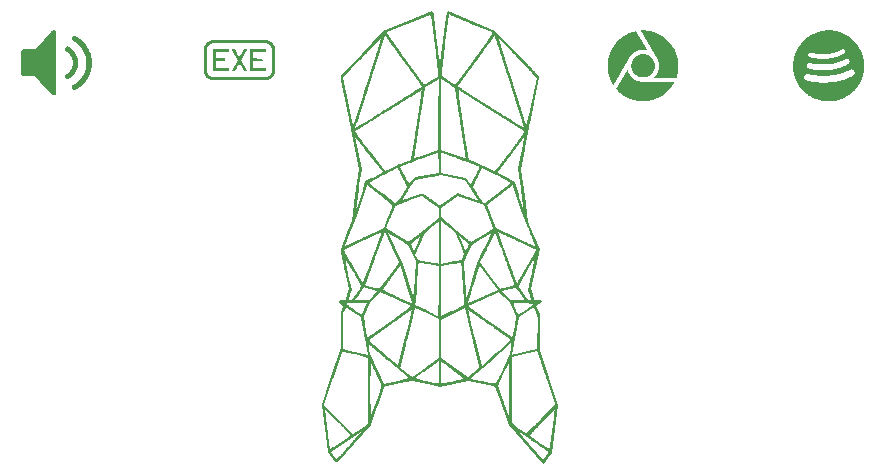
<source format=gbo>
G04 Layer: BottomSilkLayer*
G04 EasyEDA v6.3.53, 2020-06-28T18:38:07+02:00*
G04 af82a4ba73104de48942a1140a1abb13,10*
G04 Gerber Generator version 0.2*
G04 Scale: 100 percent, Rotated: No, Reflected: No *
G04 Dimensions in millimeters *
G04 leading zeros omitted , absolute positions ,3 integer and 3 decimal *
%FSLAX33Y33*%
%MOMM*%
G90*
G71D02*


%LPD*%

%LPD*%
G36*
G01X78057Y82747D02*
G01X77904Y82747D01*
G01X77833Y82745D01*
G01X77765Y82744D01*
G01X77702Y82741D01*
G01X77641Y82737D01*
G01X77584Y82732D01*
G01X77528Y82726D01*
G01X77474Y82719D01*
G01X77421Y82710D01*
G01X77368Y82700D01*
G01X77316Y82689D01*
G01X77262Y82676D01*
G01X77207Y82661D01*
G01X77151Y82645D01*
G01X77093Y82627D01*
G01X77032Y82607D01*
G01X76974Y82587D01*
G01X76917Y82566D01*
G01X76861Y82545D01*
G01X76806Y82523D01*
G01X76700Y82477D01*
G01X76598Y82427D01*
G01X76548Y82401D01*
G01X76499Y82374D01*
G01X76450Y82346D01*
G01X76403Y82317D01*
G01X76355Y82287D01*
G01X76309Y82255D01*
G01X76262Y82223D01*
G01X76217Y82189D01*
G01X76171Y82155D01*
G01X76081Y82081D01*
G01X76036Y82042D01*
G01X75991Y82002D01*
G01X75946Y81960D01*
G01X75901Y81917D01*
G01X75856Y81873D01*
G01X75809Y81825D01*
G01X75765Y81778D01*
G01X75721Y81730D01*
G01X75679Y81682D01*
G01X75638Y81634D01*
G01X75560Y81536D01*
G01X75488Y81436D01*
G01X75420Y81334D01*
G01X75388Y81282D01*
G01X75358Y81230D01*
G01X75328Y81177D01*
G01X75272Y81069D01*
G01X75246Y81014D01*
G01X75221Y80958D01*
G01X75197Y80901D01*
G01X75174Y80844D01*
G01X75153Y80786D01*
G01X75132Y80726D01*
G01X75112Y80666D01*
G01X75093Y80605D01*
G01X75075Y80543D01*
G01X75059Y80480D01*
G01X75043Y80416D01*
G01X75028Y80351D01*
G01X75018Y80300D01*
G01X75010Y80248D01*
G01X75003Y80191D01*
G01X74998Y80128D01*
G01X74995Y80055D01*
G01X74992Y79969D01*
G01X74991Y79867D01*
G01X74991Y79574D01*
G01X74992Y79505D01*
G01X74994Y79446D01*
G01X74997Y79393D01*
G01X75000Y79347D01*
G01X75004Y79304D01*
G01X75009Y79264D01*
G01X75015Y79224D01*
G01X75023Y79183D01*
G01X75033Y79139D01*
G01X75044Y79091D01*
G01X75060Y79030D01*
G01X75076Y78970D01*
G01X75093Y78910D01*
G01X75111Y78851D01*
G01X75151Y78735D01*
G01X75173Y78677D01*
G01X75219Y78565D01*
G01X75244Y78509D01*
G01X75269Y78455D01*
G01X75296Y78401D01*
G01X75324Y78347D01*
G01X75352Y78294D01*
G01X75382Y78243D01*
G01X75412Y78191D01*
G01X75444Y78140D01*
G01X75476Y78091D01*
G01X75509Y78041D01*
G01X75543Y77993D01*
G01X75578Y77945D01*
G01X75614Y77899D01*
G01X75651Y77852D01*
G01X75688Y77807D01*
G01X75727Y77762D01*
G01X75807Y77676D01*
G01X75848Y77633D01*
G01X75890Y77592D01*
G01X75932Y77552D01*
G01X75975Y77512D01*
G01X76020Y77473D01*
G01X76065Y77435D01*
G01X76111Y77399D01*
G01X76157Y77362D01*
G01X76204Y77327D01*
G01X76252Y77293D01*
G01X76350Y77227D01*
G01X76400Y77196D01*
G01X76451Y77165D01*
G01X76502Y77135D01*
G01X76554Y77107D01*
G01X76607Y77079D01*
G01X76660Y77052D01*
G01X76714Y77026D01*
G01X76824Y76978D01*
G01X76936Y76934D01*
G01X77050Y76894D01*
G01X77109Y76875D01*
G01X77167Y76858D01*
G01X77226Y76842D01*
G01X77286Y76827D01*
G01X77346Y76813D01*
G01X77407Y76800D01*
G01X77468Y76788D01*
G01X77529Y76777D01*
G01X77581Y76770D01*
G01X77638Y76764D01*
G01X77700Y76760D01*
G01X77766Y76757D01*
G01X77836Y76755D01*
G01X77908Y76754D01*
G01X77983Y76754D01*
G01X78058Y76756D01*
G01X78132Y76758D01*
G01X78207Y76762D01*
G01X78279Y76767D01*
G01X78349Y76772D01*
G01X78416Y76779D01*
G01X78479Y76787D01*
G01X78537Y76796D01*
G01X78589Y76806D01*
G01X78707Y76834D01*
G01X78823Y76866D01*
G01X78881Y76884D01*
G01X78938Y76903D01*
G01X78995Y76923D01*
G01X79051Y76945D01*
G01X79107Y76966D01*
G01X79217Y77014D01*
G01X79271Y77039D01*
G01X79324Y77065D01*
G01X79377Y77092D01*
G01X79481Y77150D01*
G01X79532Y77180D01*
G01X79583Y77211D01*
G01X79633Y77243D01*
G01X79682Y77276D01*
G01X79730Y77310D01*
G01X79778Y77345D01*
G01X79825Y77380D01*
G01X79917Y77454D01*
G01X79962Y77492D01*
G01X80006Y77531D01*
G01X80049Y77571D01*
G01X80133Y77653D01*
G01X80174Y77695D01*
G01X80214Y77739D01*
G01X80253Y77782D01*
G01X80329Y77872D01*
G01X80365Y77918D01*
G01X80401Y77965D01*
G01X80435Y78012D01*
G01X80469Y78060D01*
G01X80502Y78108D01*
G01X80534Y78158D01*
G01X80594Y78258D01*
G01X80623Y78310D01*
G01X80651Y78361D01*
G01X80678Y78414D01*
G01X80703Y78467D01*
G01X80727Y78520D01*
G01X80751Y78575D01*
G01X80774Y78630D01*
G01X80795Y78684D01*
G01X80815Y78740D01*
G01X80839Y78810D01*
G01X80860Y78874D01*
G01X80879Y78934D01*
G01X80896Y78991D01*
G01X80911Y79046D01*
G01X80923Y79099D01*
G01X80934Y79151D01*
G01X80943Y79203D01*
G01X80950Y79257D01*
G01X80956Y79313D01*
G01X80961Y79372D01*
G01X80965Y79435D01*
G01X80967Y79503D01*
G01X80969Y79578D01*
G01X80970Y79658D01*
G01X80970Y79930D01*
G01X80969Y80002D01*
G01X80967Y80064D01*
G01X80965Y80118D01*
G01X80962Y80166D01*
G01X80958Y80209D01*
G01X80952Y80250D01*
G01X80946Y80290D01*
G01X80938Y80332D01*
G01X80928Y80377D01*
G01X80916Y80426D01*
G01X80902Y80485D01*
G01X80885Y80544D01*
G01X80869Y80603D01*
G01X80851Y80661D01*
G01X80831Y80718D01*
G01X80811Y80774D01*
G01X80790Y80831D01*
G01X80768Y80886D01*
G01X80745Y80942D01*
G01X80721Y80996D01*
G01X80695Y81050D01*
G01X80669Y81103D01*
G01X80642Y81156D01*
G01X80614Y81208D01*
G01X80585Y81259D01*
G01X80555Y81310D01*
G01X80524Y81360D01*
G01X80492Y81409D01*
G01X80459Y81458D01*
G01X80391Y81554D01*
G01X80355Y81600D01*
G01X80318Y81646D01*
G01X80281Y81691D01*
G01X80243Y81736D01*
G01X80204Y81779D01*
G01X80164Y81822D01*
G01X80124Y81864D01*
G01X80083Y81905D01*
G01X79997Y81985D01*
G01X79954Y82024D01*
G01X79909Y82062D01*
G01X79864Y82099D01*
G01X79817Y82135D01*
G01X79771Y82170D01*
G01X79723Y82205D01*
G01X79675Y82238D01*
G01X79626Y82271D01*
G01X79526Y82333D01*
G01X79475Y82363D01*
G01X79423Y82392D01*
G01X79370Y82420D01*
G01X79318Y82447D01*
G01X79264Y82473D01*
G01X79210Y82498D01*
G01X79155Y82521D01*
G01X79099Y82544D01*
G01X79043Y82566D01*
G01X78986Y82587D01*
G01X78929Y82607D01*
G01X78868Y82627D01*
G01X78810Y82645D01*
G01X78754Y82661D01*
G01X78699Y82676D01*
G01X78646Y82689D01*
G01X78593Y82700D01*
G01X78540Y82710D01*
G01X78487Y82719D01*
G01X78433Y82726D01*
G01X78377Y82732D01*
G01X78320Y82737D01*
G01X78259Y82741D01*
G01X78195Y82744D01*
G01X78128Y82745D01*
G01X78057Y82747D01*
G37*

%LPC*%
G36*
G01X79970Y79439D02*
G01X79928Y79444D01*
G01X79883Y79440D01*
G01X79831Y79428D01*
G01X79770Y79407D01*
G01X79700Y79376D01*
G01X79617Y79336D01*
G01X79551Y79304D01*
G01X79486Y79274D01*
G01X79421Y79245D01*
G01X79357Y79218D01*
G01X79292Y79192D01*
G01X79226Y79168D01*
G01X79159Y79145D01*
G01X79091Y79122D01*
G01X79021Y79102D01*
G01X78948Y79081D01*
G01X78874Y79061D01*
G01X78796Y79042D01*
G01X78731Y79027D01*
G01X78669Y79013D01*
G01X78609Y79000D01*
G01X78552Y78988D01*
G01X78495Y78977D01*
G01X78440Y78967D01*
G01X78385Y78959D01*
G01X78331Y78951D01*
G01X78276Y78944D01*
G01X78221Y78938D01*
G01X78164Y78932D01*
G01X78107Y78928D01*
G01X78047Y78924D01*
G01X77985Y78921D01*
G01X77920Y78918D01*
G01X77851Y78916D01*
G01X77779Y78915D01*
G01X77703Y78914D01*
G01X77623Y78913D01*
G01X77454Y78913D01*
G01X77377Y78914D01*
G01X77304Y78915D01*
G01X77236Y78916D01*
G01X77172Y78918D01*
G01X77112Y78920D01*
G01X77055Y78923D01*
G01X77001Y78926D01*
G01X76949Y78930D01*
G01X76899Y78935D01*
G01X76849Y78941D01*
G01X76801Y78947D01*
G01X76752Y78954D01*
G01X76703Y78962D01*
G01X76654Y78972D01*
G01X76603Y78982D01*
G01X76550Y78993D01*
G01X76495Y79006D01*
G01X76437Y79020D01*
G01X76375Y79034D01*
G01X76154Y79089D01*
G01X76076Y79051D01*
G01X76024Y79018D01*
G01X75980Y78978D01*
G01X75947Y78931D01*
G01X75923Y78880D01*
G01X75910Y78824D01*
G01X75908Y78767D01*
G01X75917Y78708D01*
G01X75939Y78649D01*
G01X75956Y78617D01*
G01X75975Y78590D01*
G01X76000Y78567D01*
G01X76031Y78546D01*
G01X76070Y78527D01*
G01X76119Y78508D01*
G01X76180Y78489D01*
G01X76254Y78469D01*
G01X76307Y78455D01*
G01X76362Y78443D01*
G01X76417Y78430D01*
G01X76474Y78418D01*
G01X76532Y78408D01*
G01X76591Y78397D01*
G01X76651Y78387D01*
G01X76711Y78378D01*
G01X76773Y78370D01*
G01X76836Y78362D01*
G01X76962Y78348D01*
G01X77091Y78337D01*
G01X77222Y78329D01*
G01X77354Y78323D01*
G01X77420Y78322D01*
G01X77487Y78321D01*
G01X77553Y78320D01*
G01X77685Y78322D01*
G01X77817Y78326D01*
G01X77883Y78329D01*
G01X77948Y78333D01*
G01X78013Y78338D01*
G01X78145Y78350D01*
G01X78210Y78357D01*
G01X78274Y78364D01*
G01X78401Y78380D01*
G01X78464Y78389D01*
G01X78526Y78399D01*
G01X78587Y78409D01*
G01X78648Y78420D01*
G01X78768Y78443D01*
G01X78886Y78469D01*
G01X78944Y78483D01*
G01X79001Y78497D01*
G01X79058Y78512D01*
G01X79114Y78528D01*
G01X79170Y78543D01*
G01X79280Y78577D01*
G01X79388Y78613D01*
G01X79441Y78633D01*
G01X79493Y78652D01*
G01X79546Y78672D01*
G01X79648Y78714D01*
G01X79749Y78759D01*
G01X79798Y78783D01*
G01X79847Y78806D01*
G01X79935Y78851D01*
G01X80006Y78891D01*
G01X80061Y78927D01*
G01X80102Y78962D01*
G01X80132Y78998D01*
G01X80152Y79037D01*
G01X80164Y79080D01*
G01X80171Y79129D01*
G01X80170Y79219D01*
G01X80149Y79295D01*
G01X80109Y79357D01*
G01X80048Y79405D01*
G01X80009Y79426D01*
G01X79970Y79439D01*
G37*
G36*
G01X79575Y80369D02*
G01X79533Y80371D01*
G01X79485Y80362D01*
G01X79429Y80343D01*
G01X79362Y80313D01*
G01X79283Y80272D01*
G01X79181Y80220D01*
G01X79079Y80172D01*
G01X78977Y80128D01*
G01X78924Y80107D01*
G01X78872Y80087D01*
G01X78764Y80049D01*
G01X78709Y80031D01*
G01X78652Y80014D01*
G01X78594Y79998D01*
G01X78534Y79981D01*
G01X78473Y79966D01*
G01X78411Y79951D01*
G01X78347Y79937D01*
G01X78280Y79922D01*
G01X78212Y79908D01*
G01X78142Y79895D01*
G01X78105Y79888D01*
G01X78067Y79883D01*
G01X78027Y79878D01*
G01X77986Y79874D01*
G01X77941Y79870D01*
G01X77893Y79867D01*
G01X77840Y79864D01*
G01X77782Y79862D01*
G01X77719Y79861D01*
G01X77649Y79859D01*
G01X77572Y79859D01*
G01X77487Y79858D01*
G01X77401Y79858D01*
G01X77322Y79859D01*
G01X77250Y79860D01*
G01X77184Y79862D01*
G01X77124Y79864D01*
G01X77067Y79867D01*
G01X77013Y79870D01*
G01X76962Y79875D01*
G01X76912Y79881D01*
G01X76863Y79888D01*
G01X76813Y79897D01*
G01X76762Y79906D01*
G01X76709Y79917D01*
G01X76652Y79930D01*
G01X76592Y79944D01*
G01X76526Y79961D01*
G01X76419Y79986D01*
G01X76351Y79997D01*
G01X76304Y79995D01*
G01X76262Y79981D01*
G01X76191Y79940D01*
G01X76143Y79887D01*
G01X76117Y79820D01*
G01X76113Y79741D01*
G01X76120Y79696D01*
G01X76132Y79657D01*
G01X76150Y79623D01*
G01X76174Y79593D01*
G01X76206Y79567D01*
G01X76245Y79545D01*
G01X76294Y79524D01*
G01X76353Y79504D01*
G01X76388Y79495D01*
G01X76432Y79484D01*
G01X76482Y79472D01*
G01X76537Y79460D01*
G01X76596Y79447D01*
G01X76657Y79435D01*
G01X76719Y79423D01*
G01X76780Y79411D01*
G01X76840Y79401D01*
G01X76896Y79392D01*
G01X76948Y79383D01*
G01X76994Y79377D01*
G01X77025Y79374D01*
G01X77066Y79372D01*
G01X77114Y79371D01*
G01X77171Y79370D01*
G01X77233Y79369D01*
G01X77301Y79370D01*
G01X77373Y79370D01*
G01X77448Y79372D01*
G01X77525Y79373D01*
G01X77604Y79375D01*
G01X77760Y79381D01*
G01X77836Y79384D01*
G01X77908Y79388D01*
G01X77976Y79392D01*
G01X78040Y79396D01*
G01X78097Y79400D01*
G01X78148Y79404D01*
G01X78189Y79409D01*
G01X78222Y79414D01*
G01X78291Y79427D01*
G01X78361Y79440D01*
G01X78499Y79470D01*
G01X78568Y79487D01*
G01X78635Y79504D01*
G01X78702Y79522D01*
G01X78767Y79541D01*
G01X78830Y79560D01*
G01X78892Y79580D01*
G01X78951Y79600D01*
G01X79007Y79620D01*
G01X79075Y79647D01*
G01X79145Y79675D01*
G01X79215Y79705D01*
G01X79284Y79737D01*
G01X79352Y79768D01*
G01X79417Y79800D01*
G01X79478Y79832D01*
G01X79534Y79862D01*
G01X79583Y79890D01*
G01X79626Y79917D01*
G01X79661Y79940D01*
G01X79685Y79961D01*
G01X79721Y79998D01*
G01X79741Y80031D01*
G01X79750Y80071D01*
G01X79752Y80129D01*
G01X79750Y80187D01*
G01X79741Y80228D01*
G01X79720Y80263D01*
G01X79684Y80303D01*
G01X79648Y80335D01*
G01X79612Y80357D01*
G01X79575Y80369D01*
G37*
G36*
G01X79245Y81168D02*
G01X79202Y81177D01*
G01X79174Y81168D01*
G01X79116Y81142D01*
G01X79038Y81105D01*
G01X78946Y81060D01*
G01X78883Y81028D01*
G01X78753Y80970D01*
G01X78687Y80943D01*
G01X78551Y80893D01*
G01X78482Y80870D01*
G01X78413Y80850D01*
G01X78343Y80830D01*
G01X78273Y80811D01*
G01X78203Y80795D01*
G01X78131Y80780D01*
G01X78086Y80772D01*
G01X78034Y80765D01*
G01X77977Y80759D01*
G01X77916Y80754D01*
G01X77850Y80749D01*
G01X77780Y80745D01*
G01X77709Y80743D01*
G01X77635Y80741D01*
G01X77482Y80741D01*
G01X77404Y80742D01*
G01X77328Y80744D01*
G01X77252Y80747D01*
G01X77177Y80751D01*
G01X77104Y80756D01*
G01X77034Y80761D01*
G01X76967Y80767D01*
G01X76905Y80775D01*
G01X76846Y80783D01*
G01X76793Y80792D01*
G01X76653Y80817D01*
G01X76546Y80836D01*
G01X76467Y80847D01*
G01X76410Y80851D01*
G01X76369Y80848D01*
G01X76339Y80837D01*
G01X76313Y80820D01*
G01X76288Y80796D01*
G01X76254Y80759D01*
G01X76236Y80728D01*
G01X76231Y80694D01*
G01X76235Y80647D01*
G01X76244Y80603D01*
G01X76258Y80567D01*
G01X76279Y80536D01*
G01X76311Y80511D01*
G01X76354Y80490D01*
G01X76411Y80471D01*
G01X76483Y80453D01*
G01X76574Y80435D01*
G01X76651Y80421D01*
G01X76726Y80408D01*
G01X76798Y80396D01*
G01X76869Y80386D01*
G01X76938Y80376D01*
G01X77005Y80367D01*
G01X77071Y80360D01*
G01X77135Y80353D01*
G01X77198Y80348D01*
G01X77260Y80343D01*
G01X77321Y80340D01*
G01X77441Y80336D01*
G01X77499Y80335D01*
G01X77558Y80335D01*
G01X77616Y80337D01*
G01X77674Y80340D01*
G01X77733Y80343D01*
G01X77791Y80347D01*
G01X77849Y80352D01*
G01X77918Y80359D01*
G01X77984Y80366D01*
G01X78049Y80375D01*
G01X78112Y80384D01*
G01X78175Y80394D01*
G01X78237Y80406D01*
G01X78297Y80418D01*
G01X78357Y80431D01*
G01X78416Y80445D01*
G01X78474Y80460D01*
G01X78532Y80477D01*
G01X78589Y80494D01*
G01X78646Y80512D01*
G01X78758Y80552D01*
G01X78815Y80574D01*
G01X78871Y80597D01*
G01X78927Y80621D01*
G01X78983Y80647D01*
G01X79040Y80673D01*
G01X79116Y80712D01*
G01X79182Y80747D01*
G01X79239Y80782D01*
G01X79286Y80814D01*
G01X79324Y80845D01*
G01X79353Y80876D01*
G01X79373Y80906D01*
G01X79386Y80937D01*
G01X79390Y80969D01*
G01X79387Y81002D01*
G01X79378Y81037D01*
G01X79361Y81073D01*
G01X79332Y81112D01*
G01X79292Y81145D01*
G01X79245Y81168D01*
G37*

%LPD*%
G36*
G01X13578Y81390D02*
G01X13533Y81394D01*
G01X13467Y81387D01*
G01X13412Y81366D01*
G01X13369Y81330D01*
G01X13334Y81280D01*
G01X13318Y81238D01*
G01X13311Y81195D01*
G01X13314Y81152D01*
G01X13326Y81110D01*
G01X13348Y81067D01*
G01X13379Y81025D01*
G01X13420Y80984D01*
G01X13470Y80944D01*
G01X13511Y80912D01*
G01X13551Y80878D01*
G01X13592Y80840D01*
G01X13632Y80801D01*
G01X13671Y80761D01*
G01X13708Y80719D01*
G01X13744Y80676D01*
G01X13778Y80633D01*
G01X13809Y80589D01*
G01X13837Y80547D01*
G01X13862Y80505D01*
G01X13884Y80464D01*
G01X13908Y80412D01*
G01X13929Y80360D01*
G01X13947Y80308D01*
G01X13962Y80255D01*
G01X13974Y80202D01*
G01X13984Y80150D01*
G01X13990Y80097D01*
G01X13994Y80044D01*
G01X13994Y79992D01*
G01X13992Y79940D01*
G01X13988Y79887D01*
G01X13980Y79836D01*
G01X13970Y79784D01*
G01X13957Y79733D01*
G01X13941Y79683D01*
G01X13922Y79632D01*
G01X13901Y79583D01*
G01X13877Y79534D01*
G01X13850Y79485D01*
G01X13821Y79438D01*
G01X13789Y79391D01*
G01X13754Y79344D01*
G01X13717Y79299D01*
G01X13676Y79255D01*
G01X13634Y79211D01*
G01X13589Y79169D01*
G01X13541Y79127D01*
G01X13491Y79087D01*
G01X13442Y79047D01*
G01X13397Y79005D01*
G01X13361Y78965D01*
G01X13340Y78934D01*
G01X13319Y78868D01*
G01X13322Y78799D01*
G01X13348Y78732D01*
G01X13396Y78673D01*
G01X13438Y78641D01*
G01X13483Y78622D01*
G01X13531Y78616D01*
G01X13584Y78623D01*
G01X13642Y78643D01*
G01X13706Y78677D01*
G01X13777Y78724D01*
G01X13855Y78786D01*
G01X13902Y78827D01*
G01X13948Y78870D01*
G01X13993Y78917D01*
G01X14038Y78966D01*
G01X14081Y79017D01*
G01X14122Y79070D01*
G01X14162Y79124D01*
G01X14200Y79180D01*
G01X14235Y79237D01*
G01X14269Y79294D01*
G01X14299Y79351D01*
G01X14328Y79408D01*
G01X14353Y79465D01*
G01X14375Y79522D01*
G01X14394Y79577D01*
G01X14409Y79631D01*
G01X14422Y79687D01*
G01X14433Y79743D01*
G01X14441Y79800D01*
G01X14448Y79855D01*
G01X14452Y79911D01*
G01X14455Y79968D01*
G01X14455Y80023D01*
G01X14453Y80079D01*
G01X14449Y80134D01*
G01X14443Y80190D01*
G01X14435Y80245D01*
G01X14425Y80299D01*
G01X14413Y80353D01*
G01X14399Y80407D01*
G01X14383Y80460D01*
G01X14364Y80513D01*
G01X14344Y80566D01*
G01X14322Y80617D01*
G01X14298Y80668D01*
G01X14272Y80719D01*
G01X14244Y80768D01*
G01X14214Y80817D01*
G01X14183Y80865D01*
G01X14149Y80913D01*
G01X14114Y80959D01*
G01X14076Y81005D01*
G01X14037Y81049D01*
G01X13996Y81092D01*
G01X13922Y81167D01*
G01X13853Y81229D01*
G01X13790Y81281D01*
G01X13731Y81323D01*
G01X13677Y81355D01*
G01X13626Y81377D01*
G01X13578Y81390D01*
G37*

%LPD*%
G36*
G01X14165Y82288D02*
G01X14123Y82294D01*
G01X14087Y82293D01*
G01X14008Y82268D01*
G01X13948Y82220D01*
G01X13909Y82152D01*
G01X13895Y82067D01*
G01X13898Y82028D01*
G01X13905Y81994D01*
G01X13920Y81962D01*
G01X13943Y81931D01*
G01X13975Y81900D01*
G01X14018Y81867D01*
G01X14073Y81831D01*
G01X14141Y81789D01*
G01X14196Y81757D01*
G01X14248Y81722D01*
G01X14300Y81685D01*
G01X14351Y81647D01*
G01X14401Y81606D01*
G01X14449Y81564D01*
G01X14496Y81520D01*
G01X14542Y81475D01*
G01X14586Y81428D01*
G01X14629Y81379D01*
G01X14671Y81330D01*
G01X14711Y81278D01*
G01X14750Y81225D01*
G01X14787Y81172D01*
G01X14823Y81117D01*
G01X14857Y81061D01*
G01X14889Y81004D01*
G01X14920Y80946D01*
G01X14949Y80886D01*
G01X14976Y80826D01*
G01X15001Y80766D01*
G01X15025Y80704D01*
G01X15046Y80642D01*
G01X15066Y80579D01*
G01X15084Y80515D01*
G01X15099Y80451D01*
G01X15113Y80386D01*
G01X15124Y80322D01*
G01X15132Y80265D01*
G01X15137Y80201D01*
G01X15140Y80132D01*
G01X15141Y80059D01*
G01X15140Y79983D01*
G01X15138Y79906D01*
G01X15133Y79830D01*
G01X15127Y79754D01*
G01X15119Y79682D01*
G01X15110Y79615D01*
G01X15099Y79553D01*
G01X15086Y79498D01*
G01X15068Y79434D01*
G01X15048Y79370D01*
G01X15027Y79308D01*
G01X15003Y79246D01*
G01X14978Y79186D01*
G01X14951Y79126D01*
G01X14923Y79068D01*
G01X14892Y79011D01*
G01X14860Y78954D01*
G01X14825Y78899D01*
G01X14789Y78845D01*
G01X14751Y78792D01*
G01X14712Y78740D01*
G01X14671Y78689D01*
G01X14628Y78639D01*
G01X14583Y78591D01*
G01X14536Y78543D01*
G01X14488Y78496D01*
G01X14438Y78450D01*
G01X14387Y78406D01*
G01X14333Y78363D01*
G01X14278Y78321D01*
G01X14221Y78280D01*
G01X14163Y78240D01*
G01X14073Y78179D01*
G01X13996Y78123D01*
G01X13942Y78079D01*
G01X13916Y78053D01*
G01X13908Y78031D01*
G01X13901Y78002D01*
G01X13897Y77968D01*
G01X13895Y77934D01*
G01X13908Y77865D01*
G01X13941Y77800D01*
G01X13988Y77750D01*
G01X14042Y77724D01*
G01X14097Y77716D01*
G01X14140Y77717D01*
G01X14187Y77730D01*
G01X14251Y77759D01*
G01X14297Y77781D01*
G01X14343Y77807D01*
G01X14391Y77836D01*
G01X14441Y77867D01*
G01X14491Y77901D01*
G01X14542Y77938D01*
G01X14593Y77977D01*
G01X14645Y78017D01*
G01X14696Y78060D01*
G01X14747Y78104D01*
G01X14797Y78149D01*
G01X14846Y78195D01*
G01X14894Y78242D01*
G01X14940Y78289D01*
G01X14984Y78337D01*
G01X15027Y78384D01*
G01X15066Y78431D01*
G01X15104Y78478D01*
G01X15138Y78524D01*
G01X15169Y78570D01*
G01X15201Y78619D01*
G01X15232Y78669D01*
G01X15262Y78720D01*
G01X15291Y78771D01*
G01X15319Y78824D01*
G01X15346Y78877D01*
G01X15372Y78930D01*
G01X15396Y78984D01*
G01X15419Y79038D01*
G01X15441Y79093D01*
G01X15463Y79149D01*
G01X15482Y79204D01*
G01X15501Y79260D01*
G01X15518Y79316D01*
G01X15534Y79373D01*
G01X15549Y79430D01*
G01X15560Y79476D01*
G01X15569Y79529D01*
G01X15577Y79587D01*
G01X15584Y79648D01*
G01X15591Y79713D01*
G01X15596Y79781D01*
G01X15600Y79850D01*
G01X15602Y79920D01*
G01X15604Y79991D01*
G01X15604Y80060D01*
G01X15603Y80129D01*
G01X15601Y80195D01*
G01X15598Y80258D01*
G01X15593Y80318D01*
G01X15586Y80373D01*
G01X15579Y80422D01*
G01X15567Y80485D01*
G01X15554Y80547D01*
G01X15539Y80609D01*
G01X15523Y80670D01*
G01X15505Y80731D01*
G01X15486Y80792D01*
G01X15466Y80852D01*
G01X15444Y80911D01*
G01X15396Y81027D01*
G01X15370Y81084D01*
G01X15342Y81141D01*
G01X15314Y81197D01*
G01X15284Y81252D01*
G01X15220Y81360D01*
G01X15186Y81412D01*
G01X15151Y81464D01*
G01X15115Y81515D01*
G01X15077Y81565D01*
G01X15038Y81614D01*
G01X14998Y81662D01*
G01X14958Y81709D01*
G01X14915Y81755D01*
G01X14872Y81800D01*
G01X14828Y81843D01*
G01X14782Y81886D01*
G01X14736Y81928D01*
G01X14688Y81968D01*
G01X14640Y82007D01*
G01X14590Y82045D01*
G01X14540Y82082D01*
G01X14459Y82138D01*
G01X14386Y82185D01*
G01X14321Y82223D01*
G01X14263Y82252D01*
G01X14211Y82274D01*
G01X14165Y82288D01*
G37*

%LPD*%
G36*
G01X12388Y82763D02*
G01X12371Y82763D01*
G01X12355Y82762D01*
G01X12338Y82760D01*
G01X12322Y82756D01*
G01X12305Y82750D01*
G01X12287Y82742D01*
G01X12268Y82731D01*
G01X12246Y82716D01*
G01X12224Y82699D01*
G01X12198Y82677D01*
G01X12169Y82651D01*
G01X12137Y82621D01*
G01X12101Y82585D01*
G01X12061Y82544D01*
G01X12016Y82497D01*
G01X11966Y82444D01*
G01X11912Y82384D01*
G01X11851Y82317D01*
G01X11785Y82243D01*
G01X11711Y82161D01*
G01X11543Y81972D01*
G01X11448Y81865D01*
G01X11345Y81747D01*
G01X11279Y81674D01*
G01X11216Y81602D01*
G01X11155Y81534D01*
G01X11096Y81470D01*
G01X11041Y81410D01*
G01X10991Y81356D01*
G01X10946Y81308D01*
G01X10906Y81266D01*
G01X10845Y81205D01*
G01X10826Y81187D01*
G01X10815Y81179D01*
G01X10796Y81172D01*
G01X10764Y81167D01*
G01X10719Y81163D01*
G01X10660Y81159D01*
G01X10585Y81156D01*
G01X10493Y81154D01*
G01X10383Y81153D01*
G01X9744Y81153D01*
G01X9607Y81016D01*
G01X9607Y78994D01*
G01X9744Y78857D01*
G01X10825Y78856D01*
G01X11228Y78401D01*
G01X11315Y78302D01*
G01X11397Y78209D01*
G01X11475Y78122D01*
G01X11547Y78039D01*
G01X11616Y77962D01*
G01X11680Y77890D01*
G01X11740Y77822D01*
G01X11797Y77760D01*
G01X11849Y77702D01*
G01X11897Y77648D01*
G01X11943Y77599D01*
G01X11984Y77554D01*
G01X12022Y77513D01*
G01X12056Y77475D01*
G01X12088Y77442D01*
G01X12116Y77412D01*
G01X12142Y77386D01*
G01X12165Y77362D01*
G01X12185Y77342D01*
G01X12203Y77326D01*
G01X12218Y77311D01*
G01X12232Y77300D01*
G01X12242Y77292D01*
G01X12251Y77285D01*
G01X12294Y77265D01*
G01X12339Y77253D01*
G01X12385Y77251D01*
G01X12430Y77256D01*
G01X12473Y77269D01*
G01X12512Y77290D01*
G01X12545Y77318D01*
G01X12571Y77353D01*
G01X12573Y77357D01*
G01X12575Y77363D01*
G01X12576Y77371D01*
G01X12578Y77382D01*
G01X12579Y77396D01*
G01X12580Y77412D01*
G01X12582Y77431D01*
G01X12583Y77453D01*
G01X12584Y77478D01*
G01X12585Y77506D01*
G01X12586Y77537D01*
G01X12587Y77572D01*
G01X12588Y77610D01*
G01X12589Y77652D01*
G01X12590Y77697D01*
G01X12591Y77746D01*
G01X12592Y77799D01*
G01X12593Y77856D01*
G01X12594Y77917D01*
G01X12594Y77983D01*
G01X12595Y78053D01*
G01X12596Y78127D01*
G01X12596Y78206D01*
G01X12597Y78290D01*
G01X12598Y78378D01*
G01X12598Y78472D01*
G01X12599Y78570D01*
G01X12599Y78674D01*
G01X12600Y78783D01*
G01X12600Y78897D01*
G01X12601Y79017D01*
G01X12601Y79143D01*
G01X12602Y79274D01*
G01X12602Y79411D01*
G01X12603Y79554D01*
G01X12603Y79798D01*
G01X12604Y79893D01*
G01X12604Y80080D01*
G01X12605Y80172D01*
G01X12605Y81200D01*
G01X12604Y81276D01*
G01X12604Y81422D01*
G01X12603Y81492D01*
G01X12603Y81689D01*
G01X12602Y81750D01*
G01X12602Y81864D01*
G01X12601Y81917D01*
G01X12601Y82015D01*
G01X12600Y82060D01*
G01X12600Y82102D01*
G01X12599Y82140D01*
G01X12599Y82176D01*
G01X12598Y82208D01*
G01X12598Y82237D01*
G01X12597Y82262D01*
G01X12597Y82284D01*
G01X12596Y82302D01*
G01X12596Y82317D01*
G01X12591Y82419D01*
G01X12587Y82496D01*
G01X12582Y82553D01*
G01X12577Y82595D01*
G01X12568Y82626D01*
G01X12557Y82650D01*
G01X12542Y82672D01*
G01X12522Y82695D01*
G01X12489Y82729D01*
G01X12459Y82749D01*
G01X12427Y82760D01*
G01X12388Y82763D01*
G37*

%LPD*%
G36*
G01X62297Y80751D02*
G01X62241Y80751D01*
G01X62185Y80747D01*
G01X62130Y80741D01*
G01X62076Y80732D01*
G01X62023Y80719D01*
G01X61970Y80703D01*
G01X61918Y80684D01*
G01X61868Y80663D01*
G01X61819Y80639D01*
G01X61771Y80612D01*
G01X61725Y80583D01*
G01X61680Y80551D01*
G01X61637Y80517D01*
G01X61596Y80481D01*
G01X61556Y80442D01*
G01X61519Y80402D01*
G01X61484Y80359D01*
G01X61451Y80314D01*
G01X61420Y80267D01*
G01X61392Y80219D01*
G01X61367Y80169D01*
G01X61344Y80117D01*
G01X61324Y80064D01*
G01X61307Y80009D01*
G01X61294Y79953D01*
G01X61283Y79896D01*
G01X61276Y79834D01*
G01X61273Y79771D01*
G01X61274Y79709D01*
G01X61279Y79647D01*
G01X61288Y79585D01*
G01X61301Y79525D01*
G01X61319Y79465D01*
G01X61339Y79406D01*
G01X61363Y79348D01*
G01X61391Y79293D01*
G01X61422Y79239D01*
G01X61456Y79186D01*
G01X61493Y79137D01*
G01X61534Y79089D01*
G01X61577Y79044D01*
G01X61623Y79001D01*
G01X61672Y78962D01*
G01X61724Y78926D01*
G01X61777Y78893D01*
G01X61833Y78864D01*
G01X61898Y78836D01*
G01X61964Y78810D01*
G01X62023Y78789D01*
G01X62069Y78777D01*
G01X62129Y78767D01*
G01X62189Y78761D01*
G01X62248Y78758D01*
G01X62306Y78759D01*
G01X62364Y78763D01*
G01X62421Y78771D01*
G01X62477Y78782D01*
G01X62533Y78796D01*
G01X62587Y78813D01*
G01X62639Y78833D01*
G01X62691Y78856D01*
G01X62742Y78882D01*
G01X62790Y78911D01*
G01X62837Y78942D01*
G01X62882Y78976D01*
G01X62925Y79013D01*
G01X62966Y79051D01*
G01X63005Y79092D01*
G01X63042Y79136D01*
G01X63076Y79182D01*
G01X63108Y79230D01*
G01X63137Y79279D01*
G01X63164Y79331D01*
G01X63187Y79384D01*
G01X63208Y79439D01*
G01X63226Y79496D01*
G01X63240Y79555D01*
G01X63251Y79615D01*
G01X63258Y79672D01*
G01X63261Y79728D01*
G01X63262Y79785D01*
G01X63258Y79840D01*
G01X63252Y79895D01*
G01X63242Y79949D01*
G01X63230Y80003D01*
G01X63215Y80056D01*
G01X63196Y80107D01*
G01X63175Y80158D01*
G01X63151Y80207D01*
G01X63125Y80255D01*
G01X63096Y80301D01*
G01X63064Y80346D01*
G01X63030Y80388D01*
G01X62994Y80429D01*
G01X62955Y80469D01*
G01X62915Y80506D01*
G01X62872Y80541D01*
G01X62827Y80574D01*
G01X62781Y80604D01*
G01X62732Y80632D01*
G01X62683Y80657D01*
G01X62631Y80679D01*
G01X62578Y80699D01*
G01X62523Y80716D01*
G01X62467Y80730D01*
G01X62409Y80740D01*
G01X62353Y80747D01*
G01X62297Y80751D01*
G37*

%LPD*%
G36*
G01X62283Y82755D02*
G01X62207Y82755D01*
G01X62145Y82754D01*
G01X62104Y82751D01*
G01X62088Y82745D01*
G01X62091Y82740D01*
G01X62097Y82728D01*
G01X62109Y82708D01*
G01X62124Y82682D01*
G01X62143Y82648D01*
G01X62166Y82609D01*
G01X62193Y82564D01*
G01X62223Y82512D01*
G01X62256Y82455D01*
G01X62292Y82393D01*
G01X62331Y82327D01*
G01X62373Y82256D01*
G01X62417Y82180D01*
G01X62464Y82101D01*
G01X62512Y82018D01*
G01X62563Y81932D01*
G01X62616Y81843D01*
G01X62670Y81752D01*
G01X62725Y81658D01*
G01X62782Y81562D01*
G01X62876Y81402D01*
G01X62968Y81246D01*
G01X63012Y81170D01*
G01X63056Y81096D01*
G01X63098Y81023D01*
G01X63139Y80953D01*
G01X63178Y80885D01*
G01X63217Y80819D01*
G01X63253Y80755D01*
G01X63288Y80694D01*
G01X63321Y80637D01*
G01X63352Y80582D01*
G01X63381Y80531D01*
G01X63407Y80484D01*
G01X63432Y80440D01*
G01X63454Y80400D01*
G01X63473Y80364D01*
G01X63490Y80333D01*
G01X63505Y80307D01*
G01X63516Y80285D01*
G01X63524Y80268D01*
G01X63529Y80256D01*
G01X63551Y80198D01*
G01X63571Y80139D01*
G01X63587Y80079D01*
G01X63600Y80020D01*
G01X63611Y79960D01*
G01X63618Y79899D01*
G01X63623Y79838D01*
G01X63625Y79777D01*
G01X63624Y79716D01*
G01X63621Y79654D01*
G01X63614Y79593D01*
G01X63605Y79532D01*
G01X63593Y79472D01*
G01X63579Y79412D01*
G01X63561Y79353D01*
G01X63542Y79294D01*
G01X63519Y79235D01*
G01X63494Y79178D01*
G01X63466Y79121D01*
G01X63435Y79065D01*
G01X63402Y79010D01*
G01X63366Y78957D01*
G01X63328Y78904D01*
G01X63287Y78853D01*
G01X63205Y78755D01*
G01X65100Y78755D01*
G01X65153Y78950D01*
G01X65173Y79026D01*
G01X65191Y79095D01*
G01X65206Y79158D01*
G01X65219Y79218D01*
G01X65229Y79276D01*
G01X65237Y79333D01*
G01X65244Y79391D01*
G01X65249Y79451D01*
G01X65253Y79515D01*
G01X65255Y79584D01*
G01X65256Y79660D01*
G01X65257Y79745D01*
G01X65256Y79818D01*
G01X65255Y79886D01*
G01X65253Y79951D01*
G01X65250Y80013D01*
G01X65246Y80073D01*
G01X65241Y80130D01*
G01X65234Y80186D01*
G01X65227Y80240D01*
G01X65218Y80295D01*
G01X65207Y80349D01*
G01X65195Y80403D01*
G01X65181Y80458D01*
G01X65166Y80515D01*
G01X65149Y80573D01*
G01X65130Y80634D01*
G01X65109Y80697D01*
G01X65089Y80756D01*
G01X65069Y80813D01*
G01X65047Y80869D01*
G01X65026Y80923D01*
G01X65003Y80977D01*
G01X64979Y81029D01*
G01X64955Y81080D01*
G01X64930Y81131D01*
G01X64904Y81181D01*
G01X64877Y81230D01*
G01X64849Y81278D01*
G01X64789Y81372D01*
G01X64758Y81419D01*
G01X64725Y81465D01*
G01X64691Y81511D01*
G01X64656Y81557D01*
G01X64620Y81602D01*
G01X64582Y81647D01*
G01X64542Y81693D01*
G01X64502Y81738D01*
G01X64459Y81784D01*
G01X64415Y81830D01*
G01X64370Y81876D01*
G01X64320Y81925D01*
G01X64271Y81971D01*
G01X64224Y82015D01*
G01X64177Y82057D01*
G01X64131Y82097D01*
G01X64085Y82134D01*
G01X64040Y82170D01*
G01X63994Y82205D01*
G01X63948Y82238D01*
G01X63854Y82300D01*
G01X63805Y82330D01*
G01X63755Y82359D01*
G01X63704Y82387D01*
G01X63651Y82415D01*
G01X63597Y82443D01*
G01X63537Y82471D01*
G01X63478Y82498D01*
G01X63419Y82524D01*
G01X63359Y82548D01*
G01X63299Y82571D01*
G01X63239Y82593D01*
G01X63179Y82612D01*
G01X63118Y82631D01*
G01X63057Y82648D01*
G01X62995Y82665D01*
G01X62933Y82679D01*
G01X62870Y82693D01*
G01X62806Y82705D01*
G01X62741Y82716D01*
G01X62676Y82726D01*
G01X62609Y82735D01*
G01X62536Y82742D01*
G01X62454Y82747D01*
G01X62367Y82752D01*
G01X62283Y82755D01*
G37*

%LPD*%
G36*
G01X61691Y82681D02*
G01X61669Y82684D01*
G01X61621Y82678D01*
G01X61555Y82665D01*
G01X61476Y82646D01*
G01X61418Y82630D01*
G01X61361Y82613D01*
G01X61303Y82594D01*
G01X61247Y82575D01*
G01X61192Y82554D01*
G01X61136Y82533D01*
G01X61082Y82510D01*
G01X61028Y82486D01*
G01X60975Y82462D01*
G01X60922Y82436D01*
G01X60870Y82410D01*
G01X60819Y82382D01*
G01X60768Y82353D01*
G01X60718Y82324D01*
G01X60620Y82262D01*
G01X60572Y82229D01*
G01X60525Y82196D01*
G01X60479Y82162D01*
G01X60433Y82127D01*
G01X60388Y82092D01*
G01X60344Y82055D01*
G01X60258Y81979D01*
G01X60216Y81940D01*
G01X60175Y81901D01*
G01X60095Y81819D01*
G01X60056Y81777D01*
G01X60019Y81735D01*
G01X59945Y81647D01*
G01X59875Y81557D01*
G01X59841Y81511D01*
G01X59809Y81465D01*
G01X59777Y81418D01*
G01X59746Y81370D01*
G01X59686Y81272D01*
G01X59659Y81223D01*
G01X59631Y81173D01*
G01X59605Y81122D01*
G01X59579Y81072D01*
G01X59554Y81020D01*
G01X59508Y80916D01*
G01X59486Y80863D01*
G01X59466Y80809D01*
G01X59446Y80756D01*
G01X59427Y80702D01*
G01X59410Y80647D01*
G01X59393Y80593D01*
G01X59378Y80537D01*
G01X59363Y80482D01*
G01X59337Y80370D01*
G01X59326Y80314D01*
G01X59315Y80257D01*
G01X59306Y80200D01*
G01X59298Y80142D01*
G01X59291Y80085D01*
G01X59285Y80028D01*
G01X59280Y79970D01*
G01X59276Y79912D01*
G01X59273Y79853D01*
G01X59272Y79795D01*
G01X59272Y79678D01*
G01X59274Y79619D01*
G01X59282Y79501D01*
G01X59294Y79383D01*
G01X59302Y79324D01*
G01X59322Y79206D01*
G01X59334Y79147D01*
G01X59347Y79088D01*
G01X59361Y79028D01*
G01X59384Y78943D01*
G01X59409Y78854D01*
G01X59434Y78772D01*
G01X59456Y78708D01*
G01X59481Y78648D01*
G01X59512Y78577D01*
G01X59547Y78501D01*
G01X59584Y78424D01*
G01X59621Y78350D01*
G01X59657Y78283D01*
G01X59688Y78228D01*
G01X59713Y78189D01*
G01X59730Y78168D01*
G01X59746Y78154D01*
G01X59760Y78147D01*
G01X59770Y78149D01*
G01X59777Y78159D01*
G01X59791Y78181D01*
G01X59811Y78214D01*
G01X59836Y78257D01*
G01X59866Y78308D01*
G01X59900Y78365D01*
G01X59936Y78428D01*
G01X59974Y78495D01*
G01X60029Y78592D01*
G01X60083Y78687D01*
G01X60137Y78780D01*
G01X60189Y78871D01*
G01X60240Y78960D01*
G01X60290Y79048D01*
G01X60339Y79134D01*
G01X60387Y79217D01*
G01X60434Y79298D01*
G01X60479Y79377D01*
G01X60524Y79455D01*
G01X60567Y79529D01*
G01X60609Y79602D01*
G01X60650Y79673D01*
G01X60689Y79741D01*
G01X60727Y79806D01*
G01X60764Y79870D01*
G01X60799Y79931D01*
G01X60834Y79989D01*
G01X60866Y80045D01*
G01X60897Y80098D01*
G01X60927Y80149D01*
G01X60955Y80197D01*
G01X60982Y80243D01*
G01X61007Y80285D01*
G01X61031Y80325D01*
G01X61053Y80362D01*
G01X61074Y80397D01*
G01X61093Y80428D01*
G01X61110Y80457D01*
G01X61126Y80483D01*
G01X61140Y80505D01*
G01X61153Y80525D01*
G01X61163Y80541D01*
G01X61172Y80555D01*
G01X61179Y80565D01*
G01X61218Y80616D01*
G01X61258Y80665D01*
G01X61301Y80712D01*
G01X61346Y80757D01*
G01X61393Y80798D01*
G01X61441Y80838D01*
G01X61491Y80875D01*
G01X61544Y80910D01*
G01X61597Y80942D01*
G01X61652Y80971D01*
G01X61708Y80998D01*
G01X61766Y81022D01*
G01X61824Y81044D01*
G01X61884Y81063D01*
G01X61945Y81079D01*
G01X62006Y81092D01*
G01X62068Y81103D01*
G01X62131Y81111D01*
G01X62194Y81115D01*
G01X62258Y81117D01*
G01X62322Y81116D01*
G01X62387Y81111D01*
G01X62452Y81104D01*
G01X62517Y81093D01*
G01X62562Y81086D01*
G01X62600Y81080D01*
G01X62627Y81078D01*
G01X62638Y81079D01*
G01X62625Y81107D01*
G01X62586Y81177D01*
G01X62526Y81280D01*
G01X62453Y81405D01*
G01X62432Y81440D01*
G01X62409Y81479D01*
G01X62384Y81521D01*
G01X62357Y81566D01*
G01X62329Y81614D01*
G01X62299Y81664D01*
G01X62268Y81716D01*
G01X62237Y81769D01*
G01X62205Y81823D01*
G01X62173Y81878D01*
G01X62140Y81932D01*
G01X62108Y81987D01*
G01X62076Y82041D01*
G01X62045Y82094D01*
G01X62015Y82145D01*
G01X61985Y82194D01*
G01X61929Y82289D01*
G01X61876Y82378D01*
G01X61828Y82459D01*
G01X61784Y82531D01*
G01X61748Y82591D01*
G01X61719Y82637D01*
G01X61700Y82668D01*
G01X61691Y82681D01*
G37*

%LPD*%
G36*
G01X60945Y79420D02*
G01X60939Y79431D01*
G01X60929Y79419D01*
G01X60906Y79383D01*
G01X60873Y79329D01*
G01X60833Y79261D01*
G01X60821Y79240D01*
G01X60806Y79212D01*
G01X60787Y79180D01*
G01X60765Y79142D01*
G01X60741Y79099D01*
G01X60714Y79052D01*
G01X60685Y79002D01*
G01X60654Y78948D01*
G01X60621Y78891D01*
G01X60586Y78831D01*
G01X60551Y78769D01*
G01X60514Y78705D01*
G01X60477Y78640D01*
G01X60439Y78575D01*
G01X60363Y78442D01*
G01X59992Y77799D01*
G01X60125Y77663D01*
G01X60174Y77615D01*
G01X60222Y77568D01*
G01X60270Y77523D01*
G01X60317Y77481D01*
G01X60365Y77440D01*
G01X60412Y77401D01*
G01X60460Y77363D01*
G01X60507Y77327D01*
G01X60605Y77259D01*
G01X60655Y77227D01*
G01X60706Y77195D01*
G01X60758Y77164D01*
G01X60812Y77134D01*
G01X60924Y77076D01*
G01X60985Y77046D01*
G01X61046Y77018D01*
G01X61107Y76991D01*
G01X61168Y76966D01*
G01X61290Y76920D01*
G01X61351Y76899D01*
G01X61412Y76880D01*
G01X61473Y76862D01*
G01X61534Y76846D01*
G01X61596Y76831D01*
G01X61657Y76818D01*
G01X61720Y76805D01*
G01X61782Y76795D01*
G01X61908Y76777D01*
G01X61970Y76771D01*
G01X62031Y76766D01*
G01X62093Y76762D01*
G01X62155Y76760D01*
G01X62218Y76758D01*
G01X62280Y76758D01*
G01X62343Y76759D01*
G01X62405Y76762D01*
G01X62468Y76766D01*
G01X62530Y76770D01*
G01X62593Y76776D01*
G01X62655Y76784D01*
G01X62716Y76793D01*
G01X62778Y76803D01*
G01X62838Y76814D01*
G01X62899Y76826D01*
G01X62961Y76840D01*
G01X63024Y76856D01*
G01X63086Y76873D01*
G01X63148Y76892D01*
G01X63272Y76934D01*
G01X63333Y76957D01*
G01X63394Y76981D01*
G01X63454Y77007D01*
G01X63514Y77034D01*
G01X63574Y77062D01*
G01X63633Y77091D01*
G01X63691Y77122D01*
G01X63748Y77154D01*
G01X63805Y77187D01*
G01X63862Y77221D01*
G01X63917Y77256D01*
G01X64025Y77330D01*
G01X64078Y77368D01*
G01X64130Y77407D01*
G01X64230Y77489D01*
G01X64279Y77531D01*
G01X64326Y77574D01*
G01X64372Y77618D01*
G01X64417Y77662D01*
G01X64461Y77708D01*
G01X64503Y77754D01*
G01X64544Y77801D01*
G01X64584Y77848D01*
G01X64622Y77897D01*
G01X64662Y77951D01*
G01X64709Y78020D01*
G01X64760Y78095D01*
G01X64810Y78173D01*
G01X64856Y78246D01*
G01X64893Y78309D01*
G01X64919Y78354D01*
G01X64929Y78377D01*
G01X64925Y78378D01*
G01X64915Y78379D01*
G01X64899Y78381D01*
G01X64876Y78382D01*
G01X64847Y78383D01*
G01X64813Y78384D01*
G01X64773Y78385D01*
G01X64728Y78386D01*
G01X64678Y78387D01*
G01X64622Y78388D01*
G01X64562Y78389D01*
G01X64498Y78390D01*
G01X64430Y78391D01*
G01X64358Y78392D01*
G01X64281Y78393D01*
G01X64202Y78394D01*
G01X64118Y78395D01*
G01X64032Y78396D01*
G01X63943Y78397D01*
G01X63852Y78397D01*
G01X63758Y78398D01*
G01X63662Y78399D01*
G01X63564Y78399D01*
G01X63463Y78400D01*
G01X63304Y78401D01*
G01X63157Y78402D01*
G01X63020Y78402D01*
G01X62895Y78403D01*
G01X62780Y78404D01*
G01X62674Y78405D01*
G01X62577Y78406D01*
G01X62490Y78406D01*
G01X62410Y78408D01*
G01X62339Y78409D01*
G01X62274Y78410D01*
G01X62216Y78411D01*
G01X62165Y78413D01*
G01X62120Y78414D01*
G01X62080Y78416D01*
G01X62045Y78418D01*
G01X62014Y78420D01*
G01X61987Y78422D01*
G01X61963Y78425D01*
G01X61943Y78428D01*
G01X61925Y78431D01*
G01X61908Y78434D01*
G01X61894Y78438D01*
G01X61881Y78441D01*
G01X61820Y78461D01*
G01X61761Y78483D01*
G01X61703Y78509D01*
G01X61646Y78538D01*
G01X61590Y78569D01*
G01X61536Y78603D01*
G01X61483Y78640D01*
G01X61432Y78679D01*
G01X61383Y78721D01*
G01X61335Y78765D01*
G01X61290Y78811D01*
G01X61247Y78859D01*
G01X61205Y78910D01*
G01X61166Y78961D01*
G01X61130Y79016D01*
G01X61096Y79071D01*
G01X61064Y79128D01*
G01X61035Y79187D01*
G01X61009Y79247D01*
G01X60985Y79309D01*
G01X60969Y79355D01*
G01X60955Y79393D01*
G01X60945Y79420D01*
G37*

%LPD*%
G36*
G01X28453Y81935D02*
G01X27733Y81935D01*
G01X27643Y81934D01*
G01X27294Y81934D01*
G01X27208Y81933D01*
G01X27042Y81933D01*
G01X26961Y81932D01*
G01X26881Y81932D01*
G01X26803Y81931D01*
G01X26726Y81931D01*
G01X26652Y81930D01*
G01X26580Y81930D01*
G01X26509Y81929D01*
G01X26441Y81929D01*
G01X26375Y81928D01*
G01X26311Y81927D01*
G01X26250Y81927D01*
G01X26192Y81926D01*
G01X26137Y81925D01*
G01X26084Y81924D01*
G01X26035Y81923D01*
G01X25988Y81922D01*
G01X25945Y81921D01*
G01X25905Y81920D01*
G01X25869Y81919D01*
G01X25836Y81918D01*
G01X25807Y81917D01*
G01X25782Y81916D01*
G01X25761Y81915D01*
G01X25744Y81914D01*
G01X25731Y81913D01*
G01X25722Y81912D01*
G01X25661Y81898D01*
G01X25603Y81880D01*
G01X25546Y81857D01*
G01X25492Y81831D01*
G01X25441Y81801D01*
G01X25393Y81766D01*
G01X25347Y81727D01*
G01X25305Y81684D01*
G01X25265Y81638D01*
G01X25229Y81588D01*
G01X25196Y81535D01*
G01X25166Y81477D01*
G01X25103Y81344D01*
G01X25103Y79123D01*
G01X25166Y78990D01*
G01X25195Y78935D01*
G01X25227Y78883D01*
G01X25263Y78833D01*
G01X25303Y78788D01*
G01X25346Y78745D01*
G01X25392Y78706D01*
G01X25440Y78670D01*
G01X25491Y78639D01*
G01X25544Y78611D01*
G01X25599Y78588D01*
G01X25656Y78570D01*
G01X25713Y78555D01*
G01X25721Y78554D01*
G01X25733Y78553D01*
G01X25748Y78552D01*
G01X25769Y78552D01*
G01X25793Y78551D01*
G01X25821Y78550D01*
G01X25853Y78549D01*
G01X25889Y78548D01*
G01X25928Y78547D01*
G01X25970Y78547D01*
G01X26016Y78546D01*
G01X26065Y78545D01*
G01X26118Y78545D01*
G01X26173Y78544D01*
G01X26231Y78543D01*
G01X26292Y78543D01*
G01X26356Y78542D01*
G01X26422Y78542D01*
G01X26490Y78541D01*
G01X26560Y78541D01*
G01X26633Y78540D01*
G01X26708Y78540D01*
G01X26784Y78539D01*
G01X26863Y78539D01*
G01X26943Y78538D01*
G01X27108Y78538D01*
G01X27192Y78537D01*
G01X27541Y78537D01*
G01X27630Y78536D01*
G01X28800Y78536D01*
G01X28886Y78537D01*
G01X29139Y78537D01*
G01X29221Y78538D01*
G01X29380Y78538D01*
G01X29457Y78539D01*
G01X29532Y78539D01*
G01X29604Y78540D01*
G01X29743Y78540D01*
G01X29809Y78541D01*
G01X29873Y78541D01*
G01X29934Y78542D01*
G01X29992Y78543D01*
G01X30047Y78543D01*
G01X30100Y78544D01*
G01X30149Y78545D01*
G01X30195Y78545D01*
G01X30238Y78546D01*
G01X30277Y78547D01*
G01X30313Y78547D01*
G01X30345Y78548D01*
G01X30373Y78549D01*
G01X30398Y78550D01*
G01X30418Y78551D01*
G01X30434Y78552D01*
G01X30446Y78553D01*
G01X30454Y78554D01*
G01X30517Y78568D01*
G01X30577Y78587D01*
G01X30634Y78609D01*
G01X30690Y78636D01*
G01X30742Y78667D01*
G01X30791Y78702D01*
G01X30837Y78740D01*
G01X30880Y78783D01*
G01X30920Y78829D01*
G01X30957Y78879D01*
G01X30990Y78932D01*
G01X31019Y78990D01*
G01X31082Y79123D01*
G01X31082Y81344D01*
G01X31019Y81477D01*
G01X30990Y81535D01*
G01X30957Y81588D01*
G01X30920Y81638D01*
G01X30881Y81684D01*
G01X30838Y81727D01*
G01X30792Y81766D01*
G01X30744Y81801D01*
G01X30693Y81831D01*
G01X30639Y81857D01*
G01X30583Y81880D01*
G01X30524Y81898D01*
G01X30463Y81912D01*
G01X30455Y81913D01*
G01X30441Y81914D01*
G01X30424Y81915D01*
G01X30403Y81916D01*
G01X30378Y81917D01*
G01X30349Y81918D01*
G01X30316Y81919D01*
G01X30280Y81920D01*
G01X30240Y81921D01*
G01X30197Y81922D01*
G01X30150Y81923D01*
G01X30101Y81924D01*
G01X30048Y81925D01*
G01X29993Y81926D01*
G01X29934Y81927D01*
G01X29873Y81927D01*
G01X29810Y81928D01*
G01X29744Y81929D01*
G01X29676Y81929D01*
G01X29606Y81930D01*
G01X29533Y81930D01*
G01X29458Y81931D01*
G01X29382Y81931D01*
G01X29304Y81932D01*
G01X29224Y81932D01*
G01X29143Y81933D01*
G01X28976Y81933D01*
G01X28891Y81934D01*
G01X28542Y81934D01*
G01X28453Y81935D01*
G37*

%LPC*%
G36*
G01X30423Y81663D02*
G01X25763Y81663D01*
G01X25646Y81606D01*
G01X25596Y81578D01*
G01X25549Y81545D01*
G01X25507Y81506D01*
G01X25469Y81464D01*
G01X25436Y81419D01*
G01X25409Y81369D01*
G01X25387Y81317D01*
G01X25372Y81264D01*
G01X25369Y81248D01*
G01X25367Y81225D01*
G01X25364Y81196D01*
G01X25362Y81159D01*
G01X25361Y81116D01*
G01X25359Y81066D01*
G01X25358Y81009D01*
G01X25357Y80945D01*
G01X25356Y80874D01*
G01X25355Y80796D01*
G01X25355Y80296D01*
G01X25356Y80173D01*
G01X25362Y79184D01*
G01X25425Y79074D01*
G01X25453Y79028D01*
G01X25486Y78986D01*
G01X25521Y78948D01*
G01X25561Y78914D01*
G01X25602Y78885D01*
G01X25647Y78859D01*
G01X25695Y78838D01*
G01X25746Y78822D01*
G01X25754Y78821D01*
G01X25763Y78819D01*
G01X25774Y78817D01*
G01X25788Y78816D01*
G01X25804Y78815D01*
G01X25822Y78813D01*
G01X25843Y78811D01*
G01X25867Y78810D01*
G01X25894Y78809D01*
G01X25923Y78808D01*
G01X25956Y78807D01*
G01X25992Y78806D01*
G01X26031Y78805D01*
G01X26074Y78805D01*
G01X26120Y78804D01*
G01X26170Y78803D01*
G01X26223Y78802D01*
G01X26281Y78802D01*
G01X26342Y78801D01*
G01X26408Y78801D01*
G01X26478Y78800D01*
G01X26716Y78800D01*
G01X26805Y78799D01*
G01X27839Y78799D01*
G01X27983Y78800D01*
G01X28133Y78800D01*
G01X30423Y78804D01*
G01X30540Y78861D01*
G01X30584Y78886D01*
G01X30626Y78915D01*
G01X30665Y78948D01*
G01X30700Y78984D01*
G01X30732Y79024D01*
G01X30761Y79066D01*
G01X30786Y79112D01*
G01X30806Y79160D01*
G01X30809Y79172D01*
G01X30812Y79189D01*
G01X30814Y79214D01*
G01X30817Y79245D01*
G01X30819Y79283D01*
G01X30821Y79329D01*
G01X30822Y79382D01*
G01X30824Y79442D01*
G01X30825Y79511D01*
G01X30826Y79588D01*
G01X30827Y79673D01*
G01X30828Y79767D01*
G01X30829Y79870D01*
G01X30829Y79981D01*
G01X30830Y80103D01*
G01X30830Y80364D01*
G01X30829Y80486D01*
G01X30829Y80598D01*
G01X30828Y80700D01*
G01X30827Y80794D01*
G01X30826Y80880D01*
G01X30825Y80956D01*
G01X30824Y81025D01*
G01X30822Y81085D01*
G01X30821Y81138D01*
G01X30819Y81184D01*
G01X30817Y81222D01*
G01X30814Y81253D01*
G01X30812Y81278D01*
G01X30809Y81296D01*
G01X30806Y81307D01*
G01X30786Y81355D01*
G01X30761Y81401D01*
G01X30732Y81443D01*
G01X30700Y81484D01*
G01X30665Y81520D01*
G01X30626Y81553D01*
G01X30584Y81582D01*
G01X30540Y81606D01*
G01X30423Y81663D01*
G37*

%LPD*%
G36*
G01X27703Y81153D02*
G01X27575Y81153D01*
G01X27508Y81152D01*
G01X27472Y81148D01*
G01X27458Y81137D01*
G01X27461Y81119D01*
G01X27469Y81103D01*
G01X27485Y81073D01*
G01X27510Y81028D01*
G01X27541Y80973D01*
G01X27578Y80906D01*
G01X27620Y80833D01*
G01X27666Y80754D01*
G01X27762Y80586D01*
G01X27806Y80507D01*
G01X27847Y80435D01*
G01X27883Y80371D01*
G01X27912Y80318D01*
G01X27934Y80276D01*
G01X27948Y80248D01*
G01X27953Y80235D01*
G01X27948Y80223D01*
G01X27934Y80194D01*
G01X27912Y80153D01*
G01X27883Y80099D01*
G01X27847Y80035D01*
G01X27806Y79962D01*
G01X27762Y79883D01*
G01X27666Y79715D01*
G01X27620Y79635D01*
G01X27578Y79561D01*
G01X27541Y79495D01*
G01X27510Y79439D01*
G01X27486Y79395D01*
G01X27469Y79364D01*
G01X27462Y79348D01*
G01X27458Y79330D01*
G01X27472Y79319D01*
G01X27508Y79315D01*
G01X27575Y79314D01*
G01X27703Y79315D01*
G01X27851Y79579D01*
G01X27882Y79634D01*
G01X27913Y79688D01*
G01X27942Y79740D01*
G01X27970Y79788D01*
G01X27995Y79833D01*
G01X28017Y79870D01*
G01X28035Y79900D01*
G01X28048Y79921D01*
G01X28096Y79998D01*
G01X28289Y79661D01*
G01X28483Y79324D01*
G01X28608Y79317D01*
G01X28656Y79316D01*
G01X28696Y79318D01*
G01X28723Y79322D01*
G01X28732Y79328D01*
G01X28727Y79340D01*
G01X28713Y79368D01*
G01X28690Y79411D01*
G01X28659Y79467D01*
G01X28622Y79534D01*
G01X28580Y79610D01*
G01X28533Y79693D01*
G01X28483Y79781D01*
G01X28432Y79869D01*
G01X28386Y79952D01*
G01X28343Y80028D01*
G01X28306Y80095D01*
G01X28275Y80151D01*
G01X28252Y80194D01*
G01X28238Y80223D01*
G01X28233Y80235D01*
G01X28238Y80248D01*
G01X28251Y80275D01*
G01X28273Y80316D01*
G01X28303Y80370D01*
G01X28338Y80434D01*
G01X28378Y80506D01*
G01X28423Y80584D01*
G01X28471Y80668D01*
G01X28520Y80753D01*
G01X28565Y80832D01*
G01X28607Y80906D01*
G01X28644Y80972D01*
G01X28675Y81028D01*
G01X28699Y81072D01*
G01X28716Y81103D01*
G01X28723Y81119D01*
G01X28726Y81137D01*
G01X28713Y81148D01*
G01X28677Y81152D01*
G01X28610Y81153D01*
G01X28483Y81153D01*
G01X28293Y80815D01*
G01X28254Y80747D01*
G01X28218Y80685D01*
G01X28184Y80628D01*
G01X28154Y80579D01*
G01X28129Y80539D01*
G01X28109Y80509D01*
G01X28096Y80491D01*
G01X28089Y80486D01*
G01X28083Y80494D01*
G01X28069Y80515D01*
G01X28050Y80547D01*
G01X28025Y80588D01*
G01X27995Y80638D01*
G01X27963Y80695D01*
G01X27927Y80757D01*
G01X27889Y80823D01*
G01X27703Y81153D01*
G37*

%LPD*%
G36*
G01X30312Y81154D02*
G01X29012Y81154D01*
G01X29012Y79314D01*
G01X30312Y79314D01*
G01X30312Y79573D01*
G01X29272Y79573D01*
G01X29272Y80113D01*
G01X30054Y80113D01*
G01X30049Y80238D01*
G01X30043Y80363D01*
G01X29272Y80375D01*
G01X29272Y80894D01*
G01X30312Y80894D01*
G01X30312Y81154D01*
G37*

%LPD*%
G36*
G01X27172Y81154D02*
G01X25872Y81154D01*
G01X25872Y79314D01*
G01X27172Y79314D01*
G01X27172Y79573D01*
G01X26133Y79573D01*
G01X26133Y80113D01*
G01X26913Y80113D01*
G01X26913Y80374D01*
G01X26133Y80374D01*
G01X26133Y80894D01*
G01X27172Y80894D01*
G01X27172Y81154D01*
G37*

%LPD*%
G36*
G01X44505Y84278D02*
G01X44432Y84392D01*
G01X42360Y83533D01*
G01X40288Y82673D01*
G01X38482Y80768D01*
G01X36675Y78862D01*
G01X36674Y78714D01*
G01X36675Y78701D01*
G01X36677Y78681D01*
G01X36680Y78657D01*
G01X36684Y78627D01*
G01X36690Y78591D01*
G01X36696Y78550D01*
G01X36704Y78505D01*
G01X36713Y78455D01*
G01X36723Y78402D01*
G01X36733Y78343D01*
G01X36745Y78281D01*
G01X36758Y78216D01*
G01X36771Y78147D01*
G01X36785Y78074D01*
G01X36800Y77999D01*
G01X36816Y77921D01*
G01X36832Y77840D01*
G01X36849Y77757D01*
G01X36866Y77673D01*
G01X36884Y77586D01*
G01X36903Y77498D01*
G01X36921Y77408D01*
G01X36941Y77317D01*
G01X36960Y77226D01*
G01X36968Y77188D01*
G01X36977Y77149D01*
G01X36985Y77108D01*
G01X36994Y77065D01*
G01X37004Y77022D01*
G01X37013Y76977D01*
G01X37033Y76883D01*
G01X37043Y76834D01*
G01X37054Y76784D01*
G01X37065Y76732D01*
G01X37076Y76679D01*
G01X37087Y76625D01*
G01X37099Y76570D01*
G01X37110Y76514D01*
G01X37122Y76457D01*
G01X37134Y76399D01*
G01X37146Y76340D01*
G01X37159Y76280D01*
G01X37172Y76219D01*
G01X37185Y76157D01*
G01X37211Y76031D01*
G01X37224Y75967D01*
G01X37237Y75902D01*
G01X37265Y75770D01*
G01X37279Y75703D01*
G01X37292Y75635D01*
G01X37307Y75568D01*
G01X37335Y75431D01*
G01X37363Y75292D01*
G01X37378Y75221D01*
G01X37392Y75151D01*
G01X37407Y75081D01*
G01X37436Y74938D01*
G01X37450Y74867D01*
G01X37465Y74796D01*
G01X37509Y74581D01*
G01X37523Y74510D01*
G01X37538Y74439D01*
G01X37553Y74367D01*
G01X37567Y74296D01*
G01X37582Y74225D01*
G01X37610Y74084D01*
G01X37625Y74013D01*
G01X37653Y73873D01*
G01X37695Y73666D01*
G01X37723Y73531D01*
G01X37736Y73464D01*
G01X38224Y71044D01*
G01X37914Y68813D01*
G01X37604Y66583D01*
G01X37138Y65450D01*
G01X37100Y65357D01*
G01X37063Y65265D01*
G01X37027Y65174D01*
G01X36992Y65084D01*
G01X36958Y64997D01*
G01X36925Y64912D01*
G01X36894Y64829D01*
G01X36865Y64750D01*
G01X36837Y64673D01*
G01X36810Y64601D01*
G01X36786Y64532D01*
G01X36764Y64467D01*
G01X36744Y64408D01*
G01X36726Y64353D01*
G01X36711Y64303D01*
G01X36698Y64259D01*
G01X36688Y64222D01*
G01X36680Y64190D01*
G01X36676Y64165D01*
G01X36675Y64148D01*
G01X36675Y64135D01*
G01X36677Y64118D01*
G01X36680Y64095D01*
G01X36684Y64067D01*
G01X36689Y64035D01*
G01X36695Y63998D01*
G01X36703Y63957D01*
G01X36711Y63912D01*
G01X36720Y63863D01*
G01X36730Y63810D01*
G01X36741Y63753D01*
G01X36752Y63693D01*
G01X36765Y63629D01*
G01X36778Y63563D01*
G01X36792Y63493D01*
G01X36807Y63421D01*
G01X36822Y63346D01*
G01X36839Y63268D01*
G01X36855Y63188D01*
G01X36872Y63107D01*
G01X36890Y63023D01*
G01X36908Y62937D01*
G01X36927Y62850D01*
G01X36946Y62761D01*
G01X36966Y62671D01*
G01X36985Y62580D01*
G01X37006Y62487D01*
G01X37026Y62394D01*
G01X37377Y60811D01*
G01X37234Y60372D01*
G01X37092Y59933D01*
G01X36841Y59932D01*
G01X36591Y59932D01*
G01X36532Y59836D01*
G01X36473Y59741D01*
G01X36681Y59573D01*
G01X36888Y59404D01*
G01X36781Y59096D01*
G01X36673Y58788D01*
G01X36673Y55889D01*
G01X35865Y53460D01*
G01X35058Y51032D01*
G01X35580Y47048D01*
G01X36224Y46164D01*
G01X36440Y46177D01*
G01X39212Y49373D01*
G01X39773Y50955D01*
G01X39806Y51048D01*
G01X39838Y51139D01*
G01X39870Y51229D01*
G01X39902Y51318D01*
G01X39933Y51404D01*
G01X39963Y51489D01*
G01X39993Y51572D01*
G01X40022Y51652D01*
G01X40050Y51731D01*
G01X40077Y51806D01*
G01X40104Y51880D01*
G01X40129Y51950D01*
G01X40154Y52018D01*
G01X40177Y52082D01*
G01X40199Y52143D01*
G01X40220Y52200D01*
G01X40240Y52255D01*
G01X40259Y52305D01*
G01X40276Y52352D01*
G01X40292Y52394D01*
G01X40306Y52433D01*
G01X40318Y52467D01*
G01X40330Y52496D01*
G01X40339Y52521D01*
G01X40357Y52566D01*
G01X40360Y52570D01*
G01X40368Y52577D01*
G01X40385Y52584D01*
G01X40410Y52593D01*
G01X40442Y52604D01*
G01X40482Y52615D01*
G01X40528Y52628D01*
G01X40581Y52641D01*
G01X40638Y52656D01*
G01X40702Y52672D01*
G01X40770Y52688D01*
G01X40842Y52704D01*
G01X40918Y52722D01*
G01X40998Y52739D01*
G01X41080Y52758D01*
G01X41165Y52776D01*
G01X41252Y52794D01*
G01X41340Y52813D01*
G01X41429Y52831D01*
G01X41609Y52868D01*
G01X41699Y52886D01*
G01X41787Y52903D01*
G01X41874Y52920D01*
G01X41960Y52936D01*
G01X42043Y52951D01*
G01X42123Y52966D01*
G01X42201Y52980D01*
G01X42274Y52992D01*
G01X42343Y53004D01*
G01X42408Y53014D01*
G01X42468Y53023D01*
G01X42522Y53031D01*
G01X42570Y53037D01*
G01X42612Y53042D01*
G01X42646Y53045D01*
G01X42673Y53046D01*
G01X42699Y53045D01*
G01X42732Y53043D01*
G01X42771Y53040D01*
G01X42816Y53035D01*
G01X42866Y53028D01*
G01X42921Y53021D01*
G01X42981Y53012D01*
G01X43045Y53002D01*
G01X43113Y52991D01*
G01X43185Y52979D01*
G01X43259Y52965D01*
G01X43337Y52951D01*
G01X43418Y52936D01*
G01X43500Y52920D01*
G01X43584Y52904D01*
G01X43670Y52887D01*
G01X43758Y52869D01*
G01X43933Y52831D01*
G01X44022Y52812D01*
G01X45092Y52575D01*
G01X47417Y53099D01*
G01X48347Y52903D01*
G01X48578Y52855D01*
G01X48653Y52838D01*
G01X48728Y52823D01*
G01X48802Y52807D01*
G01X48873Y52791D01*
G01X48943Y52776D01*
G01X49011Y52762D01*
G01X49076Y52748D01*
G01X49139Y52734D01*
G01X49198Y52721D01*
G01X49254Y52708D01*
G01X49306Y52697D01*
G01X49354Y52686D01*
G01X49398Y52676D01*
G01X49437Y52667D01*
G01X49471Y52659D01*
G01X49500Y52652D01*
G01X49523Y52646D01*
G01X49768Y52584D01*
G01X50096Y51677D01*
G01X50115Y51622D01*
G01X50136Y51566D01*
G01X50156Y51509D01*
G01X50178Y51450D01*
G01X50200Y51390D01*
G01X50221Y51329D01*
G01X50244Y51268D01*
G01X50267Y51205D01*
G01X50289Y51142D01*
G01X50312Y51079D01*
G01X50336Y51015D01*
G01X50359Y50951D01*
G01X50382Y50888D01*
G01X50405Y50824D01*
G01X50428Y50761D01*
G01X50451Y50699D01*
G01X50473Y50637D01*
G01X50495Y50576D01*
G01X50517Y50516D01*
G01X50538Y50457D01*
G01X50559Y50400D01*
G01X50580Y50344D01*
G01X50599Y50290D01*
G01X50619Y50238D01*
G01X50637Y50187D01*
G01X50655Y50139D01*
G01X50672Y50093D01*
G01X50688Y50049D01*
G01X50952Y49329D01*
G01X53815Y46060D01*
G01X53878Y46135D01*
G01X53897Y46158D01*
G01X53927Y46195D01*
G01X53965Y46244D01*
G01X54011Y46303D01*
G01X54063Y46369D01*
G01X54119Y46442D01*
G01X54179Y46519D01*
G01X54240Y46598D01*
G01X54537Y46986D01*
G01X54808Y49000D01*
G01X55079Y51013D01*
G01X54295Y53351D01*
G01X53510Y55689D01*
G01X53510Y58728D01*
G01X53223Y59416D01*
G01X53697Y59762D01*
G01X53592Y59932D01*
G01X53060Y59932D01*
G01X52910Y60384D01*
G01X52760Y60835D01*
G01X53511Y64213D01*
G01X53032Y65351D01*
G01X52553Y66490D01*
G01X52234Y68723D01*
G01X51915Y70955D01*
G01X52254Y72723D01*
G01X52263Y72768D01*
G01X52281Y72864D01*
G01X52290Y72914D01*
G01X52301Y72964D01*
G01X52310Y73015D01*
G01X52321Y73068D01*
G01X52331Y73121D01*
G01X52342Y73175D01*
G01X52352Y73231D01*
G01X52364Y73286D01*
G01X52375Y73343D01*
G01X52386Y73401D01*
G01X52398Y73459D01*
G01X52409Y73518D01*
G01X52445Y73698D01*
G01X52470Y73822D01*
G01X52483Y73885D01*
G01X52495Y73948D01*
G01X52508Y74011D01*
G01X52521Y74075D01*
G01X52534Y74140D01*
G01X52547Y74204D01*
G01X52560Y74270D01*
G01X52573Y74335D01*
G01X52599Y74467D01*
G01X52613Y74533D01*
G01X52626Y74599D01*
G01X52640Y74666D01*
G01X52653Y74732D01*
G01X52681Y74865D01*
G01X52694Y74932D01*
G01X52708Y74999D01*
G01X52721Y75066D01*
G01X52749Y75199D01*
G01X52762Y75265D01*
G01X52776Y75332D01*
G01X52789Y75398D01*
G01X52803Y75463D01*
G01X52816Y75529D01*
G01X52830Y75594D01*
G01X52843Y75659D01*
G01X52857Y75724D01*
G01X52883Y75852D01*
G01X52897Y75915D01*
G01X52909Y75978D01*
G01X52935Y76102D01*
G01X52961Y76224D01*
G01X52973Y76284D01*
G01X52986Y76344D01*
G01X53010Y76460D01*
G01X53023Y76517D01*
G01X53034Y76574D01*
G01X53046Y76629D01*
G01X53499Y78769D01*
G01X53369Y78955D01*
G01X53363Y78963D01*
G01X53354Y78974D01*
G01X53344Y78987D01*
G01X53330Y79002D01*
G01X53315Y79019D01*
G01X53298Y79039D01*
G01X53279Y79061D01*
G01X53257Y79085D01*
G01X53233Y79111D01*
G01X53208Y79139D01*
G01X53180Y79169D01*
G01X53151Y79201D01*
G01X53120Y79234D01*
G01X53087Y79270D01*
G01X53052Y79307D01*
G01X53015Y79346D01*
G01X52977Y79387D01*
G01X52937Y79429D01*
G01X52896Y79473D01*
G01X52853Y79519D01*
G01X52809Y79565D01*
G01X52763Y79614D01*
G01X52716Y79663D01*
G01X52668Y79714D01*
G01X52618Y79767D01*
G01X52567Y79820D01*
G01X52515Y79874D01*
G01X52462Y79930D01*
G01X52407Y79987D01*
G01X52352Y80045D01*
G01X52238Y80163D01*
G01X52180Y80224D01*
G01X52060Y80348D01*
G01X51999Y80411D01*
G01X51938Y80475D01*
G01X51875Y80539D01*
G01X51813Y80604D01*
G01X51749Y80669D01*
G01X51685Y80735D01*
G01X51621Y80802D01*
G01X51556Y80868D01*
G01X51490Y80935D01*
G01X49743Y82730D01*
G01X45743Y84377D01*
G01X45677Y84317D01*
G01X45674Y84312D01*
G01X45670Y84302D01*
G01X45666Y84289D01*
G01X45661Y84270D01*
G01X45655Y84249D01*
G01X45650Y84222D01*
G01X45644Y84192D01*
G01X45637Y84158D01*
G01X45630Y84121D01*
G01X45622Y84079D01*
G01X45615Y84035D01*
G01X45607Y83987D01*
G01X45598Y83935D01*
G01X45589Y83881D01*
G01X45580Y83823D01*
G01X45571Y83762D01*
G01X45560Y83698D01*
G01X45550Y83632D01*
G01X45540Y83563D01*
G01X45530Y83491D01*
G01X45519Y83417D01*
G01X45508Y83340D01*
G01X45496Y83261D01*
G01X45485Y83180D01*
G01X45473Y83096D01*
G01X45461Y83011D01*
G01X45449Y82924D01*
G01X45438Y82835D01*
G01X45425Y82744D01*
G01X45413Y82652D01*
G01X45400Y82558D01*
G01X45388Y82463D01*
G01X45376Y82367D01*
G01X45363Y82269D01*
G01X45351Y82170D01*
G01X45325Y81971D01*
G01X45313Y81873D01*
G01X45301Y81776D01*
G01X45289Y81680D01*
G01X45277Y81586D01*
G01X45265Y81493D01*
G01X45254Y81402D01*
G01X45242Y81313D01*
G01X45231Y81226D01*
G01X45220Y81141D01*
G01X45209Y81057D01*
G01X45199Y80976D01*
G01X45189Y80897D01*
G01X45178Y80821D01*
G01X45169Y80747D01*
G01X45160Y80676D01*
G01X45151Y80607D01*
G01X45142Y80541D01*
G01X45134Y80478D01*
G01X45126Y80417D01*
G01X45118Y80360D01*
G01X45110Y80306D01*
G01X45104Y80255D01*
G01X45097Y80208D01*
G01X45091Y80164D01*
G01X45086Y80123D01*
G01X45080Y80086D01*
G01X45075Y80053D01*
G01X45071Y80024D01*
G01X45067Y79998D01*
G01X45064Y79976D01*
G01X45061Y79959D01*
G01X45059Y79945D01*
G01X45057Y79937D01*
G01X45056Y79932D01*
G01X45055Y79932D01*
G01X45052Y79944D01*
G01X45049Y79962D01*
G01X45046Y79984D01*
G01X45042Y80010D01*
G01X45037Y80041D01*
G01X45033Y80076D01*
G01X45027Y80116D01*
G01X45021Y80159D01*
G01X45015Y80205D01*
G01X45008Y80256D01*
G01X45001Y80309D01*
G01X44994Y80366D01*
G01X44986Y80426D01*
G01X44978Y80489D01*
G01X44970Y80555D01*
G01X44962Y80623D01*
G01X44952Y80694D01*
G01X44943Y80767D01*
G01X44934Y80842D01*
G01X44924Y80920D01*
G01X44915Y80999D01*
G01X44905Y81080D01*
G01X44895Y81162D01*
G01X44885Y81246D01*
G01X44874Y81331D01*
G01X44864Y81417D01*
G01X44853Y81503D01*
G01X44833Y81679D01*
G01X44801Y81946D01*
G01X44779Y82124D01*
G01X44769Y82213D01*
G01X44759Y82300D01*
G01X44748Y82388D01*
G01X44738Y82475D01*
G01X44718Y82645D01*
G01X44709Y82728D01*
G01X44699Y82809D01*
G01X44690Y82890D01*
G01X44681Y82968D01*
G01X44673Y83045D01*
G01X44664Y83119D01*
G01X44656Y83192D01*
G01X44648Y83262D01*
G01X44641Y83329D01*
G01X44633Y83394D01*
G01X44626Y83456D01*
G01X44620Y83515D01*
G01X44614Y83570D01*
G01X44608Y83623D01*
G01X44603Y83672D01*
G01X44598Y83717D01*
G01X44594Y83759D01*
G01X44590Y83796D01*
G01X44587Y83830D01*
G01X44585Y83859D01*
G01X44582Y83884D01*
G01X44581Y83905D01*
G01X44580Y83921D01*
G01X44580Y83932D01*
G01X44573Y84031D01*
G01X44557Y84129D01*
G01X44533Y84216D01*
G01X44505Y84278D01*
G37*

%LPC*%
G36*
G01X38238Y48600D02*
G01X38361Y48758D01*
G01X35850Y47070D01*
G01X36052Y46758D01*
G01X36094Y46695D01*
G01X36135Y46637D01*
G01X36174Y46583D01*
G01X36210Y46537D01*
G01X36243Y46499D01*
G01X36270Y46470D01*
G01X36292Y46451D01*
G01X36306Y46444D01*
G01X36313Y46448D01*
G01X36326Y46457D01*
G01X36344Y46473D01*
G01X36368Y46496D01*
G01X36396Y46523D01*
G01X36429Y46556D01*
G01X36466Y46594D01*
G01X36507Y46637D01*
G01X36552Y46685D01*
G01X36601Y46737D01*
G01X36653Y46794D01*
G01X36709Y46854D01*
G01X36767Y46918D01*
G01X36828Y46985D01*
G01X36891Y47055D01*
G01X36957Y47128D01*
G01X37025Y47204D01*
G01X37094Y47281D01*
G01X37236Y47443D01*
G01X37297Y47512D01*
G01X37356Y47580D01*
G01X37416Y47647D01*
G01X37474Y47714D01*
G01X37531Y47780D01*
G01X37587Y47844D01*
G01X37642Y47907D01*
G01X37696Y47969D01*
G01X37748Y48028D01*
G01X37798Y48086D01*
G01X37847Y48142D01*
G01X37893Y48196D01*
G01X37937Y48247D01*
G01X37979Y48295D01*
G01X38019Y48341D01*
G01X38056Y48384D01*
G01X38090Y48424D01*
G01X38121Y48461D01*
G01X38149Y48494D01*
G01X38174Y48523D01*
G01X38196Y48548D01*
G01X38213Y48570D01*
G01X38238Y48600D01*
G37*
G36*
G01X51838Y48716D02*
G01X51827Y48721D01*
G01X51822Y48720D01*
G01X51824Y48711D01*
G01X51831Y48696D01*
G01X51844Y48674D01*
G01X51863Y48647D01*
G01X51887Y48615D01*
G01X51916Y48577D01*
G01X51950Y48534D01*
G01X51988Y48486D01*
G01X52030Y48435D01*
G01X52078Y48379D01*
G01X52128Y48319D01*
G01X52182Y48256D01*
G01X52240Y48190D01*
G01X52301Y48121D01*
G01X52343Y48073D01*
G01X52386Y48024D01*
G01X52431Y47974D01*
G01X52476Y47923D01*
G01X52522Y47871D01*
G01X52616Y47764D01*
G01X52805Y47549D01*
G01X52851Y47495D01*
G01X52897Y47442D01*
G01X52942Y47390D01*
G01X52987Y47339D01*
G01X53031Y47289D01*
G01X53073Y47240D01*
G01X53114Y47193D01*
G01X53154Y47146D01*
G01X53192Y47102D01*
G01X53228Y47060D01*
G01X53262Y47020D01*
G01X53294Y46983D01*
G01X53324Y46948D01*
G01X53381Y46881D01*
G01X53437Y46817D01*
G01X53491Y46756D01*
G01X53542Y46699D01*
G01X53590Y46646D01*
G01X53635Y46598D01*
G01X53676Y46556D01*
G01X53711Y46520D01*
G01X53742Y46490D01*
G01X53766Y46469D01*
G01X53784Y46455D01*
G01X53795Y46449D01*
G01X53810Y46454D01*
G01X53831Y46469D01*
G01X53859Y46493D01*
G01X53892Y46526D01*
G01X53928Y46566D01*
G01X53968Y46612D01*
G01X54009Y46663D01*
G01X54051Y46719D01*
G01X54092Y46775D01*
G01X54130Y46829D01*
G01X54164Y46881D01*
G01X54194Y46927D01*
G01X54219Y46968D01*
G01X54238Y47002D01*
G01X54250Y47027D01*
G01X54254Y47042D01*
G01X54252Y47047D01*
G01X54245Y47054D01*
G01X54233Y47065D01*
G01X54216Y47078D01*
G01X54195Y47095D01*
G01X54171Y47114D01*
G01X54142Y47135D01*
G01X54109Y47160D01*
G01X54073Y47186D01*
G01X54033Y47215D01*
G01X53991Y47246D01*
G01X53946Y47279D01*
G01X53897Y47314D01*
G01X53845Y47351D01*
G01X53792Y47389D01*
G01X53736Y47428D01*
G01X53678Y47469D01*
G01X53618Y47511D01*
G01X53556Y47554D01*
G01X53493Y47599D01*
G01X53429Y47644D01*
G01X53363Y47689D01*
G01X53229Y47783D01*
G01X53161Y47830D01*
G01X53092Y47877D01*
G01X53023Y47925D01*
G01X52885Y48020D01*
G01X52816Y48066D01*
G01X52748Y48113D01*
G01X52681Y48159D01*
G01X52614Y48204D01*
G01X52549Y48249D01*
G01X52484Y48292D01*
G01X52421Y48335D01*
G01X52360Y48376D01*
G01X52300Y48416D01*
G01X52242Y48455D01*
G01X52186Y48492D01*
G01X52132Y48527D01*
G01X52082Y48561D01*
G01X52033Y48592D01*
G01X51988Y48622D01*
G01X51946Y48648D01*
G01X51906Y48673D01*
G01X51870Y48696D01*
G01X51838Y48716D01*
G37*
G36*
G01X36430Y49608D02*
G01X35349Y50676D01*
G01X35408Y50118D01*
G01X35412Y50083D01*
G01X35416Y50045D01*
G01X35420Y50004D01*
G01X35425Y49960D01*
G01X35431Y49913D01*
G01X35437Y49863D01*
G01X35443Y49811D01*
G01X35449Y49756D01*
G01X35456Y49700D01*
G01X35463Y49641D01*
G01X35471Y49580D01*
G01X35478Y49518D01*
G01X35486Y49454D01*
G01X35502Y49322D01*
G01X35511Y49254D01*
G01X35519Y49185D01*
G01X35537Y49046D01*
G01X35546Y48976D01*
G01X35554Y48905D01*
G01X35573Y48764D01*
G01X35600Y48554D01*
G01X35618Y48418D01*
G01X35769Y47276D01*
G01X36012Y47432D01*
G01X36040Y47450D01*
G01X36112Y47498D01*
G01X36155Y47526D01*
G01X36254Y47592D01*
G01X36309Y47629D01*
G01X36367Y47668D01*
G01X36427Y47708D01*
G01X36489Y47750D01*
G01X36553Y47794D01*
G01X36618Y47837D01*
G01X36814Y47971D01*
G01X36879Y48016D01*
G01X36964Y48074D01*
G01X37045Y48131D01*
G01X37122Y48186D01*
G01X37195Y48238D01*
G01X37261Y48287D01*
G01X37322Y48332D01*
G01X37375Y48373D01*
G01X37420Y48409D01*
G01X37457Y48439D01*
G01X37484Y48463D01*
G01X37501Y48481D01*
G01X37507Y48492D01*
G01X37505Y48497D01*
G01X37498Y48508D01*
G01X37486Y48523D01*
G01X37470Y48542D01*
G01X37448Y48566D01*
G01X37423Y48594D01*
G01X37394Y48626D01*
G01X37361Y48662D01*
G01X37324Y48701D01*
G01X37283Y48744D01*
G01X37239Y48790D01*
G01X37192Y48839D01*
G01X37141Y48891D01*
G01X37088Y48946D01*
G01X37032Y49003D01*
G01X36974Y49063D01*
G01X36912Y49125D01*
G01X36849Y49189D01*
G01X36783Y49255D01*
G01X36716Y49323D01*
G01X36576Y49463D01*
G01X36503Y49534D01*
G01X36430Y49608D01*
G37*
G36*
G01X54766Y50304D02*
G01X54820Y50676D01*
G01X53746Y49607D01*
G01X53601Y49462D01*
G01X53531Y49391D01*
G01X53462Y49322D01*
G01X53396Y49254D01*
G01X53331Y49187D01*
G01X53268Y49122D01*
G01X53208Y49059D01*
G01X53151Y48999D01*
G01X53096Y48941D01*
G01X53044Y48885D01*
G01X52995Y48832D01*
G01X52949Y48782D01*
G01X52906Y48735D01*
G01X52867Y48691D01*
G01X52831Y48651D01*
G01X52799Y48614D01*
G01X52772Y48581D01*
G01X52728Y48526D01*
G01X52713Y48505D01*
G01X52702Y48489D01*
G01X52697Y48477D01*
G01X52696Y48470D01*
G01X52703Y48458D01*
G01X52719Y48441D01*
G01X52743Y48419D01*
G01X52774Y48393D01*
G01X52811Y48362D01*
G01X52855Y48327D01*
G01X52905Y48289D01*
G01X52959Y48248D01*
G01X53018Y48203D01*
G01X53081Y48157D01*
G01X53147Y48108D01*
G01X53217Y48058D01*
G01X53288Y48007D01*
G01X53361Y47955D01*
G01X53436Y47902D01*
G01X53510Y47850D01*
G01X53660Y47746D01*
G01X53733Y47696D01*
G01X53805Y47648D01*
G01X53874Y47601D01*
G01X53941Y47557D01*
G01X54004Y47515D01*
G01X54064Y47477D01*
G01X54119Y47442D01*
G01X54169Y47410D01*
G01X54213Y47384D01*
G01X54252Y47362D01*
G01X54283Y47345D01*
G01X54308Y47333D01*
G01X54324Y47328D01*
G01X54333Y47328D01*
G01X54336Y47335D01*
G01X54340Y47350D01*
G01X54345Y47373D01*
G01X54351Y47404D01*
G01X54359Y47441D01*
G01X54366Y47486D01*
G01X54375Y47538D01*
G01X54384Y47595D01*
G01X54395Y47659D01*
G01X54406Y47728D01*
G01X54417Y47802D01*
G01X54429Y47881D01*
G01X54442Y47964D01*
G01X54455Y48052D01*
G01X54468Y48144D01*
G01X54481Y48239D01*
G01X54495Y48336D01*
G01X54509Y48437D01*
G01X54524Y48540D01*
G01X54538Y48645D01*
G01X54548Y48721D01*
G01X54559Y48797D01*
G01X54569Y48874D01*
G01X54579Y48949D01*
G01X54590Y49025D01*
G01X54610Y49174D01*
G01X54620Y49248D01*
G01X54630Y49321D01*
G01X54639Y49392D01*
G01X54649Y49462D01*
G01X54659Y49531D01*
G01X54668Y49598D01*
G01X54677Y49663D01*
G01X54686Y49726D01*
G01X54694Y49788D01*
G01X54702Y49847D01*
G01X54710Y49904D01*
G01X54718Y49958D01*
G01X54725Y50009D01*
G01X54731Y50058D01*
G01X54738Y50103D01*
G01X54744Y50146D01*
G01X54754Y50220D01*
G01X54758Y50252D01*
G01X54762Y50280D01*
G01X54766Y50304D01*
G37*
G36*
G01X36844Y55544D02*
G01X36825Y55546D01*
G01X36817Y55544D01*
G01X36811Y55532D01*
G01X36807Y55519D01*
G01X36800Y55502D01*
G01X36792Y55481D01*
G01X36783Y55456D01*
G01X36773Y55426D01*
G01X36760Y55393D01*
G01X36747Y55356D01*
G01X36733Y55315D01*
G01X36717Y55270D01*
G01X36700Y55223D01*
G01X36683Y55171D01*
G01X36663Y55116D01*
G01X36644Y55058D01*
G01X36622Y54997D01*
G01X36600Y54933D01*
G01X36577Y54866D01*
G01X36553Y54796D01*
G01X36528Y54724D01*
G01X36503Y54649D01*
G01X36476Y54571D01*
G01X36449Y54491D01*
G01X36421Y54409D01*
G01X36392Y54325D01*
G01X36362Y54239D01*
G01X36332Y54150D01*
G01X36301Y54059D01*
G01X36270Y53967D01*
G01X36238Y53873D01*
G01X36206Y53778D01*
G01X36173Y53681D01*
G01X36140Y53583D01*
G01X36072Y53383D01*
G01X36038Y53280D01*
G01X35284Y51048D01*
G01X37724Y48600D01*
G01X38363Y49024D01*
G01X39001Y49449D01*
G01X38977Y52243D01*
G01X38952Y55036D01*
G01X37897Y55305D01*
G01X37790Y55332D01*
G01X37685Y55358D01*
G01X37583Y55384D01*
G01X37486Y55407D01*
G01X37392Y55429D01*
G01X37304Y55450D01*
G01X37222Y55469D01*
G01X37145Y55486D01*
G01X37075Y55501D01*
G01X37012Y55515D01*
G01X36957Y55525D01*
G01X36910Y55534D01*
G01X36872Y55541D01*
G01X36844Y55544D01*
G37*
G36*
G01X53328Y55493D02*
G01X53262Y55565D01*
G01X52223Y55310D01*
G01X51185Y55055D01*
G01X51164Y52982D01*
G01X51163Y52903D01*
G01X51163Y52825D01*
G01X51162Y52747D01*
G01X51161Y52668D01*
G01X51160Y52590D01*
G01X51160Y52511D01*
G01X51159Y52433D01*
G01X51158Y52354D01*
G01X51157Y52276D01*
G01X51157Y52198D01*
G01X51156Y52120D01*
G01X51155Y51966D01*
G01X51153Y51814D01*
G01X51153Y51739D01*
G01X51152Y51664D01*
G01X51151Y51591D01*
G01X51151Y51519D01*
G01X51150Y51447D01*
G01X51149Y51376D01*
G01X51148Y51307D01*
G01X51148Y51238D01*
G01X51147Y51171D01*
G01X51147Y51106D01*
G01X51146Y51041D01*
G01X51146Y50978D01*
G01X51145Y50916D01*
G01X51145Y50856D01*
G01X51144Y50798D01*
G01X51144Y50687D01*
G01X51143Y50633D01*
G01X51143Y50533D01*
G01X51142Y50486D01*
G01X51142Y50399D01*
G01X51141Y50358D01*
G01X51141Y50191D01*
G01X51138Y49474D01*
G01X51696Y49078D01*
G01X51773Y49025D01*
G01X51848Y48973D01*
G01X51921Y48924D01*
G01X51990Y48879D01*
G01X52057Y48836D01*
G01X52118Y48798D01*
G01X52175Y48764D01*
G01X52225Y48735D01*
G01X52268Y48711D01*
G01X52304Y48694D01*
G01X52331Y48683D01*
G01X52349Y48679D01*
G01X52357Y48681D01*
G01X52368Y48687D01*
G01X52383Y48697D01*
G01X52402Y48710D01*
G01X52425Y48727D01*
G01X52451Y48748D01*
G01X52480Y48772D01*
G01X52512Y48800D01*
G01X52548Y48831D01*
G01X52586Y48865D01*
G01X52627Y48901D01*
G01X52671Y48941D01*
G01X52718Y48984D01*
G01X52767Y49029D01*
G01X52818Y49077D01*
G01X52872Y49127D01*
G01X52927Y49179D01*
G01X52984Y49234D01*
G01X53044Y49290D01*
G01X53105Y49349D01*
G01X53167Y49409D01*
G01X53231Y49471D01*
G01X53297Y49535D01*
G01X53363Y49600D01*
G01X53431Y49668D01*
G01X53500Y49735D01*
G01X53639Y49874D01*
G01X54835Y51073D01*
G01X54115Y53246D01*
G01X54082Y53346D01*
G01X54049Y53444D01*
G01X54017Y53541D01*
G01X53985Y53637D01*
G01X53953Y53732D01*
G01X53921Y53826D01*
G01X53890Y53917D01*
G01X53860Y54007D01*
G01X53830Y54096D01*
G01X53800Y54183D01*
G01X53771Y54268D01*
G01X53743Y54351D01*
G01X53715Y54433D01*
G01X53687Y54511D01*
G01X53661Y54588D01*
G01X53636Y54662D01*
G01X53610Y54734D01*
G01X53586Y54803D01*
G01X53563Y54869D01*
G01X53541Y54933D01*
G01X53519Y54994D01*
G01X53499Y55052D01*
G01X53479Y55107D01*
G01X53460Y55158D01*
G01X53443Y55207D01*
G01X53426Y55251D01*
G01X53411Y55293D01*
G01X53396Y55331D01*
G01X53383Y55365D01*
G01X53372Y55396D01*
G01X53361Y55422D01*
G01X53352Y55444D01*
G01X53344Y55463D01*
G01X53337Y55478D01*
G01X53332Y55487D01*
G01X53328Y55493D01*
G37*
G36*
G01X50899Y52374D02*
G01X50891Y54583D01*
G01X50437Y53627D01*
G01X49983Y52672D01*
G01X50420Y51418D01*
G01X50456Y51316D01*
G01X50491Y51215D01*
G01X50525Y51118D01*
G01X50559Y51023D01*
G01X50592Y50931D01*
G01X50623Y50843D01*
G01X50653Y50759D01*
G01X50682Y50679D01*
G01X50710Y50603D01*
G01X50735Y50533D01*
G01X50760Y50467D01*
G01X50782Y50407D01*
G01X50803Y50353D01*
G01X50821Y50305D01*
G01X50837Y50263D01*
G01X50851Y50228D01*
G01X50862Y50201D01*
G01X50872Y50181D01*
G01X50878Y50168D01*
G01X50881Y50164D01*
G01X50882Y50166D01*
G01X50883Y50173D01*
G01X50884Y50185D01*
G01X50885Y50200D01*
G01X50886Y50220D01*
G01X50887Y50244D01*
G01X50888Y50272D01*
G01X50889Y50303D01*
G01X50890Y50339D01*
G01X50891Y50378D01*
G01X50892Y50421D01*
G01X50892Y50467D01*
G01X50893Y50517D01*
G01X50894Y50570D01*
G01X50894Y50626D01*
G01X50895Y50686D01*
G01X50896Y50748D01*
G01X50897Y50813D01*
G01X50897Y50881D01*
G01X50898Y50952D01*
G01X50898Y51102D01*
G01X50899Y51180D01*
G01X50899Y51516D01*
G01X50900Y51605D01*
G01X50900Y51882D01*
G01X50899Y51978D01*
G01X50899Y52374D01*
G37*
G36*
G01X39236Y54531D02*
G01X39228Y54536D01*
G01X39226Y54534D01*
G01X39224Y54528D01*
G01X39222Y54516D01*
G01X39220Y54501D01*
G01X39218Y54481D01*
G01X39216Y54457D01*
G01X39215Y54430D01*
G01X39213Y54398D01*
G01X39211Y54362D01*
G01X39209Y54323D01*
G01X39207Y54281D01*
G01X39206Y54234D01*
G01X39204Y54185D01*
G01X39203Y54132D01*
G01X39201Y54076D01*
G01X39200Y54017D01*
G01X39199Y53955D01*
G01X39197Y53890D01*
G01X39196Y53822D01*
G01X39195Y53751D01*
G01X39194Y53678D01*
G01X39193Y53602D01*
G01X39192Y53524D01*
G01X39191Y53443D01*
G01X39190Y53361D01*
G01X39189Y53276D01*
G01X39188Y53189D01*
G01X39188Y53101D01*
G01X39187Y53011D01*
G01X39186Y52918D01*
G01X39186Y52729D01*
G01X39185Y52633D01*
G01X39185Y52037D01*
G01X39186Y51941D01*
G01X39186Y51753D01*
G01X39187Y51661D01*
G01X39187Y51571D01*
G01X39188Y51483D01*
G01X39189Y51397D01*
G01X39190Y51313D01*
G01X39190Y51232D01*
G01X39191Y51152D01*
G01X39192Y51075D01*
G01X39193Y51000D01*
G01X39194Y50928D01*
G01X39195Y50859D01*
G01X39197Y50792D01*
G01X39198Y50728D01*
G01X39199Y50667D01*
G01X39201Y50609D01*
G01X39202Y50555D01*
G01X39203Y50503D01*
G01X39205Y50455D01*
G01X39206Y50411D01*
G01X39208Y50370D01*
G01X39209Y50332D01*
G01X39212Y50298D01*
G01X39213Y50268D01*
G01X39215Y50242D01*
G01X39217Y50220D01*
G01X39218Y50202D01*
G01X39220Y50189D01*
G01X39222Y50180D01*
G01X39224Y50175D01*
G01X39226Y50174D01*
G01X39230Y50181D01*
G01X39238Y50196D01*
G01X39248Y50218D01*
G01X39275Y50281D01*
G01X39292Y50322D01*
G01X39311Y50369D01*
G01X39332Y50421D01*
G01X39355Y50479D01*
G01X39379Y50542D01*
G01X39405Y50609D01*
G01X39432Y50680D01*
G01X39461Y50756D01*
G01X39491Y50835D01*
G01X39523Y50918D01*
G01X39555Y51003D01*
G01X39588Y51091D01*
G01X39621Y51181D01*
G01X39656Y51274D01*
G01X39691Y51368D01*
G01X39726Y51463D01*
G01X39759Y51557D01*
G01X39792Y51648D01*
G01X39825Y51738D01*
G01X39856Y51826D01*
G01X39885Y51910D01*
G01X39914Y51993D01*
G01X39941Y52071D01*
G01X39966Y52146D01*
G01X39990Y52217D01*
G01X40013Y52284D01*
G01X40033Y52346D01*
G01X40051Y52404D01*
G01X40067Y52455D01*
G01X40081Y52502D01*
G01X40093Y52542D01*
G01X40103Y52576D01*
G01X40109Y52604D01*
G01X40114Y52625D01*
G01X40115Y52638D01*
G01X40113Y52655D01*
G01X40106Y52681D01*
G01X40094Y52716D01*
G01X40079Y52758D01*
G01X40060Y52808D01*
G01X40039Y52863D01*
G01X40013Y52925D01*
G01X39985Y52992D01*
G01X39955Y53063D01*
G01X39922Y53138D01*
G01X39887Y53217D01*
G01X39851Y53298D01*
G01X39813Y53382D01*
G01X39774Y53466D01*
G01X39735Y53552D01*
G01X39695Y53638D01*
G01X39615Y53808D01*
G01X39575Y53891D01*
G01X39536Y53971D01*
G01X39499Y54049D01*
G01X39426Y54193D01*
G01X39393Y54259D01*
G01X39362Y54319D01*
G01X39333Y54373D01*
G01X39307Y54420D01*
G01X39284Y54461D01*
G01X39264Y54493D01*
G01X39248Y54516D01*
G01X39236Y54531D01*
G37*
G36*
G01X39036Y56183D02*
G01X39034Y56183D01*
G01X39032Y56169D01*
G01X39033Y56137D01*
G01X39038Y56090D01*
G01X39046Y56027D01*
G01X39057Y55954D01*
G01X39071Y55869D01*
G01X39086Y55777D01*
G01X39103Y55679D01*
G01X39192Y55195D01*
G01X40328Y52845D01*
G01X40710Y52905D01*
G01X40752Y52912D01*
G01X40801Y52920D01*
G01X40854Y52930D01*
G01X40912Y52941D01*
G01X40975Y52953D01*
G01X41041Y52965D01*
G01X41109Y52979D01*
G01X41181Y52994D01*
G01X41255Y53009D01*
G01X41330Y53025D01*
G01X41482Y53057D01*
G01X41557Y53074D01*
G01X41633Y53090D01*
G01X41706Y53107D01*
G01X41778Y53123D01*
G01X42465Y53282D01*
G01X40759Y54742D01*
G01X40681Y54809D01*
G01X40604Y54875D01*
G01X40528Y54940D01*
G01X40453Y55004D01*
G01X40378Y55067D01*
G01X40306Y55129D01*
G01X40234Y55189D01*
G01X40164Y55249D01*
G01X40094Y55308D01*
G01X40027Y55365D01*
G01X39961Y55421D01*
G01X39896Y55475D01*
G01X39834Y55528D01*
G01X39773Y55579D01*
G01X39713Y55629D01*
G01X39657Y55677D01*
G01X39601Y55723D01*
G01X39548Y55768D01*
G01X39497Y55810D01*
G01X39448Y55851D01*
G01X39402Y55890D01*
G01X39357Y55926D01*
G01X39316Y55961D01*
G01X39277Y55993D01*
G01X39240Y56023D01*
G01X39206Y56050D01*
G01X39175Y56075D01*
G01X39147Y56098D01*
G01X39122Y56118D01*
G01X39100Y56136D01*
G01X39080Y56151D01*
G01X39065Y56163D01*
G01X39051Y56172D01*
G01X39042Y56179D01*
G01X39036Y56183D01*
G37*
G36*
G01X44952Y52862D02*
G01X44952Y54744D01*
G01X44650Y54515D01*
G01X44623Y54495D01*
G01X44592Y54472D01*
G01X44557Y54446D01*
G01X44519Y54417D01*
G01X44478Y54386D01*
G01X44434Y54354D01*
G01X44387Y54319D01*
G01X44338Y54283D01*
G01X44286Y54245D01*
G01X44234Y54205D01*
G01X44179Y54165D01*
G01X44122Y54124D01*
G01X44065Y54082D01*
G01X44008Y54039D01*
G01X43949Y53997D01*
G01X43831Y53910D01*
G01X43714Y53825D01*
G01X43657Y53783D01*
G01X42966Y53280D01*
G01X43796Y53081D01*
G01X43882Y53060D01*
G01X43966Y53041D01*
G01X44050Y53021D01*
G01X44131Y53003D01*
G01X44211Y52985D01*
G01X44287Y52967D01*
G01X44361Y52952D01*
G01X44431Y52937D01*
G01X44496Y52923D01*
G01X44556Y52911D01*
G01X44612Y52900D01*
G01X44661Y52891D01*
G01X44704Y52883D01*
G01X44740Y52878D01*
G01X44769Y52874D01*
G01X44789Y52871D01*
G01X44952Y52862D01*
G37*
G36*
G01X45255Y54663D02*
G01X45138Y54733D01*
G01X45138Y52862D01*
G01X45270Y52862D01*
G01X45288Y52863D01*
G01X45314Y52866D01*
G01X45347Y52870D01*
G01X45387Y52877D01*
G01X45433Y52886D01*
G01X45485Y52895D01*
G01X45543Y52907D01*
G01X45605Y52919D01*
G01X45672Y52933D01*
G01X45743Y52948D01*
G01X45817Y52964D01*
G01X45895Y52981D01*
G01X45975Y52999D01*
G01X46056Y53017D01*
G01X46140Y53037D01*
G01X46224Y53056D01*
G01X46335Y53083D01*
G01X46442Y53109D01*
G01X46545Y53135D01*
G01X46642Y53158D01*
G01X46731Y53181D01*
G01X46813Y53202D01*
G01X46885Y53221D01*
G01X46947Y53239D01*
G01X46999Y53253D01*
G01X47037Y53265D01*
G01X47063Y53274D01*
G01X47075Y53280D01*
G01X47073Y53284D01*
G01X47065Y53295D01*
G01X47050Y53309D01*
G01X47029Y53328D01*
G01X47002Y53352D01*
G01X46970Y53378D01*
G01X46932Y53409D01*
G01X46890Y53443D01*
G01X46843Y53481D01*
G01X46792Y53521D01*
G01X46739Y53564D01*
G01X46681Y53609D01*
G01X46620Y53656D01*
G01X46557Y53705D01*
G01X46492Y53755D01*
G01X46425Y53807D01*
G01X46356Y53860D01*
G01X46286Y53913D01*
G01X46145Y54020D01*
G01X46003Y54126D01*
G01X45934Y54178D01*
G01X45865Y54229D01*
G01X45798Y54279D01*
G01X45732Y54327D01*
G01X45669Y54374D01*
G01X45608Y54418D01*
G01X45550Y54459D01*
G01X45495Y54499D01*
G01X45444Y54535D01*
G01X45396Y54568D01*
G01X45354Y54598D01*
G01X45315Y54624D01*
G01X45282Y54645D01*
G01X45255Y54663D01*
G37*
G36*
G01X51052Y55784D02*
G01X51118Y56241D01*
G01X49453Y54816D01*
G01X49378Y54751D01*
G01X49302Y54686D01*
G01X49228Y54622D01*
G01X49154Y54559D01*
G01X49081Y54497D01*
G01X48939Y54375D01*
G01X48870Y54315D01*
G01X48802Y54257D01*
G01X48734Y54200D01*
G01X48669Y54144D01*
G01X48605Y54089D01*
G01X48542Y54035D01*
G01X48482Y53983D01*
G01X48423Y53933D01*
G01X48366Y53883D01*
G01X48310Y53836D01*
G01X48256Y53790D01*
G01X48205Y53746D01*
G01X48156Y53704D01*
G01X48109Y53663D01*
G01X48063Y53625D01*
G01X48021Y53588D01*
G01X47981Y53554D01*
G01X47943Y53522D01*
G01X47908Y53492D01*
G01X47875Y53464D01*
G01X47846Y53438D01*
G01X47819Y53416D01*
G01X47795Y53395D01*
G01X47774Y53377D01*
G01X47756Y53361D01*
G01X47741Y53348D01*
G01X47729Y53338D01*
G01X47721Y53331D01*
G01X47716Y53327D01*
G01X47642Y53264D01*
G01X48506Y53075D01*
G01X48596Y53056D01*
G01X48684Y53037D01*
G01X48772Y53019D01*
G01X48858Y53001D01*
G01X48942Y52984D01*
G01X49023Y52967D01*
G01X49101Y52952D01*
G01X49175Y52938D01*
G01X49245Y52925D01*
G01X49310Y52913D01*
G01X49424Y52894D01*
G01X49471Y52886D01*
G01X49511Y52881D01*
G01X49544Y52877D01*
G01X49569Y52874D01*
G01X49767Y52862D01*
G01X49855Y52978D01*
G01X49864Y52991D01*
G01X49876Y53012D01*
G01X49892Y53039D01*
G01X49910Y53072D01*
G01X49931Y53111D01*
G01X49955Y53156D01*
G01X49981Y53207D01*
G01X50039Y53323D01*
G01X50071Y53388D01*
G01X50106Y53457D01*
G01X50141Y53530D01*
G01X50178Y53607D01*
G01X50217Y53686D01*
G01X50256Y53768D01*
G01X50297Y53853D01*
G01X50338Y53940D01*
G01X50380Y54029D01*
G01X50423Y54119D01*
G01X50466Y54211D01*
G01X50988Y55327D01*
G01X51052Y55784D01*
G37*
G36*
G01X47779Y56782D02*
G01X47165Y59272D01*
G01X46151Y58764D01*
G01X45138Y58256D01*
G01X45138Y55038D01*
G01X47417Y53357D01*
G01X47905Y53772D01*
G01X47971Y53829D01*
G01X48035Y53884D01*
G01X48095Y53937D01*
G01X48152Y53988D01*
G01X48204Y54036D01*
G01X48250Y54081D01*
G01X48292Y54121D01*
G01X48327Y54156D01*
G01X48356Y54186D01*
G01X48376Y54211D01*
G01X48390Y54228D01*
G01X48394Y54240D01*
G01X48394Y54244D01*
G01X48392Y54252D01*
G01X48390Y54264D01*
G01X48386Y54281D01*
G01X48381Y54301D01*
G01X48376Y54325D01*
G01X48370Y54352D01*
G01X48363Y54383D01*
G01X48354Y54418D01*
G01X48345Y54456D01*
G01X48336Y54498D01*
G01X48325Y54543D01*
G01X48314Y54591D01*
G01X48302Y54641D01*
G01X48288Y54696D01*
G01X48275Y54753D01*
G01X48261Y54813D01*
G01X48246Y54875D01*
G01X48230Y54940D01*
G01X48213Y55008D01*
G01X48197Y55078D01*
G01X48179Y55151D01*
G01X48160Y55227D01*
G01X48142Y55304D01*
G01X48122Y55384D01*
G01X48103Y55465D01*
G01X48082Y55549D01*
G01X48061Y55634D01*
G01X48040Y55722D01*
G01X48018Y55811D01*
G01X47996Y55902D01*
G01X47973Y55995D01*
G01X47950Y56089D01*
G01X47927Y56184D01*
G01X47903Y56281D01*
G01X47879Y56379D01*
G01X47854Y56478D01*
G01X47830Y56578D01*
G01X47804Y56680D01*
G01X47779Y56782D01*
G37*
G36*
G01X43970Y58792D02*
G01X42989Y59271D01*
G01X42949Y59160D01*
G01X42947Y59153D01*
G01X42944Y59143D01*
G01X42941Y59129D01*
G01X42936Y59111D01*
G01X42930Y59090D01*
G01X42923Y59066D01*
G01X42916Y59039D01*
G01X42908Y59008D01*
G01X42900Y58974D01*
G01X42890Y58936D01*
G01X42879Y58896D01*
G01X42869Y58853D01*
G01X42857Y58807D01*
G01X42844Y58758D01*
G01X42831Y58706D01*
G01X42817Y58653D01*
G01X42803Y58596D01*
G01X42788Y58537D01*
G01X42773Y58475D01*
G01X42756Y58411D01*
G01X42740Y58345D01*
G01X42723Y58277D01*
G01X42705Y58206D01*
G01X42687Y58134D01*
G01X42668Y58060D01*
G01X42649Y57984D01*
G01X42630Y57906D01*
G01X42590Y57745D01*
G01X42548Y57579D01*
G01X42527Y57493D01*
G01X42505Y57406D01*
G01X42484Y57318D01*
G01X42461Y57229D01*
G01X42439Y57139D01*
G01X42416Y57048D01*
G01X42394Y56955D01*
G01X42371Y56862D01*
G01X42347Y56769D01*
G01X42325Y56675D01*
G01X42301Y56582D01*
G01X42278Y56490D01*
G01X42234Y56308D01*
G01X42211Y56219D01*
G01X42189Y56130D01*
G01X42168Y56043D01*
G01X42146Y55957D01*
G01X42125Y55873D01*
G01X42105Y55789D01*
G01X42084Y55708D01*
G01X42064Y55627D01*
G01X42045Y55549D01*
G01X42026Y55472D01*
G01X41921Y55052D01*
G01X41905Y54989D01*
G01X41890Y54929D01*
G01X41875Y54871D01*
G01X41861Y54816D01*
G01X41848Y54763D01*
G01X41835Y54713D01*
G01X41824Y54666D01*
G01X41812Y54622D01*
G01X41802Y54580D01*
G01X41792Y54542D01*
G01X41783Y54507D01*
G01X41774Y54475D01*
G01X41767Y54446D01*
G01X41760Y54420D01*
G01X41755Y54398D01*
G01X41749Y54379D01*
G01X41745Y54363D01*
G01X41742Y54352D01*
G01X41740Y54344D01*
G01X41695Y54198D01*
G01X42173Y53809D01*
G01X42239Y53757D01*
G01X42303Y53706D01*
G01X42365Y53658D01*
G01X42425Y53613D01*
G01X42482Y53572D01*
G01X42534Y53534D01*
G01X42583Y53501D01*
G01X42626Y53473D01*
G01X42663Y53451D01*
G01X42693Y53434D01*
G01X42716Y53424D01*
G01X42731Y53420D01*
G01X42739Y53422D01*
G01X42752Y53427D01*
G01X42769Y53436D01*
G01X42791Y53449D01*
G01X42817Y53464D01*
G01X42847Y53483D01*
G01X42881Y53504D01*
G01X42918Y53529D01*
G01X42960Y53556D01*
G01X43004Y53587D01*
G01X43051Y53619D01*
G01X43102Y53654D01*
G01X43156Y53691D01*
G01X43212Y53731D01*
G01X43270Y53772D01*
G01X43331Y53815D01*
G01X43394Y53860D01*
G01X43460Y53907D01*
G01X43526Y53956D01*
G01X43595Y54005D01*
G01X43665Y54056D01*
G01X43736Y54108D01*
G01X43808Y54162D01*
G01X43882Y54216D01*
G01X44952Y55012D01*
G01X44952Y58313D01*
G01X43970Y58792D01*
G37*
G36*
G01X47485Y59050D02*
G01X47482Y59051D01*
G01X47481Y59047D01*
G01X47481Y59040D01*
G01X47482Y59029D01*
G01X47483Y59014D01*
G01X47486Y58995D01*
G01X47490Y58974D01*
G01X47494Y58948D01*
G01X47500Y58920D01*
G01X47506Y58888D01*
G01X47513Y58852D01*
G01X47521Y58814D01*
G01X47530Y58772D01*
G01X47539Y58728D01*
G01X47549Y58681D01*
G01X47560Y58631D01*
G01X47572Y58578D01*
G01X47584Y58522D01*
G01X47597Y58464D01*
G01X47610Y58404D01*
G01X47625Y58341D01*
G01X47640Y58275D01*
G01X47655Y58207D01*
G01X47672Y58137D01*
G01X47689Y58065D01*
G01X47706Y57991D01*
G01X47724Y57915D01*
G01X47742Y57837D01*
G01X47761Y57757D01*
G01X47780Y57676D01*
G01X47800Y57592D01*
G01X47821Y57507D01*
G01X47841Y57421D01*
G01X47863Y57333D01*
G01X47884Y57244D01*
G01X47906Y57154D01*
G01X47928Y57062D01*
G01X47951Y56970D01*
G01X47975Y56876D01*
G01X47998Y56782D01*
G01X48021Y56686D01*
G01X48598Y54358D01*
G01X49849Y55436D01*
G01X49922Y55499D01*
G01X49994Y55561D01*
G01X50064Y55623D01*
G01X50134Y55683D01*
G01X50201Y55743D01*
G01X50267Y55801D01*
G01X50332Y55857D01*
G01X50394Y55912D01*
G01X50454Y55966D01*
G01X50512Y56018D01*
G01X50568Y56068D01*
G01X50622Y56116D01*
G01X50674Y56162D01*
G01X50722Y56206D01*
G01X50768Y56249D01*
G01X50811Y56288D01*
G01X50851Y56325D01*
G01X50888Y56360D01*
G01X50922Y56392D01*
G01X50953Y56422D01*
G01X50980Y56448D01*
G01X51025Y56493D01*
G01X51041Y56510D01*
G01X51054Y56524D01*
G01X51062Y56535D01*
G01X51067Y56542D01*
G01X51067Y56546D01*
G01X51058Y56554D01*
G01X51044Y56566D01*
G01X51027Y56579D01*
G01X51006Y56596D01*
G01X50981Y56615D01*
G01X50953Y56637D01*
G01X50921Y56661D01*
G01X50886Y56687D01*
G01X50848Y56715D01*
G01X50807Y56745D01*
G01X50763Y56778D01*
G01X50716Y56812D01*
G01X50666Y56848D01*
G01X50614Y56886D01*
G01X50559Y56925D01*
G01X50502Y56966D01*
G01X50443Y57009D01*
G01X50381Y57053D01*
G01X50318Y57098D01*
G01X50253Y57144D01*
G01X50187Y57192D01*
G01X50119Y57240D01*
G01X50049Y57290D01*
G01X49978Y57340D01*
G01X49906Y57391D01*
G01X49833Y57442D01*
G01X49759Y57494D01*
G01X49684Y57547D01*
G01X49608Y57600D01*
G01X49456Y57708D01*
G01X49379Y57761D01*
G01X49148Y57923D01*
G01X48995Y58030D01*
G01X48919Y58083D01*
G01X48769Y58187D01*
G01X48695Y58237D01*
G01X48622Y58288D01*
G01X48551Y58338D01*
G01X48480Y58386D01*
G01X48411Y58434D01*
G01X48343Y58480D01*
G01X48277Y58526D01*
G01X48213Y58570D01*
G01X48150Y58613D01*
G01X48090Y58654D01*
G01X48031Y58694D01*
G01X47975Y58732D01*
G01X47922Y58768D01*
G01X47870Y58803D01*
G01X47821Y58836D01*
G01X47775Y58867D01*
G01X47732Y58895D01*
G01X47692Y58922D01*
G01X47655Y58947D01*
G01X47621Y58968D01*
G01X47590Y58988D01*
G01X47564Y59005D01*
G01X47540Y59020D01*
G01X47520Y59031D01*
G01X47505Y59041D01*
G01X47493Y59047D01*
G01X47485Y59050D01*
G37*
G36*
G01X42670Y59078D02*
G01X42667Y59078D01*
G01X42660Y59076D01*
G01X42650Y59071D01*
G01X42636Y59063D01*
G01X42619Y59053D01*
G01X42599Y59040D01*
G01X42575Y59025D01*
G01X42549Y59009D01*
G01X42519Y58989D01*
G01X42487Y58968D01*
G01X42451Y58945D01*
G01X42413Y58919D01*
G01X42372Y58891D01*
G01X42328Y58862D01*
G01X42282Y58830D01*
G01X42233Y58797D01*
G01X42182Y58762D01*
G01X42128Y58726D01*
G01X42073Y58688D01*
G01X42015Y58647D01*
G01X41955Y58606D01*
G01X41893Y58563D01*
G01X41829Y58519D01*
G01X41764Y58473D01*
G01X41696Y58426D01*
G01X41627Y58378D01*
G01X41556Y58328D01*
G01X41484Y58277D01*
G01X41411Y58225D01*
G01X41336Y58172D01*
G01X41260Y58119D01*
G01X41183Y58064D01*
G01X41025Y57952D01*
G01X40944Y57895D01*
G01X40863Y57837D01*
G01X39082Y56565D01*
G01X39110Y56489D01*
G01X39114Y56481D01*
G01X39124Y56470D01*
G01X39138Y56454D01*
G01X39157Y56435D01*
G01X39179Y56412D01*
G01X39205Y56386D01*
G01X39236Y56357D01*
G01X39270Y56325D01*
G01X39307Y56290D01*
G01X39348Y56253D01*
G01X39392Y56213D01*
G01X39438Y56171D01*
G01X39487Y56126D01*
G01X39539Y56080D01*
G01X39594Y56032D01*
G01X39649Y55982D01*
G01X39708Y55931D01*
G01X39768Y55878D01*
G01X39829Y55824D01*
G01X39892Y55770D01*
G01X39956Y55714D01*
G01X40021Y55657D01*
G01X40087Y55600D01*
G01X40220Y55486D01*
G01X40354Y55370D01*
G01X40421Y55313D01*
G01X40488Y55257D01*
G01X40554Y55201D01*
G01X40619Y55145D01*
G01X40684Y55090D01*
G01X40747Y55037D01*
G01X40810Y54985D01*
G01X40870Y54934D01*
G01X40930Y54885D01*
G01X40986Y54837D01*
G01X41042Y54792D01*
G01X41095Y54749D01*
G01X41145Y54707D01*
G01X41193Y54668D01*
G01X41238Y54632D01*
G01X41281Y54598D01*
G01X41320Y54568D01*
G01X41356Y54540D01*
G01X41417Y54494D01*
G01X41441Y54476D01*
G01X41461Y54462D01*
G01X41478Y54452D01*
G01X41490Y54445D01*
G01X41497Y54443D01*
G01X41561Y54443D01*
G01X42128Y56745D01*
G01X42154Y56851D01*
G01X42180Y56955D01*
G01X42205Y57057D01*
G01X42230Y57158D01*
G01X42254Y57259D01*
G01X42278Y57357D01*
G01X42301Y57454D01*
G01X42324Y57549D01*
G01X42346Y57642D01*
G01X42368Y57733D01*
G01X42390Y57822D01*
G01X42410Y57909D01*
G01X42431Y57994D01*
G01X42450Y58076D01*
G01X42469Y58157D01*
G01X42487Y58234D01*
G01X42504Y58309D01*
G01X42521Y58381D01*
G01X42537Y58449D01*
G01X42553Y58515D01*
G01X42567Y58578D01*
G01X42581Y58638D01*
G01X42593Y58694D01*
G01X42605Y58748D01*
G01X42616Y58797D01*
G01X42626Y58843D01*
G01X42635Y58885D01*
G01X42643Y58923D01*
G01X42650Y58957D01*
G01X42656Y58987D01*
G01X42661Y59014D01*
G01X42665Y59036D01*
G01X42668Y59053D01*
G01X42670Y59066D01*
G01X42670Y59078D01*
G37*
G36*
G01X37114Y59277D02*
G01X37103Y59280D01*
G01X37079Y59258D01*
G01X37045Y59195D01*
G01X37004Y59101D01*
G01X36961Y58988D01*
G01X36859Y58695D01*
G01X36859Y55783D01*
G01X37812Y55542D01*
G01X37910Y55517D01*
G01X38006Y55493D01*
G01X38100Y55469D01*
G01X38190Y55447D01*
G01X38278Y55426D01*
G01X38362Y55405D01*
G01X38441Y55386D01*
G01X38515Y55368D01*
G01X38584Y55352D01*
G01X38646Y55337D01*
G01X38702Y55324D01*
G01X38751Y55313D01*
G01X38792Y55304D01*
G01X38825Y55297D01*
G01X38850Y55293D01*
G01X38865Y55290D01*
G01X38964Y55280D01*
G01X38705Y56699D01*
G01X38669Y56893D01*
G01X38652Y56988D01*
G01X38634Y57082D01*
G01X38617Y57175D01*
G01X38600Y57266D01*
G01X38584Y57355D01*
G01X38568Y57441D01*
G01X38552Y57525D01*
G01X38537Y57607D01*
G01X38522Y57685D01*
G01X38508Y57760D01*
G01X38494Y57832D01*
G01X38481Y57900D01*
G01X38469Y57963D01*
G01X38446Y58078D01*
G01X38436Y58129D01*
G01X38428Y58174D01*
G01X38420Y58215D01*
G01X38412Y58249D01*
G01X38406Y58278D01*
G01X38401Y58301D01*
G01X38348Y58519D01*
G01X37745Y58900D01*
G01X37664Y58951D01*
G01X37584Y59001D01*
G01X37508Y59048D01*
G01X37437Y59091D01*
G01X37370Y59132D01*
G01X37308Y59169D01*
G01X37253Y59201D01*
G01X37205Y59229D01*
G01X37166Y59250D01*
G01X37135Y59267D01*
G01X37114Y59277D01*
G37*
G36*
G01X53044Y59235D02*
G01X52976Y59277D01*
G01X52382Y58896D01*
G01X52302Y58844D01*
G01X52224Y58794D01*
G01X52151Y58747D01*
G01X52082Y58702D01*
G01X52017Y58661D01*
G01X51959Y58623D01*
G01X51907Y58590D01*
G01X51863Y58561D01*
G01X51826Y58537D01*
G01X51781Y58507D01*
G01X51773Y58502D01*
G01X51772Y58498D01*
G01X51769Y58487D01*
G01X51765Y58470D01*
G01X51760Y58447D01*
G01X51754Y58418D01*
G01X51747Y58384D01*
G01X51730Y58299D01*
G01X51721Y58250D01*
G01X51710Y58197D01*
G01X51699Y58138D01*
G01X51686Y58077D01*
G01X51674Y58011D01*
G01X51661Y57942D01*
G01X51647Y57870D01*
G01X51633Y57795D01*
G01X51618Y57717D01*
G01X51603Y57637D01*
G01X51587Y57554D01*
G01X51572Y57470D01*
G01X51555Y57384D01*
G01X51539Y57297D01*
G01X51522Y57208D01*
G01X51506Y57119D01*
G01X51489Y57029D01*
G01X51473Y56940D01*
G01X51456Y56849D01*
G01X51422Y56669D01*
G01X51390Y56493D01*
G01X51374Y56406D01*
G01X51359Y56321D01*
G01X51344Y56237D01*
G01X51328Y56156D01*
G01X51314Y56076D01*
G01X51300Y56000D01*
G01X51287Y55926D01*
G01X51274Y55855D01*
G01X51262Y55787D01*
G01X51251Y55723D01*
G01X51240Y55663D01*
G01X51230Y55607D01*
G01X51221Y55555D01*
G01X51213Y55508D01*
G01X51206Y55465D01*
G01X51199Y55428D01*
G01X51194Y55396D01*
G01X51190Y55370D01*
G01X51187Y55350D01*
G01X51185Y55335D01*
G01X51185Y55320D01*
G01X51186Y55313D01*
G01X51189Y55307D01*
G01X51195Y55303D01*
G01X51204Y55301D01*
G01X51219Y55300D01*
G01X51238Y55301D01*
G01X51265Y55305D01*
G01X51299Y55310D01*
G01X51342Y55319D01*
G01X51393Y55330D01*
G01X51456Y55344D01*
G01X51529Y55361D01*
G01X51615Y55382D01*
G01X51714Y55405D01*
G01X51828Y55433D01*
G01X51956Y55465D01*
G01X52100Y55500D01*
G01X52262Y55540D01*
G01X52440Y55585D01*
G01X53278Y55792D01*
G01X53332Y58397D01*
G01X53223Y58795D01*
G01X53199Y58876D01*
G01X53174Y58952D01*
G01X53150Y59024D01*
G01X53125Y59088D01*
G01X53101Y59143D01*
G01X53079Y59187D01*
G01X53060Y59218D01*
G01X53044Y59235D01*
G37*
G36*
G01X41325Y60025D02*
G01X40026Y60606D01*
G01X39604Y60153D01*
G01X39181Y59699D01*
G01X38599Y58583D01*
G01X38713Y57885D01*
G01X38732Y57766D01*
G01X38751Y57653D01*
G01X38769Y57549D01*
G01X38786Y57452D01*
G01X38802Y57362D01*
G01X38817Y57280D01*
G01X38831Y57204D01*
G01X38845Y57136D01*
G01X38857Y57073D01*
G01X38870Y57017D01*
G01X38881Y56967D01*
G01X38892Y56924D01*
G01X38902Y56886D01*
G01X38912Y56854D01*
G01X38921Y56827D01*
G01X38930Y56806D01*
G01X38939Y56789D01*
G01X38947Y56778D01*
G01X38955Y56771D01*
G01X38963Y56769D01*
G01X38966Y56770D01*
G01X38973Y56774D01*
G01X38983Y56781D01*
G01X38998Y56789D01*
G01X39015Y56801D01*
G01X39036Y56815D01*
G01X39060Y56830D01*
G01X39087Y56849D01*
G01X39116Y56869D01*
G01X39149Y56891D01*
G01X39185Y56916D01*
G01X39223Y56943D01*
G01X39264Y56971D01*
G01X39308Y57002D01*
G01X39354Y57034D01*
G01X39403Y57068D01*
G01X39454Y57104D01*
G01X39508Y57141D01*
G01X39564Y57180D01*
G01X39621Y57220D01*
G01X39681Y57263D01*
G01X39743Y57306D01*
G01X39806Y57351D01*
G01X39872Y57397D01*
G01X39939Y57445D01*
G01X40008Y57494D01*
G01X40078Y57544D01*
G01X40150Y57595D01*
G01X40223Y57647D01*
G01X40298Y57700D01*
G01X40373Y57754D01*
G01X40450Y57808D01*
G01X40528Y57864D01*
G01X40607Y57920D01*
G01X40687Y57977D01*
G01X40848Y58093D01*
G01X40928Y58151D01*
G01X41007Y58207D01*
G01X41085Y58263D01*
G01X41162Y58319D01*
G01X41237Y58374D01*
G01X41312Y58427D01*
G01X41386Y58480D01*
G01X41457Y58533D01*
G01X41528Y58584D01*
G01X41597Y58634D01*
G01X41664Y58683D01*
G01X41730Y58731D01*
G01X41793Y58777D01*
G01X41855Y58823D01*
G01X41915Y58867D01*
G01X41973Y58910D01*
G01X42029Y58951D01*
G01X42083Y58990D01*
G01X42134Y59028D01*
G01X42183Y59065D01*
G01X42230Y59099D01*
G01X42274Y59132D01*
G01X42315Y59163D01*
G01X42353Y59193D01*
G01X42390Y59220D01*
G01X42423Y59245D01*
G01X42453Y59268D01*
G01X42480Y59290D01*
G01X42504Y59308D01*
G01X42525Y59325D01*
G01X42543Y59339D01*
G01X42557Y59351D01*
G01X42568Y59361D01*
G01X42575Y59368D01*
G01X42580Y59372D01*
G01X42623Y59443D01*
G01X41325Y60025D01*
G37*
G36*
G01X50488Y60211D02*
G01X50076Y60614D01*
G01X48793Y60026D01*
G01X48706Y59986D01*
G01X48619Y59947D01*
G01X48535Y59908D01*
G01X48452Y59870D01*
G01X48371Y59833D01*
G01X48293Y59797D01*
G01X48217Y59761D01*
G01X48143Y59727D01*
G01X48073Y59694D01*
G01X48005Y59663D01*
G01X47940Y59633D01*
G01X47879Y59605D01*
G01X47822Y59578D01*
G01X47768Y59553D01*
G01X47718Y59530D01*
G01X47673Y59508D01*
G01X47632Y59489D01*
G01X47595Y59472D01*
G01X47563Y59457D01*
G01X47537Y59444D01*
G01X47515Y59434D01*
G01X47499Y59426D01*
G01X47488Y59421D01*
G01X47483Y59418D01*
G01X47484Y59416D01*
G01X47488Y59410D01*
G01X47496Y59403D01*
G01X47508Y59393D01*
G01X47523Y59380D01*
G01X47542Y59365D01*
G01X47564Y59348D01*
G01X47589Y59328D01*
G01X47618Y59306D01*
G01X47649Y59282D01*
G01X47684Y59256D01*
G01X47722Y59228D01*
G01X47762Y59197D01*
G01X47805Y59165D01*
G01X47851Y59131D01*
G01X47900Y59095D01*
G01X47951Y59057D01*
G01X48004Y59018D01*
G01X48060Y58977D01*
G01X48118Y58934D01*
G01X48179Y58890D01*
G01X48241Y58844D01*
G01X48306Y58797D01*
G01X48372Y58749D01*
G01X48441Y58699D01*
G01X48511Y58648D01*
G01X48583Y58596D01*
G01X48657Y58543D01*
G01X48731Y58489D01*
G01X48808Y58434D01*
G01X48886Y58377D01*
G01X48966Y58320D01*
G01X49046Y58262D01*
G01X49128Y58204D01*
G01X49211Y58145D01*
G01X49295Y58085D01*
G01X51133Y56773D01*
G01X51194Y56840D01*
G01X51201Y56852D01*
G01X51209Y56871D01*
G01X51219Y56898D01*
G01X51230Y56931D01*
G01X51241Y56972D01*
G01X51254Y57018D01*
G01X51267Y57071D01*
G01X51281Y57129D01*
G01X51295Y57191D01*
G01X51311Y57258D01*
G01X51326Y57328D01*
G01X51341Y57402D01*
G01X51357Y57480D01*
G01X51373Y57559D01*
G01X51388Y57642D01*
G01X51404Y57725D01*
G01X51552Y58541D01*
G01X51226Y59174D01*
G01X50899Y59806D01*
G01X50488Y60211D01*
G37*
G36*
G01X44138Y62930D02*
G01X43324Y63076D01*
G01X43266Y62982D01*
G01X43262Y62972D01*
G01X43257Y62956D01*
G01X43253Y62934D01*
G01X43248Y62907D01*
G01X43244Y62873D01*
G01X43238Y62834D01*
G01X43233Y62790D01*
G01X43228Y62741D01*
G01X43223Y62688D01*
G01X43217Y62630D01*
G01X43212Y62568D01*
G01X43206Y62502D01*
G01X43201Y62432D01*
G01X43195Y62358D01*
G01X43190Y62282D01*
G01X43184Y62202D01*
G01X43179Y62119D01*
G01X43173Y62034D01*
G01X43168Y61946D01*
G01X43163Y61856D01*
G01X43158Y61765D01*
G01X43154Y61671D01*
G01X43149Y61576D01*
G01X43144Y61480D01*
G01X43141Y61397D01*
G01X43137Y61314D01*
G01X43129Y61150D01*
G01X43125Y61070D01*
G01X43121Y60989D01*
G01X43116Y60911D01*
G01X43112Y60833D01*
G01X43108Y60757D01*
G01X43103Y60682D01*
G01X43099Y60609D01*
G01X43095Y60539D01*
G01X43091Y60470D01*
G01X43086Y60403D01*
G01X43082Y60339D01*
G01X43077Y60277D01*
G01X43073Y60218D01*
G01X43069Y60162D01*
G01X43065Y60108D01*
G01X43062Y60058D01*
G01X43058Y60011D01*
G01X43054Y59968D01*
G01X43050Y59929D01*
G01X43047Y59894D01*
G01X43040Y59834D01*
G01X43037Y59811D01*
G01X43034Y59792D01*
G01X42987Y59513D01*
G01X43947Y59030D01*
G01X44044Y58981D01*
G01X44232Y58887D01*
G01X44320Y58842D01*
G01X44405Y58800D01*
G01X44561Y58722D01*
G01X44631Y58688D01*
G01X44694Y58656D01*
G01X44751Y58628D01*
G01X44802Y58603D01*
G01X44844Y58582D01*
G01X44879Y58565D01*
G01X44905Y58553D01*
G01X44921Y58545D01*
G01X44929Y58542D01*
G01X44930Y58544D01*
G01X44931Y58552D01*
G01X44933Y58566D01*
G01X44934Y58584D01*
G01X44935Y58608D01*
G01X44936Y58636D01*
G01X44937Y58669D01*
G01X44938Y58707D01*
G01X44939Y58750D01*
G01X44940Y58797D01*
G01X44941Y58848D01*
G01X44942Y58903D01*
G01X44943Y58962D01*
G01X44944Y59025D01*
G01X44944Y59092D01*
G01X44945Y59162D01*
G01X44946Y59236D01*
G01X44947Y59313D01*
G01X44947Y59393D01*
G01X44948Y59476D01*
G01X44949Y59562D01*
G01X44949Y59651D01*
G01X44950Y59743D01*
G01X44950Y59837D01*
G01X44951Y59933D01*
G01X44951Y60132D01*
G01X44952Y60234D01*
G01X44952Y62786D01*
G01X44138Y62930D01*
G37*
G36*
G01X46866Y63067D02*
G01X46851Y63067D01*
G01X46828Y63064D01*
G01X46797Y63061D01*
G01X46759Y63056D01*
G01X46715Y63051D01*
G01X46663Y63043D01*
G01X46606Y63035D01*
G01X46544Y63025D01*
G01X46477Y63015D01*
G01X46405Y63004D01*
G01X46330Y62991D01*
G01X46168Y62964D01*
G01X46083Y62949D01*
G01X45995Y62933D01*
G01X45138Y62782D01*
G01X45138Y58542D01*
G01X46045Y58963D01*
G01X46138Y59007D01*
G01X46229Y59049D01*
G01X46318Y59091D01*
G01X46404Y59133D01*
G01X46486Y59173D01*
G01X46565Y59212D01*
G01X46639Y59248D01*
G01X46709Y59283D01*
G01X46774Y59316D01*
G01X46832Y59347D01*
G01X46884Y59375D01*
G01X46930Y59399D01*
G01X46968Y59421D01*
G01X46998Y59439D01*
G01X47019Y59453D01*
G01X47033Y59464D01*
G01X47113Y59544D01*
G01X47003Y61295D01*
G01X46996Y61397D01*
G01X46990Y61498D01*
G01X46983Y61597D01*
G01X46977Y61695D01*
G01X46971Y61791D01*
G01X46965Y61884D01*
G01X46959Y61976D01*
G01X46952Y62065D01*
G01X46946Y62151D01*
G01X46941Y62234D01*
G01X46935Y62315D01*
G01X46930Y62392D01*
G01X46924Y62467D01*
G01X46919Y62537D01*
G01X46914Y62604D01*
G01X46909Y62667D01*
G01X46905Y62726D01*
G01X46901Y62781D01*
G01X46897Y62832D01*
G01X46892Y62878D01*
G01X46889Y62920D01*
G01X46886Y62956D01*
G01X46883Y62988D01*
G01X46880Y63014D01*
G01X46878Y63036D01*
G01X46876Y63051D01*
G01X46873Y63066D01*
G01X46866Y63067D01*
G37*
G36*
G01X38909Y59653D02*
G01X38023Y59653D01*
G01X37933Y59652D01*
G01X37846Y59652D01*
G01X37761Y59651D01*
G01X37680Y59649D01*
G01X37602Y59647D01*
G01X37530Y59645D01*
G01X37461Y59643D01*
G01X37398Y59640D01*
G01X37341Y59637D01*
G01X37290Y59633D01*
G01X37246Y59629D01*
G01X37208Y59625D01*
G01X37178Y59621D01*
G01X37156Y59617D01*
G01X37143Y59613D01*
G01X37138Y59608D01*
G01X37144Y59599D01*
G01X37162Y59582D01*
G01X37191Y59559D01*
G01X37229Y59529D01*
G01X37276Y59493D01*
G01X37330Y59453D01*
G01X37390Y59408D01*
G01X37456Y59361D01*
G01X37527Y59310D01*
G01X37601Y59258D01*
G01X37677Y59205D01*
G01X37755Y59150D01*
G01X37911Y59044D01*
G01X37986Y58992D01*
G01X38058Y58943D01*
G01X38127Y58897D01*
G01X38191Y58855D01*
G01X38249Y58818D01*
G01X38300Y58785D01*
G01X38343Y58759D01*
G01X38377Y58739D01*
G01X38402Y58727D01*
G01X38414Y58723D01*
G01X38424Y58732D01*
G01X38442Y58759D01*
G01X38468Y58802D01*
G01X38500Y58859D01*
G01X38537Y58928D01*
G01X38580Y59007D01*
G01X38625Y59094D01*
G01X38673Y59187D01*
G01X38909Y59653D01*
G37*
G36*
G01X51796Y59641D02*
G01X51722Y59642D01*
G01X51653Y59641D01*
G01X51589Y59641D01*
G01X51531Y59640D01*
G01X51478Y59638D01*
G01X51431Y59637D01*
G01X51391Y59634D01*
G01X51359Y59631D01*
G01X51333Y59628D01*
G01X51317Y59625D01*
G01X51308Y59621D01*
G01X51306Y59605D01*
G01X51312Y59571D01*
G01X51327Y59524D01*
G01X51348Y59464D01*
G01X51375Y59396D01*
G01X51406Y59320D01*
G01X51440Y59240D01*
G01X51477Y59157D01*
G01X51514Y59076D01*
G01X51552Y58996D01*
G01X51589Y58923D01*
G01X51623Y58857D01*
G01X51654Y58802D01*
G01X51681Y58759D01*
G01X51702Y58732D01*
G01X51716Y58723D01*
G01X51726Y58727D01*
G01X51747Y58738D01*
G01X51780Y58757D01*
G01X51822Y58783D01*
G01X51873Y58815D01*
G01X51932Y58852D01*
G01X51998Y58895D01*
G01X52071Y58942D01*
G01X52150Y58993D01*
G01X52233Y59047D01*
G01X52320Y59105D01*
G01X52410Y59164D01*
G01X53075Y59606D01*
G01X52211Y59633D01*
G01X52123Y59635D01*
G01X52037Y59638D01*
G01X51953Y59639D01*
G01X51872Y59641D01*
G01X51796Y59641D01*
G37*
G36*
G01X41747Y62805D02*
G01X41720Y62813D01*
G01X41711Y62809D01*
G01X41699Y62799D01*
G01X41681Y62783D01*
G01X41660Y62760D01*
G01X41635Y62731D01*
G01X41606Y62697D01*
G01X41573Y62658D01*
G01X41538Y62614D01*
G01X41500Y62567D01*
G01X41458Y62514D01*
G01X41415Y62459D01*
G01X41369Y62400D01*
G01X41322Y62338D01*
G01X41273Y62274D01*
G01X41222Y62207D01*
G01X41171Y62138D01*
G01X41119Y62068D01*
G01X41065Y61997D01*
G01X41012Y61925D01*
G01X40959Y61852D01*
G01X40905Y61779D01*
G01X40852Y61706D01*
G01X40800Y61633D01*
G01X40748Y61562D01*
G01X40698Y61492D01*
G01X40649Y61423D01*
G01X40602Y61356D01*
G01X40557Y61292D01*
G01X40514Y61230D01*
G01X40473Y61170D01*
G01X40435Y61114D01*
G01X40400Y61062D01*
G01X40368Y61014D01*
G01X40339Y60970D01*
G01X40314Y60930D01*
G01X40294Y60896D01*
G01X40277Y60867D01*
G01X40265Y60844D01*
G01X40257Y60827D01*
G01X40254Y60816D01*
G01X40259Y60808D01*
G01X40270Y60798D01*
G01X40288Y60785D01*
G01X40314Y60768D01*
G01X40346Y60749D01*
G01X40385Y60726D01*
G01X40429Y60701D01*
G01X40479Y60674D01*
G01X40535Y60644D01*
G01X40596Y60612D01*
G01X40662Y60578D01*
G01X40731Y60543D01*
G01X40806Y60505D01*
G01X40884Y60467D01*
G01X40966Y60426D01*
G01X41051Y60385D01*
G01X41139Y60343D01*
G01X41229Y60299D01*
G01X41322Y60256D01*
G01X41417Y60211D01*
G01X41548Y60151D01*
G01X41670Y60094D01*
G01X41784Y60041D01*
G01X41890Y59993D01*
G01X41987Y59948D01*
G01X42078Y59907D01*
G01X42160Y59869D01*
G01X42236Y59835D01*
G01X42305Y59805D01*
G01X42368Y59777D01*
G01X42424Y59753D01*
G01X42475Y59732D01*
G01X42520Y59714D01*
G01X42559Y59699D01*
G01X42593Y59686D01*
G01X42623Y59676D01*
G01X42648Y59669D01*
G01X42668Y59663D01*
G01X42685Y59661D01*
G01X42698Y59660D01*
G01X42708Y59661D01*
G01X42714Y59664D01*
G01X42718Y59669D01*
G01X42719Y59676D01*
G01X42718Y59681D01*
G01X42714Y59692D01*
G01X42709Y59710D01*
G01X42702Y59734D01*
G01X42693Y59764D01*
G01X42682Y59799D01*
G01X42669Y59839D01*
G01X42655Y59885D01*
G01X42639Y59936D01*
G01X42621Y59992D01*
G01X42602Y60052D01*
G01X42582Y60116D01*
G01X42560Y60184D01*
G01X42537Y60256D01*
G01X42513Y60332D01*
G01X42488Y60412D01*
G01X42462Y60494D01*
G01X42434Y60579D01*
G01X42406Y60667D01*
G01X42377Y60758D01*
G01X42347Y60851D01*
G01X42317Y60946D01*
G01X42286Y61043D01*
G01X42223Y61240D01*
G01X42192Y61337D01*
G01X42161Y61433D01*
G01X42131Y61527D01*
G01X42103Y61620D01*
G01X42075Y61710D01*
G01X42047Y61798D01*
G01X42021Y61883D01*
G01X41996Y61966D01*
G01X41971Y62045D01*
G01X41949Y62121D01*
G01X41927Y62193D01*
G01X41906Y62262D01*
G01X41888Y62327D01*
G01X41870Y62387D01*
G01X41854Y62443D01*
G01X41840Y62494D01*
G01X41827Y62540D01*
G01X41816Y62581D01*
G01X41807Y62616D01*
G01X41800Y62646D01*
G01X41795Y62670D01*
G01X41792Y62688D01*
G01X41790Y62699D01*
G01X41785Y62744D01*
G01X41769Y62781D01*
G01X41747Y62805D01*
G37*
G36*
G01X49207Y61809D02*
G01X48456Y62830D01*
G01X48388Y62706D01*
G01X48382Y62695D01*
G01X48375Y62676D01*
G01X48365Y62651D01*
G01X48354Y62621D01*
G01X48341Y62585D01*
G01X48327Y62543D01*
G01X48311Y62497D01*
G01X48255Y62329D01*
G01X48234Y62265D01*
G01X48212Y62197D01*
G01X48189Y62126D01*
G01X48165Y62052D01*
G01X48141Y61975D01*
G01X48115Y61896D01*
G01X48089Y61814D01*
G01X48063Y61730D01*
G01X48036Y61645D01*
G01X48009Y61558D01*
G01X47981Y61470D01*
G01X47953Y61381D01*
G01X47926Y61292D01*
G01X47898Y61202D01*
G01X47870Y61113D01*
G01X47816Y60935D01*
G01X47762Y60761D01*
G01X47736Y60676D01*
G01X47711Y60593D01*
G01X47687Y60511D01*
G01X47663Y60433D01*
G01X47640Y60356D01*
G01X47618Y60283D01*
G01X47598Y60213D01*
G01X47578Y60146D01*
G01X47559Y60083D01*
G01X47543Y60024D01*
G01X47527Y59969D01*
G01X47513Y59919D01*
G01X47501Y59874D01*
G01X47489Y59834D01*
G01X47481Y59799D01*
G01X47473Y59770D01*
G01X47468Y59747D01*
G01X47465Y59730D01*
G01X47464Y59720D01*
G01X47464Y59715D01*
G01X47466Y59710D01*
G01X47469Y59707D01*
G01X47474Y59704D01*
G01X47481Y59702D01*
G01X47490Y59702D01*
G01X47501Y59703D01*
G01X47515Y59706D01*
G01X47551Y59715D01*
G01X47574Y59723D01*
G01X47600Y59732D01*
G01X47630Y59743D01*
G01X47664Y59756D01*
G01X47702Y59772D01*
G01X47744Y59789D01*
G01X47791Y59809D01*
G01X47842Y59831D01*
G01X47899Y59855D01*
G01X47961Y59882D01*
G01X48029Y59912D01*
G01X48103Y59944D01*
G01X48181Y59980D01*
G01X48267Y60018D01*
G01X48359Y60060D01*
G01X48457Y60104D01*
G01X48562Y60152D01*
G01X48675Y60202D01*
G01X48794Y60257D01*
G01X48921Y60315D01*
G01X49056Y60376D01*
G01X49199Y60441D01*
G01X49957Y60788D01*
G01X49207Y61809D01*
G37*
G36*
G01X37074Y63335D02*
G01X37071Y63337D01*
G01X37069Y63330D01*
G01X37069Y63315D01*
G01X37072Y63293D01*
G01X37075Y63263D01*
G01X37081Y63226D01*
G01X37089Y63182D01*
G01X37097Y63132D01*
G01X37107Y63076D01*
G01X37119Y63014D01*
G01X37132Y62947D01*
G01X37146Y62874D01*
G01X37162Y62797D01*
G01X37178Y62716D01*
G01X37196Y62630D01*
G01X37215Y62540D01*
G01X37235Y62448D01*
G01X37256Y62352D01*
G01X37277Y62253D01*
G01X37299Y62153D01*
G01X37322Y62050D01*
G01X37603Y60792D01*
G01X37463Y60396D01*
G01X37425Y60286D01*
G01X37393Y60195D01*
G01X37368Y60120D01*
G01X37350Y60062D01*
G01X37340Y60016D01*
G01X37336Y59983D01*
G01X37340Y59960D01*
G01X37350Y59945D01*
G01X37367Y59936D01*
G01X37392Y59933D01*
G01X37424Y59932D01*
G01X37601Y59932D01*
G01X38018Y60504D01*
G01X38074Y60582D01*
G01X38127Y60658D01*
G01X38177Y60731D01*
G01X38224Y60800D01*
G01X38266Y60865D01*
G01X38304Y60924D01*
G01X38337Y60978D01*
G01X38364Y61025D01*
G01X38385Y61065D01*
G01X38400Y61097D01*
G01X38407Y61119D01*
G01X38408Y61132D01*
G01X38396Y61155D01*
G01X38380Y61185D01*
G01X38362Y61220D01*
G01X38339Y61261D01*
G01X38314Y61307D01*
G01X38285Y61357D01*
G01X38254Y61411D01*
G01X38220Y61469D01*
G01X38185Y61531D01*
G01X38147Y61596D01*
G01X38107Y61664D01*
G01X38065Y61734D01*
G01X38023Y61807D01*
G01X37979Y61881D01*
G01X37933Y61957D01*
G01X37887Y62034D01*
G01X37840Y62111D01*
G01X37699Y62346D01*
G01X37651Y62424D01*
G01X37605Y62501D01*
G01X37559Y62576D01*
G01X37513Y62650D01*
G01X37469Y62722D01*
G01X37426Y62792D01*
G01X37385Y62859D01*
G01X37345Y62923D01*
G01X37271Y63041D01*
G01X37237Y63094D01*
G01X37206Y63143D01*
G01X37177Y63187D01*
G01X37152Y63226D01*
G01X37129Y63260D01*
G01X37110Y63288D01*
G01X37094Y63310D01*
G01X37082Y63326D01*
G01X37074Y63335D01*
G37*
G36*
G01X39104Y60861D02*
G01X38605Y60979D01*
G01X38547Y60892D01*
G01X38535Y60877D01*
G01X38520Y60854D01*
G01X38499Y60825D01*
G01X38446Y60749D01*
G01X38414Y60703D01*
G01X38380Y60654D01*
G01X38343Y60601D01*
G01X38304Y60546D01*
G01X38264Y60488D01*
G01X38222Y60429D01*
G01X38180Y60369D01*
G01X37873Y59932D01*
G01X39054Y59932D01*
G01X39407Y60293D01*
G01X39760Y60655D01*
G01X39681Y60699D01*
G01X39656Y60711D01*
G01X39612Y60726D01*
G01X39552Y60744D01*
G01X39480Y60766D01*
G01X39396Y60789D01*
G01X39304Y60813D01*
G01X39206Y60837D01*
G01X39104Y60861D01*
G37*
G36*
G01X51861Y60495D02*
G01X51513Y60960D01*
G01X51233Y60904D01*
G01X51170Y60891D01*
G01X51099Y60875D01*
G01X51023Y60857D01*
G01X50943Y60836D01*
G01X50862Y60816D01*
G01X50784Y60794D01*
G01X50709Y60772D01*
G01X50641Y60752D01*
G01X50330Y60656D01*
G01X51036Y59932D01*
G01X51622Y59932D01*
G01X51740Y59933D01*
G01X51850Y59936D01*
G01X51949Y59940D01*
G01X52036Y59946D01*
G01X52108Y59954D01*
G01X52162Y59962D01*
G01X52196Y59971D01*
G01X52208Y59980D01*
G01X52201Y60000D01*
G01X52181Y60036D01*
G01X52148Y60088D01*
G01X52106Y60152D01*
G01X52054Y60227D01*
G01X51995Y60310D01*
G01X51930Y60401D01*
G01X51861Y60495D01*
G37*
G36*
G01X53018Y63222D02*
G01X52987Y63315D01*
G01X52365Y62244D01*
G01X52314Y62157D01*
G01X52265Y62070D01*
G01X52216Y61986D01*
G01X52169Y61903D01*
G01X52123Y61823D01*
G01X52080Y61745D01*
G01X52038Y61671D01*
G01X51998Y61599D01*
G01X51961Y61532D01*
G01X51926Y61468D01*
G01X51893Y61408D01*
G01X51863Y61353D01*
G01X51836Y61302D01*
G01X51812Y61257D01*
G01X51792Y61216D01*
G01X51775Y61182D01*
G01X51761Y61153D01*
G01X51751Y61131D01*
G01X51745Y61115D01*
G01X51743Y61106D01*
G01X51746Y61092D01*
G01X51757Y61068D01*
G01X51774Y61036D01*
G01X51796Y60996D01*
G01X51825Y60949D01*
G01X51858Y60896D01*
G01X51895Y60837D01*
G01X51936Y60773D01*
G01X51982Y60705D01*
G01X52030Y60634D01*
G01X52081Y60561D01*
G01X52133Y60485D01*
G01X52524Y59932D01*
G01X52766Y59932D01*
G01X52759Y60048D01*
G01X52755Y60078D01*
G01X52747Y60118D01*
G01X52735Y60167D01*
G01X52721Y60222D01*
G01X52703Y60283D01*
G01X52683Y60347D01*
G01X52661Y60413D01*
G01X52638Y60479D01*
G01X52525Y60793D01*
G01X52787Y61961D01*
G01X52808Y62057D01*
G01X52829Y62151D01*
G01X52849Y62244D01*
G01X52868Y62333D01*
G01X52886Y62422D01*
G01X52904Y62507D01*
G01X52920Y62589D01*
G01X52936Y62667D01*
G01X52950Y62742D01*
G01X52963Y62813D01*
G01X52975Y62880D01*
G01X52986Y62941D01*
G01X52995Y62997D01*
G01X53003Y63048D01*
G01X53009Y63093D01*
G01X53014Y63133D01*
G01X53018Y63166D01*
G01X53020Y63191D01*
G01X53020Y63211D01*
G01X53018Y63222D01*
G37*
G36*
G01X49397Y65564D02*
G01X49390Y65564D01*
G01X49376Y65559D01*
G01X49354Y65550D01*
G01X49325Y65535D01*
G01X49289Y65517D01*
G01X49247Y65495D01*
G01X49199Y65468D01*
G01X49146Y65439D01*
G01X49089Y65406D01*
G01X49026Y65369D01*
G01X48960Y65330D01*
G01X48889Y65289D01*
G01X48816Y65244D01*
G01X48740Y65198D01*
G01X48661Y65150D01*
G01X48580Y65101D01*
G01X47790Y64610D01*
G01X47440Y63893D01*
G01X47090Y63175D01*
G01X47199Y61646D01*
G01X47206Y61542D01*
G01X47214Y61440D01*
G01X47221Y61340D01*
G01X47229Y61242D01*
G01X47236Y61147D01*
G01X47243Y61054D01*
G01X47250Y60965D01*
G01X47257Y60879D01*
G01X47263Y60797D01*
G01X47270Y60718D01*
G01X47276Y60644D01*
G01X47282Y60573D01*
G01X47288Y60507D01*
G01X47293Y60446D01*
G01X47299Y60390D01*
G01X47303Y60339D01*
G01X47308Y60292D01*
G01X47313Y60252D01*
G01X47316Y60218D01*
G01X47320Y60189D01*
G01X47323Y60167D01*
G01X47325Y60152D01*
G01X47327Y60142D01*
G01X47329Y60140D01*
G01X47332Y60146D01*
G01X47336Y60157D01*
G01X47343Y60175D01*
G01X47351Y60199D01*
G01X47361Y60228D01*
G01X47373Y60263D01*
G01X47386Y60305D01*
G01X47400Y60350D01*
G01X47417Y60401D01*
G01X47435Y60456D01*
G01X47454Y60516D01*
G01X47475Y60581D01*
G01X47496Y60649D01*
G01X47519Y60722D01*
G01X47543Y60797D01*
G01X47568Y60877D01*
G01X47594Y60959D01*
G01X47620Y61044D01*
G01X47647Y61133D01*
G01X47676Y61223D01*
G01X47705Y61316D01*
G01X47734Y61411D01*
G01X47764Y61508D01*
G01X47794Y61606D01*
G01X48238Y63048D01*
G01X48831Y64293D01*
G01X48871Y64378D01*
G01X48911Y64461D01*
G01X48949Y64543D01*
G01X48987Y64624D01*
G01X49024Y64702D01*
G01X49059Y64778D01*
G01X49093Y64852D01*
G01X49126Y64923D01*
G01X49157Y64992D01*
G01X49187Y65058D01*
G01X49215Y65120D01*
G01X49242Y65180D01*
G01X49266Y65236D01*
G01X49289Y65288D01*
G01X49311Y65336D01*
G01X49329Y65380D01*
G01X49346Y65420D01*
G01X49361Y65456D01*
G01X49373Y65487D01*
G01X49383Y65513D01*
G01X49390Y65533D01*
G01X49395Y65549D01*
G01X49397Y65559D01*
G01X49397Y65564D01*
G37*
G36*
G01X41117Y65364D02*
G01X40677Y65621D01*
G01X41929Y62955D01*
G01X42347Y61590D01*
G01X42766Y60225D01*
G01X42824Y60380D01*
G01X42828Y60394D01*
G01X42837Y60439D01*
G01X42842Y60470D01*
G01X42846Y60506D01*
G01X42851Y60547D01*
G01X42857Y60594D01*
G01X42862Y60644D01*
G01X42868Y60699D01*
G01X42873Y60758D01*
G01X42879Y60820D01*
G01X42884Y60887D01*
G01X42890Y60957D01*
G01X42896Y61029D01*
G01X42901Y61106D01*
G01X42907Y61184D01*
G01X42912Y61266D01*
G01X42918Y61349D01*
G01X42923Y61435D01*
G01X42929Y61522D01*
G01X42934Y61611D01*
G01X42939Y61702D01*
G01X42943Y61793D01*
G01X42948Y61885D01*
G01X43015Y63234D01*
G01X42687Y63916D01*
G01X42360Y64598D01*
G01X41958Y64852D01*
G01X41915Y64880D01*
G01X41869Y64909D01*
G01X41820Y64940D01*
G01X41768Y64972D01*
G01X41714Y65005D01*
G01X41659Y65039D01*
G01X41603Y65073D01*
G01X41546Y65108D01*
G01X41488Y65142D01*
G01X41431Y65177D01*
G01X41375Y65211D01*
G01X41319Y65244D01*
G01X41265Y65276D01*
G01X41214Y65307D01*
G01X41164Y65336D01*
G01X41117Y65364D01*
G37*
G36*
G01X49748Y65584D02*
G01X49745Y65589D01*
G01X49739Y65588D01*
G01X49729Y65580D01*
G01X49715Y65563D01*
G01X49699Y65539D01*
G01X49679Y65508D01*
G01X49657Y65470D01*
G01X49632Y65426D01*
G01X49604Y65375D01*
G01X49574Y65320D01*
G01X49542Y65259D01*
G01X49508Y65193D01*
G01X49473Y65123D01*
G01X49437Y65049D01*
G01X49398Y64972D01*
G01X49360Y64891D01*
G01X49321Y64807D01*
G01X49288Y64739D01*
G01X49256Y64669D01*
G01X49222Y64598D01*
G01X49154Y64455D01*
G01X49086Y64311D01*
G01X49051Y64241D01*
G01X49018Y64170D01*
G01X48985Y64101D01*
G01X48952Y64034D01*
G01X48921Y63969D01*
G01X48890Y63906D01*
G01X48861Y63846D01*
G01X48833Y63788D01*
G01X48807Y63735D01*
G01X48782Y63684D01*
G01X48758Y63637D01*
G01X48718Y63557D01*
G01X48500Y63127D01*
G01X49341Y61992D01*
G01X50181Y60856D01*
G01X50334Y60901D01*
G01X50374Y60913D01*
G01X50428Y60927D01*
G01X50495Y60945D01*
G01X50572Y60965D01*
G01X50656Y60987D01*
G01X50745Y61009D01*
G01X50929Y61055D01*
G01X51371Y61163D01*
G01X51371Y61236D01*
G01X51370Y61242D01*
G01X51367Y61253D01*
G01X51363Y61269D01*
G01X51357Y61288D01*
G01X51349Y61312D01*
G01X51340Y61340D01*
G01X51329Y61372D01*
G01X51317Y61408D01*
G01X51303Y61448D01*
G01X51288Y61490D01*
G01X51272Y61537D01*
G01X51254Y61587D01*
G01X51235Y61640D01*
G01X51215Y61695D01*
G01X51194Y61754D01*
G01X51172Y61816D01*
G01X51148Y61880D01*
G01X51124Y61947D01*
G01X51099Y62016D01*
G01X51073Y62088D01*
G01X51046Y62161D01*
G01X51018Y62237D01*
G01X50991Y62314D01*
G01X50962Y62393D01*
G01X50932Y62474D01*
G01X50902Y62556D01*
G01X50871Y62639D01*
G01X50840Y62724D01*
G01X50808Y62809D01*
G01X50776Y62896D01*
G01X50743Y62983D01*
G01X50711Y63071D01*
G01X50645Y63248D01*
G01X50612Y63337D01*
G01X50578Y63426D01*
G01X50545Y63516D01*
G01X50511Y63605D01*
G01X50412Y63869D01*
G01X50379Y63956D01*
G01X50315Y64128D01*
G01X50283Y64212D01*
G01X50221Y64376D01*
G01X50190Y64456D01*
G01X50161Y64535D01*
G01X50131Y64611D01*
G01X50103Y64687D01*
G01X50075Y64759D01*
G01X50048Y64830D01*
G01X50022Y64898D01*
G01X49996Y64964D01*
G01X49972Y65028D01*
G01X49949Y65089D01*
G01X49926Y65147D01*
G01X49904Y65202D01*
G01X49884Y65253D01*
G01X49865Y65302D01*
G01X49847Y65348D01*
G01X49830Y65390D01*
G01X49815Y65428D01*
G01X49801Y65463D01*
G01X49788Y65493D01*
G01X49777Y65520D01*
G01X49767Y65543D01*
G01X49753Y65575D01*
G01X49748Y65584D01*
G37*
G36*
G01X41005Y64406D02*
G01X40406Y65642D01*
G01X40308Y65415D01*
G01X40300Y65394D01*
G01X40289Y65370D01*
G01X40278Y65343D01*
G01X40266Y65311D01*
G01X40252Y65277D01*
G01X40220Y65198D01*
G01X40204Y65154D01*
G01X40185Y65107D01*
G01X40166Y65057D01*
G01X40146Y65004D01*
G01X40124Y64949D01*
G01X40102Y64891D01*
G01X40079Y64831D01*
G01X40056Y64769D01*
G01X40031Y64704D01*
G01X40006Y64638D01*
G01X39980Y64570D01*
G01X39953Y64500D01*
G01X39899Y64354D01*
G01X39870Y64279D01*
G01X39842Y64203D01*
G01X39812Y64125D01*
G01X39754Y63967D01*
G01X39724Y63886D01*
G01X39693Y63805D01*
G01X39663Y63723D01*
G01X39601Y63558D01*
G01X39570Y63474D01*
G01X39539Y63391D01*
G01X39508Y63307D01*
G01X39477Y63224D01*
G01X39446Y63140D01*
G01X39415Y63057D01*
G01X39385Y62974D01*
G01X39354Y62892D01*
G01X39324Y62810D01*
G01X39294Y62729D01*
G01X39265Y62648D01*
G01X39236Y62569D01*
G01X39207Y62491D01*
G01X39178Y62414D01*
G01X39151Y62338D01*
G01X39124Y62264D01*
G01X39097Y62191D01*
G01X39071Y62119D01*
G01X39046Y62050D01*
G01X39021Y61982D01*
G01X38997Y61916D01*
G01X38974Y61852D01*
G01X38952Y61791D01*
G01X38931Y61732D01*
G01X38910Y61675D01*
G01X38891Y61620D01*
G01X38873Y61568D01*
G01X38855Y61520D01*
G01X38839Y61473D01*
G01X38823Y61430D01*
G01X38810Y61391D01*
G01X38797Y61354D01*
G01X38785Y61320D01*
G01X38775Y61290D01*
G01X38767Y61264D01*
G01X38759Y61241D01*
G01X38753Y61222D01*
G01X38748Y61207D01*
G01X38745Y61196D01*
G01X38744Y61188D01*
G01X38744Y61186D01*
G01X38762Y61176D01*
G01X38794Y61163D01*
G01X38887Y61132D01*
G01X38946Y61114D01*
G01X39013Y61094D01*
G01X39085Y61074D01*
G01X39160Y61054D01*
G01X39239Y61033D01*
G01X39319Y61012D01*
G01X39399Y60992D01*
G01X39478Y60973D01*
G01X39553Y60955D01*
G01X39626Y60939D01*
G01X39692Y60924D01*
G01X39752Y60912D01*
G01X39804Y60902D01*
G01X39847Y60895D01*
G01X39878Y60892D01*
G01X39898Y60892D01*
G01X40007Y60909D01*
G01X40805Y62004D01*
G01X40870Y62094D01*
G01X40934Y62182D01*
G01X40996Y62267D01*
G01X41057Y62351D01*
G01X41115Y62433D01*
G01X41171Y62510D01*
G01X41225Y62585D01*
G01X41276Y62657D01*
G01X41324Y62725D01*
G01X41369Y62788D01*
G01X41411Y62848D01*
G01X41449Y62902D01*
G01X41483Y62952D01*
G01X41514Y62996D01*
G01X41540Y63035D01*
G01X41563Y63068D01*
G01X41580Y63094D01*
G01X41593Y63114D01*
G01X41601Y63128D01*
G01X41603Y63135D01*
G01X41602Y63140D01*
G01X41598Y63150D01*
G01X41591Y63167D01*
G01X41582Y63188D01*
G01X41570Y63214D01*
G01X41556Y63245D01*
G01X41540Y63281D01*
G01X41521Y63321D01*
G01X41501Y63366D01*
G01X41478Y63414D01*
G01X41454Y63466D01*
G01X41427Y63522D01*
G01X41399Y63581D01*
G01X41370Y63644D01*
G01X41339Y63710D01*
G01X41307Y63778D01*
G01X41272Y63849D01*
G01X41237Y63923D01*
G01X41201Y63999D01*
G01X41163Y64076D01*
G01X41125Y64156D01*
G01X41086Y64238D01*
G01X41045Y64321D01*
G01X41005Y64406D01*
G37*
G36*
G01X50007Y65664D02*
G01X50003Y65664D01*
G01X50002Y65661D01*
G01X50004Y65652D01*
G01X50008Y65638D01*
G01X50014Y65619D01*
G01X50021Y65596D01*
G01X50030Y65568D01*
G01X50053Y65499D01*
G01X50067Y65458D01*
G01X50083Y65412D01*
G01X50099Y65363D01*
G01X50118Y65310D01*
G01X50138Y65254D01*
G01X50159Y65194D01*
G01X50182Y65130D01*
G01X50206Y65063D01*
G01X50231Y64993D01*
G01X50257Y64920D01*
G01X50285Y64844D01*
G01X50313Y64765D01*
G01X50343Y64683D01*
G01X50374Y64599D01*
G01X50405Y64513D01*
G01X50438Y64424D01*
G01X50471Y64333D01*
G01X50505Y64240D01*
G01X50540Y64146D01*
G01X50575Y64049D01*
G01X50649Y63851D01*
G01X50687Y63750D01*
G01X50725Y63648D01*
G01X50758Y63557D01*
G01X50792Y63466D01*
G01X50858Y63288D01*
G01X50891Y63201D01*
G01X50923Y63114D01*
G01X50955Y63029D01*
G01X50986Y62945D01*
G01X51017Y62863D01*
G01X51047Y62782D01*
G01X51077Y62702D01*
G01X51106Y62625D01*
G01X51134Y62549D01*
G01X51162Y62475D01*
G01X51188Y62403D01*
G01X51214Y62333D01*
G01X51239Y62265D01*
G01X51264Y62200D01*
G01X51287Y62137D01*
G01X51310Y62076D01*
G01X51331Y62019D01*
G01X51352Y61963D01*
G01X51372Y61910D01*
G01X51390Y61861D01*
G01X51407Y61814D01*
G01X51423Y61770D01*
G01X51439Y61729D01*
G01X51452Y61692D01*
G01X51465Y61658D01*
G01X51476Y61627D01*
G01X51486Y61600D01*
G01X51495Y61577D01*
G01X51503Y61557D01*
G01X51508Y61541D01*
G01X51516Y61521D01*
G01X51563Y61389D01*
G01X51642Y61474D01*
G01X51649Y61483D01*
G01X51660Y61498D01*
G01X51673Y61518D01*
G01X51690Y61544D01*
G01X51710Y61574D01*
G01X51732Y61610D01*
G01X51758Y61650D01*
G01X51785Y61695D01*
G01X51816Y61744D01*
G01X51848Y61798D01*
G01X51883Y61854D01*
G01X51919Y61915D01*
G01X51958Y61980D01*
G01X51998Y62047D01*
G01X52041Y62118D01*
G01X52084Y62191D01*
G01X52129Y62267D01*
G01X52176Y62346D01*
G01X52223Y62426D01*
G01X52272Y62509D01*
G01X52321Y62594D01*
G01X52372Y62680D01*
G01X52423Y62767D01*
G01X52474Y62856D01*
G01X52526Y62945D01*
G01X52576Y63031D01*
G01X52625Y63117D01*
G01X52673Y63201D01*
G01X52720Y63282D01*
G01X52765Y63361D01*
G01X52809Y63438D01*
G01X52851Y63512D01*
G01X52891Y63583D01*
G01X52930Y63651D01*
G01X52966Y63716D01*
G01X53000Y63778D01*
G01X53032Y63836D01*
G01X53062Y63890D01*
G01X53089Y63940D01*
G01X53113Y63986D01*
G01X53136Y64027D01*
G01X53155Y64063D01*
G01X53171Y64095D01*
G01X53185Y64122D01*
G01X53195Y64143D01*
G01X53202Y64159D01*
G01X53206Y64169D01*
G01X53206Y64174D01*
G01X53200Y64178D01*
G01X53189Y64185D01*
G01X53172Y64194D01*
G01X53150Y64205D01*
G01X53123Y64220D01*
G01X53091Y64235D01*
G01X53054Y64254D01*
G01X53013Y64274D01*
G01X52968Y64296D01*
G01X52918Y64320D01*
G01X52865Y64346D01*
G01X52809Y64373D01*
G01X52749Y64402D01*
G01X52686Y64432D01*
G01X52620Y64464D01*
G01X52551Y64496D01*
G01X52480Y64530D01*
G01X52406Y64565D01*
G01X52331Y64600D01*
G01X52253Y64637D01*
G01X52174Y64674D01*
G01X52012Y64750D01*
G01X51929Y64789D01*
G01X51761Y64867D01*
G01X51591Y64947D01*
G01X51507Y64986D01*
G01X51338Y65064D01*
G01X51255Y65103D01*
G01X51172Y65141D01*
G01X51091Y65178D01*
G01X51011Y65215D01*
G01X50932Y65251D01*
G01X50855Y65287D01*
G01X50780Y65322D01*
G01X50708Y65355D01*
G01X50637Y65387D01*
G01X50569Y65418D01*
G01X50504Y65447D01*
G01X50442Y65475D01*
G01X50383Y65502D01*
G01X50328Y65527D01*
G01X50276Y65550D01*
G01X50227Y65571D01*
G01X50183Y65591D01*
G01X50144Y65608D01*
G01X50109Y65623D01*
G01X50078Y65637D01*
G01X50052Y65647D01*
G01X50017Y65661D01*
G01X50007Y65664D01*
G37*
G36*
G01X40104Y65645D02*
G01X40099Y65646D01*
G01X40089Y65644D01*
G01X40074Y65639D01*
G01X40054Y65632D01*
G01X40029Y65623D01*
G01X40000Y65612D01*
G01X39967Y65598D01*
G01X39929Y65583D01*
G01X39887Y65565D01*
G01X39841Y65545D01*
G01X39791Y65523D01*
G01X39737Y65500D01*
G01X39680Y65474D01*
G01X39620Y65448D01*
G01X39556Y65419D01*
G01X39490Y65389D01*
G01X39420Y65357D01*
G01X39348Y65324D01*
G01X39273Y65289D01*
G01X39195Y65253D01*
G01X39116Y65216D01*
G01X39034Y65178D01*
G01X38950Y65139D01*
G01X38865Y65098D01*
G01X38777Y65057D01*
G01X38688Y65015D01*
G01X38598Y64972D01*
G01X38506Y64928D01*
G01X36945Y64179D01*
G01X37001Y64032D01*
G01X37008Y64014D01*
G01X37019Y63991D01*
G01X37033Y63963D01*
G01X37049Y63930D01*
G01X37069Y63892D01*
G01X37092Y63850D01*
G01X37116Y63804D01*
G01X37143Y63754D01*
G01X37172Y63701D01*
G01X37204Y63645D01*
G01X37237Y63585D01*
G01X37272Y63522D01*
G01X37310Y63457D01*
G01X37348Y63390D01*
G01X37387Y63320D01*
G01X37428Y63248D01*
G01X37471Y63175D01*
G01X37513Y63101D01*
G01X37602Y62948D01*
G01X37692Y62793D01*
G01X37784Y62637D01*
G01X37874Y62483D01*
G01X37964Y62331D01*
G01X38008Y62258D01*
G01X38051Y62186D01*
G01X38093Y62115D01*
G01X38135Y62046D01*
G01X38175Y61980D01*
G01X38213Y61916D01*
G01X38250Y61855D01*
G01X38286Y61798D01*
G01X38320Y61743D01*
G01X38351Y61691D01*
G01X38381Y61644D01*
G01X38409Y61600D01*
G01X38434Y61561D01*
G01X38457Y61526D01*
G01X38477Y61496D01*
G01X38495Y61470D01*
G01X38509Y61451D01*
G01X38521Y61436D01*
G01X38529Y61427D01*
G01X38533Y61424D01*
G01X38536Y61426D01*
G01X38541Y61432D01*
G01X38547Y61442D01*
G01X38555Y61457D01*
G01X38563Y61476D01*
G01X38574Y61498D01*
G01X38586Y61525D01*
G01X38599Y61555D01*
G01X38613Y61588D01*
G01X38629Y61626D01*
G01X38646Y61666D01*
G01X38664Y61710D01*
G01X38683Y61757D01*
G01X38704Y61808D01*
G01X38725Y61861D01*
G01X38747Y61917D01*
G01X38771Y61976D01*
G01X38795Y62038D01*
G01X38821Y62103D01*
G01X38847Y62170D01*
G01X38874Y62240D01*
G01X38902Y62312D01*
G01X38931Y62386D01*
G01X38961Y62463D01*
G01X38991Y62541D01*
G01X39022Y62622D01*
G01X39053Y62704D01*
G01X39086Y62789D01*
G01X39118Y62875D01*
G01X39151Y62962D01*
G01X39219Y63142D01*
G01X39254Y63234D01*
G01X39324Y63422D01*
G01X39395Y63613D01*
G01X39430Y63708D01*
G01X39464Y63801D01*
G01X39499Y63894D01*
G01X39565Y64074D01*
G01X39597Y64162D01*
G01X39629Y64249D01*
G01X39660Y64334D01*
G01X39690Y64417D01*
G01X39719Y64498D01*
G01X39747Y64577D01*
G01X39775Y64655D01*
G01X39802Y64730D01*
G01X39828Y64803D01*
G01X39853Y64873D01*
G01X39877Y64942D01*
G01X39900Y65007D01*
G01X39922Y65070D01*
G01X39943Y65130D01*
G01X39962Y65187D01*
G01X39981Y65242D01*
G01X39998Y65294D01*
G01X40015Y65342D01*
G01X40044Y65429D01*
G01X40056Y65467D01*
G01X40067Y65502D01*
G01X40077Y65533D01*
G01X40085Y65561D01*
G01X40092Y65585D01*
G01X40097Y65606D01*
G01X40102Y65621D01*
G01X40104Y65633D01*
G01X40105Y65642D01*
G01X40104Y65645D01*
G37*
G36*
G01X46337Y65654D02*
G01X45138Y66641D01*
G01X45138Y62993D01*
G01X45487Y63055D01*
G01X45525Y63062D01*
G01X45569Y63070D01*
G01X45616Y63078D01*
G01X45667Y63087D01*
G01X45721Y63098D01*
G01X45777Y63108D01*
G01X45836Y63119D01*
G01X45897Y63131D01*
G01X45959Y63142D01*
G01X46022Y63154D01*
G01X46149Y63179D01*
G01X46212Y63191D01*
G01X46274Y63203D01*
G01X46335Y63214D01*
G01X46393Y63226D01*
G01X46950Y63335D01*
G01X47036Y63577D01*
G01X47121Y63819D01*
G01X46729Y64736D01*
G01X46337Y65654D01*
G37*
G36*
G01X44952Y63002D02*
G01X44952Y66547D01*
G01X44836Y66479D01*
G01X44816Y66466D01*
G01X44788Y66446D01*
G01X44753Y66420D01*
G01X44712Y66389D01*
G01X44665Y66352D01*
G01X44614Y66312D01*
G01X44558Y66267D01*
G01X44498Y66219D01*
G01X44436Y66168D01*
G01X44373Y66116D01*
G01X44307Y66061D01*
G01X44242Y66006D01*
G01X43764Y65601D01*
G01X43381Y64679D01*
G01X42998Y63756D01*
G01X43101Y63529D01*
G01X43205Y63302D01*
G01X44009Y63163D01*
G01X44118Y63144D01*
G01X44224Y63125D01*
G01X44327Y63108D01*
G01X44423Y63091D01*
G01X44514Y63076D01*
G01X44597Y63061D01*
G01X44672Y63049D01*
G01X44737Y63038D01*
G01X44792Y63028D01*
G01X44835Y63021D01*
G01X44866Y63015D01*
G01X44882Y63013D01*
G01X44952Y63002D01*
G37*
G36*
G01X43178Y64749D02*
G01X43371Y65240D01*
G01X43208Y65146D01*
G01X43171Y65123D01*
G01X43127Y65094D01*
G01X43079Y65061D01*
G01X43028Y65024D01*
G01X42976Y64984D01*
G01X42923Y64944D01*
G01X42872Y64902D01*
G01X42825Y64863D01*
G01X42604Y64675D01*
G01X42840Y64107D01*
G01X42912Y64182D01*
G01X42931Y64207D01*
G01X42956Y64250D01*
G01X42986Y64309D01*
G01X43020Y64380D01*
G01X43058Y64461D01*
G01X43097Y64552D01*
G01X43138Y64648D01*
G01X43178Y64749D01*
G37*
G36*
G01X47552Y64658D02*
G01X46716Y65342D01*
G01X46914Y64846D01*
G01X46968Y64710D01*
G01X46994Y64644D01*
G01X47019Y64580D01*
G01X47044Y64519D01*
G01X47067Y64462D01*
G01X47088Y64409D01*
G01X47107Y64360D01*
G01X47124Y64318D01*
G01X47138Y64283D01*
G01X47150Y64254D01*
G01X47158Y64234D01*
G01X47182Y64180D01*
G01X47204Y64145D01*
G01X47227Y64130D01*
G01X47252Y64135D01*
G01X47281Y64162D01*
G01X47316Y64213D01*
G01X47359Y64287D01*
G01X47413Y64387D01*
G01X47552Y64658D01*
G37*
G36*
G01X39983Y68844D02*
G01X38921Y69686D01*
G01X38464Y68321D01*
G01X38446Y68269D01*
G01X38428Y68216D01*
G01X38410Y68161D01*
G01X38391Y68106D01*
G01X38371Y68050D01*
G01X38331Y67934D01*
G01X38310Y67875D01*
G01X38288Y67815D01*
G01X38267Y67754D01*
G01X38245Y67693D01*
G01X38201Y67569D01*
G01X38178Y67506D01*
G01X38108Y67315D01*
G01X38060Y67187D01*
G01X38037Y67122D01*
G01X38012Y67058D01*
G01X37940Y66866D01*
G01X37891Y66739D01*
G01X37843Y66613D01*
G01X37795Y66489D01*
G01X37772Y66428D01*
G01X37748Y66368D01*
G01X37702Y66250D01*
G01X37678Y66192D01*
G01X37656Y66135D01*
G01X37634Y66079D01*
G01X37611Y66025D01*
G01X37590Y65971D01*
G01X37568Y65919D01*
G01X37547Y65868D01*
G01X37527Y65818D01*
G01X37487Y65722D01*
G01X37445Y65622D01*
G01X37404Y65523D01*
G01X37364Y65427D01*
G01X37326Y65334D01*
G01X37290Y65244D01*
G01X37255Y65157D01*
G01X37223Y65074D01*
G01X37192Y64996D01*
G01X37163Y64921D01*
G01X37137Y64852D01*
G01X37113Y64788D01*
G01X37092Y64729D01*
G01X37073Y64675D01*
G01X37057Y64628D01*
G01X37044Y64587D01*
G01X37034Y64553D01*
G01X37027Y64526D01*
G01X37024Y64506D01*
G01X37023Y64494D01*
G01X37026Y64490D01*
G01X37032Y64491D01*
G01X37044Y64495D01*
G01X37061Y64502D01*
G01X37082Y64510D01*
G01X37108Y64521D01*
G01X37140Y64535D01*
G01X37175Y64550D01*
G01X37216Y64568D01*
G01X37260Y64588D01*
G01X37308Y64610D01*
G01X37360Y64633D01*
G01X37416Y64659D01*
G01X37476Y64687D01*
G01X37539Y64715D01*
G01X37605Y64746D01*
G01X37674Y64778D01*
G01X37747Y64812D01*
G01X37822Y64847D01*
G01X37899Y64883D01*
G01X37980Y64921D01*
G01X38062Y64959D01*
G01X38146Y64999D01*
G01X38233Y65040D01*
G01X38321Y65082D01*
G01X38411Y65124D01*
G01X38595Y65212D01*
G01X38689Y65257D01*
G01X40294Y66025D01*
G01X40669Y66933D01*
G01X40708Y67026D01*
G01X40745Y67118D01*
G01X40781Y67207D01*
G01X40815Y67293D01*
G01X40848Y67375D01*
G01X40879Y67454D01*
G01X40908Y67529D01*
G01X40935Y67599D01*
G01X40959Y67663D01*
G01X40981Y67722D01*
G01X41000Y67774D01*
G01X41015Y67819D01*
G01X41028Y67857D01*
G01X41037Y67887D01*
G01X41043Y67909D01*
G01X41045Y67922D01*
G01X41043Y67930D01*
G01X41035Y67941D01*
G01X41024Y67956D01*
G01X41007Y67973D01*
G01X40986Y67995D01*
G01X40962Y68020D01*
G01X40933Y68047D01*
G01X40900Y68077D01*
G01X40863Y68111D01*
G01X40823Y68147D01*
G01X40780Y68185D01*
G01X40733Y68226D01*
G01X40684Y68268D01*
G01X40631Y68314D01*
G01X40576Y68360D01*
G01X40518Y68409D01*
G01X40458Y68459D01*
G01X40395Y68511D01*
G01X40331Y68564D01*
G01X40265Y68618D01*
G01X40197Y68673D01*
G01X40126Y68729D01*
G01X40055Y68787D01*
G01X39983Y68844D01*
G37*
G36*
G01X51294Y69486D02*
G01X51231Y69691D01*
G01X50208Y68897D01*
G01X50124Y68831D01*
G01X50042Y68767D01*
G01X49961Y68704D01*
G01X49882Y68643D01*
G01X49805Y68583D01*
G01X49731Y68525D01*
G01X49660Y68469D01*
G01X49591Y68415D01*
G01X49526Y68364D01*
G01X49464Y68316D01*
G01X49407Y68271D01*
G01X49354Y68229D01*
G01X49305Y68190D01*
G01X49261Y68155D01*
G01X49223Y68124D01*
G01X49189Y68097D01*
G01X49161Y68075D01*
G01X49139Y68057D01*
G01X49124Y68043D01*
G01X49114Y68035D01*
G01X49044Y67968D01*
G01X49824Y66041D01*
G01X51411Y65271D01*
G01X51504Y65226D01*
G01X51596Y65181D01*
G01X51687Y65137D01*
G01X51776Y65094D01*
G01X51864Y65052D01*
G01X51950Y65011D01*
G01X52034Y64971D01*
G01X52116Y64932D01*
G01X52195Y64894D01*
G01X52273Y64858D01*
G01X52348Y64822D01*
G01X52420Y64788D01*
G01X52490Y64756D01*
G01X52556Y64725D01*
G01X52619Y64696D01*
G01X52679Y64668D01*
G01X52735Y64642D01*
G01X52788Y64618D01*
G01X52837Y64596D01*
G01X52881Y64576D01*
G01X52922Y64558D01*
G01X52959Y64542D01*
G01X52991Y64528D01*
G01X53018Y64517D01*
G01X53059Y64501D01*
G01X53071Y64497D01*
G01X53078Y64495D01*
G01X53158Y64490D01*
G01X53112Y64606D01*
G01X53108Y64617D01*
G01X53101Y64634D01*
G01X53092Y64657D01*
G01X53080Y64686D01*
G01X53066Y64720D01*
G01X53050Y64759D01*
G01X53032Y64802D01*
G01X53012Y64851D01*
G01X52990Y64904D01*
G01X52967Y64961D01*
G01X52941Y65022D01*
G01X52914Y65087D01*
G01X52886Y65156D01*
G01X52856Y65228D01*
G01X52825Y65303D01*
G01X52793Y65380D01*
G01X52760Y65461D01*
G01X52726Y65544D01*
G01X52690Y65629D01*
G01X52654Y65717D01*
G01X52618Y65806D01*
G01X52580Y65896D01*
G01X52504Y66080D01*
G01X52478Y66141D01*
G01X52454Y66202D01*
G01X52429Y66262D01*
G01X52405Y66321D01*
G01X52381Y66381D01*
G01X52357Y66440D01*
G01X52287Y66615D01*
G01X52264Y66673D01*
G01X52241Y66730D01*
G01X52197Y66846D01*
G01X52174Y66902D01*
G01X52152Y66960D01*
G01X52130Y67017D01*
G01X52109Y67074D01*
G01X52087Y67131D01*
G01X52023Y67302D01*
G01X51939Y67530D01*
G01X51918Y67588D01*
G01X51898Y67646D01*
G01X51877Y67704D01*
G01X51857Y67761D01*
G01X51836Y67819D01*
G01X51816Y67878D01*
G01X51775Y67996D01*
G01X51755Y68055D01*
G01X51713Y68175D01*
G01X51693Y68235D01*
G01X51652Y68357D01*
G01X51632Y68419D01*
G01X51611Y68481D01*
G01X51591Y68544D01*
G01X51570Y68607D01*
G01X51550Y68671D01*
G01X51508Y68800D01*
G01X51487Y68865D01*
G01X51467Y68931D01*
G01X51445Y68998D01*
G01X51424Y69066D01*
G01X51402Y69134D01*
G01X51360Y69272D01*
G01X51316Y69414D01*
G01X51294Y69486D01*
G37*
G36*
G01X48823Y67926D02*
G01X46600Y68745D01*
G01X45138Y67706D01*
G01X45138Y66926D01*
G01X46371Y65899D01*
G01X46443Y65839D01*
G01X46515Y65780D01*
G01X46585Y65721D01*
G01X46655Y65664D01*
G01X46723Y65608D01*
G01X46790Y65553D01*
G01X46855Y65500D01*
G01X46919Y65448D01*
G01X46982Y65398D01*
G01X47042Y65349D01*
G01X47101Y65302D01*
G01X47158Y65257D01*
G01X47212Y65213D01*
G01X47264Y65172D01*
G01X47314Y65133D01*
G01X47360Y65096D01*
G01X47405Y65062D01*
G01X47447Y65030D01*
G01X47485Y65001D01*
G01X47553Y64950D01*
G01X47582Y64929D01*
G01X47608Y64911D01*
G01X47630Y64895D01*
G01X47648Y64883D01*
G01X47663Y64875D01*
G01X47674Y64869D01*
G01X47680Y64867D01*
G01X47693Y64869D01*
G01X47743Y64889D01*
G01X47779Y64907D01*
G01X47823Y64928D01*
G01X47874Y64954D01*
G01X47930Y64984D01*
G01X47993Y65018D01*
G01X48060Y65054D01*
G01X48133Y65094D01*
G01X48209Y65138D01*
G01X48289Y65183D01*
G01X48372Y65231D01*
G01X48458Y65281D01*
G01X48547Y65333D01*
G01X48636Y65387D01*
G01X48726Y65440D01*
G01X48814Y65493D01*
G01X48899Y65545D01*
G01X48981Y65595D01*
G01X49059Y65644D01*
G01X49133Y65690D01*
G01X49203Y65734D01*
G01X49268Y65775D01*
G01X49328Y65814D01*
G01X49382Y65849D01*
G01X49429Y65880D01*
G01X49470Y65908D01*
G01X49503Y65931D01*
G01X49528Y65950D01*
G01X49545Y65965D01*
G01X49554Y65974D01*
G01X49556Y65985D01*
G01X49554Y66005D01*
G01X49548Y66035D01*
G01X49539Y66072D01*
G01X49526Y66118D01*
G01X49510Y66170D01*
G01X49490Y66230D01*
G01X49468Y66295D01*
G01X49443Y66366D01*
G01X49416Y66443D01*
G01X49386Y66524D01*
G01X49354Y66609D01*
G01X49320Y66698D01*
G01X49284Y66790D01*
G01X49247Y66885D01*
G01X49208Y66981D01*
G01X48823Y67926D01*
G37*
G36*
G01X44241Y68241D02*
G01X43530Y68740D01*
G01X42462Y68343D01*
G01X42374Y68310D01*
G01X42288Y68278D01*
G01X42204Y68245D01*
G01X42121Y68214D01*
G01X42041Y68182D01*
G01X41964Y68152D01*
G01X41889Y68122D01*
G01X41818Y68093D01*
G01X41750Y68066D01*
G01X41686Y68039D01*
G01X41626Y68014D01*
G01X41571Y67991D01*
G01X41520Y67969D01*
G01X41474Y67948D01*
G01X41434Y67930D01*
G01X41399Y67913D01*
G01X41370Y67899D01*
G01X41348Y67886D01*
G01X41331Y67876D01*
G01X41322Y67869D01*
G01X41313Y67856D01*
G01X41300Y67835D01*
G01X41284Y67805D01*
G01X41265Y67768D01*
G01X41243Y67723D01*
G01X41219Y67671D01*
G01X41192Y67613D01*
G01X41163Y67550D01*
G01X41132Y67481D01*
G01X41100Y67406D01*
G01X41066Y67328D01*
G01X41031Y67246D01*
G01X40994Y67161D01*
G01X40957Y67073D01*
G01X40919Y66982D01*
G01X40882Y66890D01*
G01X40513Y65987D01*
G01X42301Y64873D01*
G01X42420Y64891D01*
G01X42429Y64893D01*
G01X42441Y64899D01*
G01X42458Y64909D01*
G01X42478Y64921D01*
G01X42502Y64936D01*
G01X42530Y64954D01*
G01X42561Y64975D01*
G01X42595Y64998D01*
G01X42631Y65024D01*
G01X42672Y65053D01*
G01X42714Y65084D01*
G01X42759Y65117D01*
G01X42807Y65152D01*
G01X42857Y65190D01*
G01X42910Y65230D01*
G01X42965Y65271D01*
G01X43022Y65314D01*
G01X43080Y65360D01*
G01X43141Y65406D01*
G01X43203Y65455D01*
G01X43267Y65504D01*
G01X43332Y65556D01*
G01X43398Y65608D01*
G01X43466Y65661D01*
G01X43534Y65716D01*
G01X43674Y65828D01*
G01X43745Y65885D01*
G01X44951Y66862D01*
G01X44952Y67301D01*
G01X44952Y67740D01*
G01X44241Y68241D01*
G37*
G36*
G01X38024Y73587D02*
G01X37915Y73707D01*
G01X38441Y71050D01*
G01X38254Y69653D01*
G01X38243Y69571D01*
G01X38233Y69489D01*
G01X38221Y69407D01*
G01X38210Y69326D01*
G01X38200Y69245D01*
G01X38189Y69165D01*
G01X38178Y69086D01*
G01X38168Y69008D01*
G01X38157Y68931D01*
G01X38147Y68856D01*
G01X38137Y68782D01*
G01X38127Y68710D01*
G01X38118Y68640D01*
G01X38109Y68572D01*
G01X38100Y68506D01*
G01X38091Y68443D01*
G01X38083Y68382D01*
G01X38075Y68324D01*
G01X38067Y68269D01*
G01X38060Y68217D01*
G01X38053Y68168D01*
G01X38047Y68123D01*
G01X38041Y68081D01*
G01X38035Y68043D01*
G01X38031Y68009D01*
G01X38026Y67979D01*
G01X38023Y67953D01*
G01X38020Y67932D01*
G01X37971Y67606D01*
G01X38059Y67760D01*
G01X38068Y67782D01*
G01X38080Y67809D01*
G01X38092Y67843D01*
G01X38107Y67882D01*
G01X38123Y67926D01*
G01X38140Y67975D01*
G01X38159Y68029D01*
G01X38179Y68087D01*
G01X38200Y68149D01*
G01X38221Y68215D01*
G01X38268Y68356D01*
G01X38292Y68431D01*
G01X38316Y68508D01*
G01X38341Y68588D01*
G01X38367Y68669D01*
G01X38393Y68753D01*
G01X38419Y68836D01*
G01X38444Y68922D01*
G01X38758Y69958D01*
G01X39273Y70209D01*
G01X39345Y70244D01*
G01X39418Y70280D01*
G01X39490Y70316D01*
G01X39563Y70353D01*
G01X39633Y70389D01*
G01X39700Y70425D01*
G01X39764Y70459D01*
G01X39824Y70491D01*
G01X39878Y70522D01*
G01X39926Y70549D01*
G01X39968Y70574D01*
G01X40001Y70594D01*
G01X40213Y70730D01*
G01X39173Y72098D01*
G01X39112Y72179D01*
G01X39051Y72258D01*
G01X38991Y72337D01*
G01X38932Y72414D01*
G01X38874Y72490D01*
G01X38817Y72566D01*
G01X38760Y72639D01*
G01X38706Y72711D01*
G01X38652Y72781D01*
G01X38599Y72849D01*
G01X38549Y72915D01*
G01X38499Y72979D01*
G01X38452Y73041D01*
G01X38406Y73100D01*
G01X38363Y73156D01*
G01X38321Y73210D01*
G01X38282Y73261D01*
G01X38245Y73308D01*
G01X38210Y73353D01*
G01X38178Y73394D01*
G01X38148Y73432D01*
G01X38121Y73466D01*
G01X38097Y73496D01*
G01X38076Y73523D01*
G01X38058Y73545D01*
G01X38044Y73563D01*
G01X38032Y73577D01*
G01X38024Y73587D01*
G37*
G36*
G01X52181Y73643D02*
G01X52181Y73662D01*
G01X52177Y73661D01*
G01X52170Y73655D01*
G01X52159Y73644D01*
G01X52144Y73628D01*
G01X52126Y73607D01*
G01X52105Y73582D01*
G01X52081Y73553D01*
G01X52054Y73520D01*
G01X52024Y73483D01*
G01X51991Y73441D01*
G01X51956Y73397D01*
G01X51919Y73349D01*
G01X51879Y73299D01*
G01X51837Y73245D01*
G01X51794Y73189D01*
G01X51748Y73130D01*
G01X51701Y73069D01*
G01X51651Y73005D01*
G01X51601Y72940D01*
G01X51550Y72872D01*
G01X51497Y72803D01*
G01X51443Y72733D01*
G01X51389Y72661D01*
G01X51333Y72588D01*
G01X51278Y72515D01*
G01X51222Y72440D01*
G01X51051Y72215D01*
G01X50995Y72139D01*
G01X50938Y72064D01*
G01X50882Y71990D01*
G01X50827Y71915D01*
G01X50772Y71842D01*
G01X50718Y71770D01*
G01X50665Y71698D01*
G01X50614Y71628D01*
G01X50563Y71560D01*
G01X50513Y71493D01*
G01X50466Y71428D01*
G01X50420Y71365D01*
G01X50375Y71305D01*
G01X50333Y71247D01*
G01X50293Y71191D01*
G01X50254Y71139D01*
G01X50219Y71089D01*
G01X50186Y71042D01*
G01X50155Y70999D01*
G01X50127Y70959D01*
G01X50102Y70923D01*
G01X50080Y70891D01*
G01X50061Y70863D01*
G01X50046Y70840D01*
G01X50034Y70821D01*
G01X50026Y70806D01*
G01X50021Y70797D01*
G01X49977Y70676D01*
G01X50687Y70304D01*
G01X51398Y69932D01*
G01X51727Y68840D01*
G01X51754Y68751D01*
G01X51780Y68664D01*
G01X51806Y68579D01*
G01X51832Y68498D01*
G01X51857Y68419D01*
G01X51882Y68344D01*
G01X51905Y68271D01*
G01X51928Y68203D01*
G01X51949Y68139D01*
G01X51970Y68080D01*
G01X51989Y68025D01*
G01X52007Y67975D01*
G01X52024Y67930D01*
G01X52039Y67890D01*
G01X52052Y67857D01*
G01X52064Y67830D01*
G01X52074Y67809D01*
G01X52082Y67794D01*
G01X52089Y67786D01*
G01X52093Y67785D01*
G01X52095Y67792D01*
G01X52096Y67805D01*
G01X52096Y67825D01*
G01X52095Y67852D01*
G01X52093Y67886D01*
G01X52091Y67926D01*
G01X52087Y67971D01*
G01X52083Y68023D01*
G01X52078Y68079D01*
G01X52072Y68141D01*
G01X52064Y68208D01*
G01X52057Y68280D01*
G01X52049Y68356D01*
G01X52040Y68436D01*
G01X52030Y68520D01*
G01X52020Y68608D01*
G01X52009Y68699D01*
G01X51998Y68794D01*
G01X51986Y68891D01*
G01X51973Y68992D01*
G01X51960Y69094D01*
G01X51947Y69200D01*
G01X51933Y69306D01*
G01X51919Y69415D01*
G01X51707Y71007D01*
G01X51954Y72326D01*
G01X51973Y72434D01*
G01X51993Y72540D01*
G01X52012Y72643D01*
G01X52030Y72743D01*
G01X52048Y72840D01*
G01X52064Y72933D01*
G01X52080Y73022D01*
G01X52095Y73107D01*
G01X52109Y73187D01*
G01X52122Y73263D01*
G01X52134Y73333D01*
G01X52144Y73397D01*
G01X52154Y73455D01*
G01X52162Y73507D01*
G01X52169Y73552D01*
G01X52174Y73590D01*
G01X52178Y73620D01*
G01X52181Y73643D01*
G37*
G36*
G01X45993Y70308D02*
G01X45127Y70469D01*
G01X44483Y70362D01*
G01X44415Y70351D01*
G01X44345Y70339D01*
G01X44272Y70326D01*
G01X44197Y70313D01*
G01X44121Y70300D01*
G01X43969Y70273D01*
G01X43894Y70258D01*
G01X43819Y70245D01*
G01X43746Y70231D01*
G01X43676Y70217D01*
G01X43609Y70204D01*
G01X43545Y70192D01*
G01X43485Y70180D01*
G01X43429Y70168D01*
G01X43379Y70157D01*
G01X42918Y70059D01*
G01X42402Y69257D01*
G01X42350Y69175D01*
G01X42299Y69095D01*
G01X42251Y69018D01*
G01X42205Y68943D01*
G01X42161Y68871D01*
G01X42120Y68804D01*
G01X42082Y68740D01*
G01X42047Y68681D01*
G01X42016Y68627D01*
G01X41989Y68578D01*
G01X41965Y68536D01*
G01X41946Y68499D01*
G01X41932Y68469D01*
G01X41922Y68446D01*
G01X41917Y68431D01*
G01X41918Y68423D01*
G01X41929Y68422D01*
G01X41954Y68425D01*
G01X41990Y68434D01*
G01X42039Y68446D01*
G01X42096Y68463D01*
G01X42165Y68484D01*
G01X42240Y68508D01*
G01X42324Y68536D01*
G01X42414Y68567D01*
G01X42509Y68600D01*
G01X42610Y68636D01*
G01X42713Y68673D01*
G01X42817Y68711D01*
G01X42918Y68748D01*
G01X43015Y68783D01*
G01X43108Y68815D01*
G01X43195Y68845D01*
G01X43274Y68872D01*
G01X43346Y68896D01*
G01X43410Y68916D01*
G01X43462Y68933D01*
G01X43505Y68945D01*
G01X43535Y68952D01*
G01X43552Y68955D01*
G01X43564Y68952D01*
G01X43581Y68945D01*
G01X43606Y68932D01*
G01X43636Y68915D01*
G01X43671Y68893D01*
G01X43712Y68868D01*
G01X43757Y68838D01*
G01X43807Y68806D01*
G01X43861Y68769D01*
G01X43918Y68730D01*
G01X43978Y68689D01*
G01X44041Y68644D01*
G01X44107Y68598D01*
G01X44174Y68549D01*
G01X44243Y68499D01*
G01X44313Y68447D01*
G01X44999Y67939D01*
G01X45109Y67977D01*
G01X45124Y67983D01*
G01X45145Y67994D01*
G01X45171Y68009D01*
G01X45203Y68029D01*
G01X45240Y68052D01*
G01X45282Y68078D01*
G01X45328Y68108D01*
G01X45378Y68141D01*
G01X45430Y68178D01*
G01X45487Y68216D01*
G01X45546Y68257D01*
G01X45607Y68299D01*
G01X45670Y68344D01*
G01X45735Y68389D01*
G01X45800Y68437D01*
G01X45867Y68485D01*
G01X45955Y68548D01*
G01X46041Y68609D01*
G01X46124Y68667D01*
G01X46204Y68722D01*
G01X46278Y68772D01*
G01X46347Y68817D01*
G01X46410Y68857D01*
G01X46465Y68891D01*
G01X46512Y68918D01*
G01X46550Y68938D01*
G01X46578Y68951D01*
G01X46595Y68955D01*
G01X46613Y68952D01*
G01X46643Y68945D01*
G01X46684Y68933D01*
G01X46736Y68917D01*
G01X46797Y68897D01*
G01X46866Y68873D01*
G01X46943Y68846D01*
G01X47026Y68817D01*
G01X47114Y68784D01*
G01X47207Y68750D01*
G01X47303Y68713D01*
G01X47402Y68676D01*
G01X47501Y68638D01*
G01X47598Y68602D01*
G01X47691Y68568D01*
G01X47779Y68535D01*
G01X47863Y68506D01*
G01X47940Y68479D01*
G01X48010Y68455D01*
G01X48072Y68435D01*
G01X48124Y68419D01*
G01X48167Y68407D01*
G01X48198Y68400D01*
G01X48216Y68397D01*
G01X48306Y68397D01*
G01X47189Y70057D01*
G01X47024Y70102D01*
G01X47003Y70107D01*
G01X46973Y70114D01*
G01X46936Y70123D01*
G01X46892Y70132D01*
G01X46841Y70143D01*
G01X46784Y70155D01*
G01X46721Y70167D01*
G01X46653Y70181D01*
G01X46581Y70195D01*
G01X46504Y70210D01*
G01X46425Y70226D01*
G01X46342Y70242D01*
G01X46257Y70258D01*
G01X46170Y70275D01*
G01X46082Y70291D01*
G01X45993Y70308D01*
G37*
G36*
G01X48635Y71080D02*
G01X48630Y71080D01*
G01X48625Y71072D01*
G01X48617Y71057D01*
G01X48604Y71036D01*
G01X48589Y71007D01*
G01X48570Y70972D01*
G01X48549Y70930D01*
G01X48524Y70883D01*
G01X48497Y70831D01*
G01X48468Y70774D01*
G01X48436Y70713D01*
G01X48403Y70648D01*
G01X48369Y70580D01*
G01X48332Y70508D01*
G01X48295Y70434D01*
G01X48256Y70357D01*
G01X48217Y70279D01*
G01X47832Y69510D01*
G01X48170Y68977D01*
G01X48233Y68879D01*
G01X48293Y68787D01*
G01X48351Y68699D01*
G01X48406Y68617D01*
G01X48459Y68541D01*
G01X48509Y68470D01*
G01X48557Y68406D01*
G01X48601Y68347D01*
G01X48643Y68295D01*
G01X48681Y68249D01*
G01X48716Y68210D01*
G01X48747Y68177D01*
G01X48775Y68151D01*
G01X48798Y68133D01*
G01X48819Y68122D01*
G01X48835Y68118D01*
G01X48842Y68121D01*
G01X48855Y68128D01*
G01X48875Y68141D01*
G01X48901Y68159D01*
G01X48932Y68182D01*
G01X48969Y68208D01*
G01X49012Y68239D01*
G01X49059Y68274D01*
G01X49111Y68313D01*
G01X49168Y68355D01*
G01X49229Y68400D01*
G01X49293Y68449D01*
G01X49361Y68500D01*
G01X49432Y68554D01*
G01X49507Y68611D01*
G01X49584Y68670D01*
G01X49663Y68731D01*
G01X49745Y68794D01*
G01X49828Y68858D01*
G01X49914Y68924D01*
G01X49984Y68979D01*
G01X50054Y69033D01*
G01X50123Y69087D01*
G01X50191Y69140D01*
G01X50258Y69191D01*
G01X50322Y69242D01*
G01X50385Y69291D01*
G01X50447Y69339D01*
G01X50506Y69385D01*
G01X50563Y69429D01*
G01X50617Y69471D01*
G01X50669Y69512D01*
G01X50718Y69550D01*
G01X50764Y69586D01*
G01X50807Y69620D01*
G01X50847Y69651D01*
G01X50883Y69680D01*
G01X50916Y69706D01*
G01X50945Y69728D01*
G01X50970Y69748D01*
G01X50991Y69765D01*
G01X51007Y69778D01*
G01X51027Y69793D01*
G01X51101Y69857D01*
G01X49880Y70484D01*
G01X49796Y70527D01*
G01X49714Y70569D01*
G01X49634Y70609D01*
G01X49555Y70649D01*
G01X49478Y70688D01*
G01X49404Y70725D01*
G01X49331Y70761D01*
G01X49261Y70796D01*
G01X49193Y70829D01*
G01X49129Y70860D01*
G01X49067Y70890D01*
G01X49009Y70918D01*
G01X48954Y70944D01*
G01X48903Y70967D01*
G01X48855Y70990D01*
G01X48812Y71010D01*
G01X48773Y71027D01*
G01X48738Y71042D01*
G01X48707Y71055D01*
G01X48682Y71065D01*
G01X48661Y71073D01*
G01X48645Y71078D01*
G01X48635Y71080D01*
G37*
G36*
G01X41474Y71089D02*
G01X41464Y71094D01*
G01X41457Y71092D01*
G01X41442Y71086D01*
G01X41420Y71077D01*
G01X41391Y71063D01*
G01X41355Y71046D01*
G01X41313Y71025D01*
G01X41265Y71002D01*
G01X41212Y70975D01*
G01X41153Y70946D01*
G01X41089Y70913D01*
G01X41021Y70879D01*
G01X40948Y70841D01*
G01X40872Y70802D01*
G01X40791Y70761D01*
G01X40707Y70717D01*
G01X40620Y70672D01*
G01X40531Y70626D01*
G01X40439Y70577D01*
G01X40344Y70528D01*
G01X40248Y70478D01*
G01X39076Y69861D01*
G01X39200Y69739D01*
G01X39214Y69726D01*
G01X39233Y69709D01*
G01X39258Y69688D01*
G01X39289Y69662D01*
G01X39325Y69633D01*
G01X39365Y69599D01*
G01X39411Y69563D01*
G01X39461Y69523D01*
G01X39515Y69481D01*
G01X39572Y69435D01*
G01X39633Y69387D01*
G01X39698Y69336D01*
G01X39765Y69283D01*
G01X39835Y69229D01*
G01X39907Y69173D01*
G01X39981Y69115D01*
G01X40057Y69057D01*
G01X40135Y68997D01*
G01X40213Y68936D01*
G01X40293Y68876D01*
G01X41261Y68135D01*
G01X41362Y68176D01*
G01X41380Y68187D01*
G01X41404Y68208D01*
G01X41433Y68239D01*
G01X41468Y68279D01*
G01X41507Y68326D01*
G01X41550Y68381D01*
G01X41597Y68442D01*
G01X41646Y68509D01*
G01X41698Y68581D01*
G01X41750Y68657D01*
G01X41805Y68736D01*
G01X41859Y68818D01*
G01X41913Y68899D01*
G01X41964Y68980D01*
G01X42013Y69058D01*
G01X42058Y69133D01*
G01X42101Y69204D01*
G01X42138Y69270D01*
G01X42172Y69330D01*
G01X42200Y69384D01*
G01X42223Y69430D01*
G01X42240Y69467D01*
G01X42251Y69496D01*
G01X42254Y69514D01*
G01X42252Y69532D01*
G01X42244Y69559D01*
G01X42231Y69595D01*
G01X42214Y69640D01*
G01X42192Y69691D01*
G01X42168Y69748D01*
G01X42140Y69812D01*
G01X42108Y69880D01*
G01X42075Y69952D01*
G01X42039Y70028D01*
G01X42001Y70106D01*
G01X41962Y70187D01*
G01X41882Y70349D01*
G01X41841Y70430D01*
G01X41800Y70510D01*
G01X41761Y70588D01*
G01X41722Y70663D01*
G01X41683Y70735D01*
G01X41647Y70802D01*
G01X41613Y70864D01*
G01X41581Y70921D01*
G01X41553Y70971D01*
G01X41527Y71013D01*
G01X41505Y71048D01*
G01X41487Y71073D01*
G01X41474Y71089D01*
G37*
G36*
G01X45198Y72397D02*
G01X45131Y72397D01*
G01X45158Y71537D01*
G01X45185Y70678D01*
G01X47282Y70277D01*
G01X47479Y70027D01*
G01X47675Y69777D01*
G01X47939Y70226D01*
G01X47976Y70289D01*
G01X48050Y70421D01*
G01X48087Y70488D01*
G01X48122Y70555D01*
G01X48157Y70620D01*
G01X48190Y70683D01*
G01X48248Y70799D01*
G01X48273Y70850D01*
G01X48294Y70895D01*
G01X48311Y70934D01*
G01X48350Y71038D01*
G01X48377Y71125D01*
G01X48389Y71190D01*
G01X48383Y71221D01*
G01X48376Y71225D01*
G01X48363Y71231D01*
G01X48343Y71240D01*
G01X48318Y71250D01*
G01X48287Y71263D01*
G01X48251Y71278D01*
G01X48210Y71294D01*
G01X48163Y71312D01*
G01X48113Y71332D01*
G01X48057Y71353D01*
G01X47998Y71376D01*
G01X47935Y71400D01*
G01X47868Y71426D01*
G01X47798Y71452D01*
G01X47725Y71480D01*
G01X47649Y71508D01*
G01X47571Y71537D01*
G01X47490Y71568D01*
G01X47408Y71599D01*
G01X47323Y71630D01*
G01X47237Y71662D01*
G01X47150Y71695D01*
G01X47062Y71728D01*
G01X46883Y71794D01*
G01X46793Y71827D01*
G01X46613Y71894D01*
G01X46524Y71927D01*
G01X46348Y71991D01*
G01X46262Y72022D01*
G01X46178Y72053D01*
G01X46095Y72083D01*
G01X46014Y72112D01*
G01X45935Y72141D01*
G01X45860Y72168D01*
G01X45787Y72195D01*
G01X45716Y72220D01*
G01X45649Y72244D01*
G01X45586Y72266D01*
G01X45527Y72288D01*
G01X45472Y72307D01*
G01X45420Y72325D01*
G01X45374Y72341D01*
G01X45332Y72355D01*
G01X45296Y72368D01*
G01X45265Y72378D01*
G01X45239Y72386D01*
G01X45219Y72392D01*
G01X45206Y72395D01*
G01X45198Y72397D01*
G37*
G36*
G01X44918Y72392D02*
G01X44914Y72397D01*
G01X44908Y72395D01*
G01X44896Y72392D01*
G01X44877Y72386D01*
G01X44853Y72379D01*
G01X44824Y72369D01*
G01X44790Y72357D01*
G01X44751Y72344D01*
G01X44707Y72328D01*
G01X44659Y72311D01*
G01X44606Y72293D01*
G01X44551Y72273D01*
G01X44491Y72251D01*
G01X44428Y72229D01*
G01X44361Y72205D01*
G01X44292Y72180D01*
G01X44220Y72154D01*
G01X44146Y72127D01*
G01X44070Y72099D01*
G01X43991Y72070D01*
G01X43911Y72041D01*
G01X43830Y72011D01*
G01X43747Y71981D01*
G01X43664Y71950D01*
G01X43580Y71919D01*
G01X43495Y71888D01*
G01X43325Y71825D01*
G01X43157Y71763D01*
G01X43074Y71733D01*
G01X42992Y71702D01*
G01X42911Y71672D01*
G01X42832Y71642D01*
G01X42755Y71613D01*
G01X42679Y71585D01*
G01X42606Y71557D01*
G01X42535Y71531D01*
G01X42468Y71505D01*
G01X42403Y71481D01*
G01X42341Y71457D01*
G01X42283Y71435D01*
G01X42229Y71414D01*
G01X42179Y71395D01*
G01X42133Y71376D01*
G01X42091Y71360D01*
G01X42054Y71346D01*
G01X42022Y71333D01*
G01X41995Y71322D01*
G01X41690Y71194D01*
G01X41939Y70702D01*
G01X41974Y70634D01*
G01X42010Y70565D01*
G01X42083Y70425D01*
G01X42120Y70358D01*
G01X42156Y70293D01*
G01X42190Y70230D01*
G01X42223Y70172D01*
G01X42253Y70119D01*
G01X42281Y70072D01*
G01X42306Y70031D01*
G01X42328Y69998D01*
G01X42467Y69784D01*
G01X42710Y70056D01*
G01X42952Y70328D01*
G01X43952Y70491D01*
G01X44952Y70655D01*
G01X44952Y71615D01*
G01X44951Y71701D01*
G01X44950Y71784D01*
G01X44949Y71864D01*
G01X44947Y71940D01*
G01X44946Y72012D01*
G01X44943Y72079D01*
G01X44941Y72141D01*
G01X44938Y72197D01*
G01X44936Y72248D01*
G01X44932Y72291D01*
G01X44929Y72328D01*
G01X44925Y72357D01*
G01X44922Y72379D01*
G01X44918Y72392D01*
G37*
G36*
G01X43512Y77682D02*
G01X43510Y77682D01*
G01X43505Y77680D01*
G01X43487Y77671D01*
G01X43474Y77663D01*
G01X43458Y77654D01*
G01X43439Y77644D01*
G01X43418Y77631D01*
G01X43395Y77618D01*
G01X43369Y77603D01*
G01X43341Y77586D01*
G01X43310Y77568D01*
G01X43278Y77549D01*
G01X43242Y77528D01*
G01X43205Y77505D01*
G01X43166Y77482D01*
G01X43125Y77457D01*
G01X43081Y77431D01*
G01X43036Y77403D01*
G01X42990Y77375D01*
G01X42941Y77345D01*
G01X42890Y77314D01*
G01X42838Y77282D01*
G01X42728Y77216D01*
G01X42670Y77181D01*
G01X42612Y77145D01*
G01X42552Y77108D01*
G01X42490Y77071D01*
G01X42427Y77032D01*
G01X42363Y76992D01*
G01X42298Y76953D01*
G01X42232Y76912D01*
G01X42164Y76870D01*
G01X42095Y76828D01*
G01X42025Y76785D01*
G01X41955Y76741D01*
G01X41883Y76697D01*
G01X41810Y76653D01*
G01X41737Y76608D01*
G01X41664Y76562D01*
G01X41514Y76470D01*
G01X41438Y76423D01*
G01X41361Y76376D01*
G01X41285Y76328D01*
G01X41207Y76280D01*
G01X41130Y76232D01*
G01X40974Y76136D01*
G01X40896Y76087D01*
G01X40817Y76039D01*
G01X40739Y75990D01*
G01X40660Y75941D01*
G01X40503Y75844D01*
G01X40425Y75795D01*
G01X40347Y75747D01*
G01X40269Y75698D01*
G01X40191Y75650D01*
G01X40037Y75554D01*
G01X39961Y75507D01*
G01X39809Y75412D01*
G01X39661Y75320D01*
G01X39588Y75274D01*
G01X39515Y75229D01*
G01X39444Y75184D01*
G01X39373Y75140D01*
G01X39303Y75096D01*
G01X39234Y75053D01*
G01X39100Y74969D01*
G01X39035Y74928D01*
G01X38971Y74888D01*
G01X38908Y74849D01*
G01X38846Y74809D01*
G01X38786Y74772D01*
G01X38727Y74735D01*
G01X38670Y74699D01*
G01X38614Y74664D01*
G01X38560Y74630D01*
G01X38507Y74596D01*
G01X38457Y74564D01*
G01X38408Y74533D01*
G01X38361Y74503D01*
G01X38315Y74474D01*
G01X38272Y74447D01*
G01X38231Y74420D01*
G01X38191Y74395D01*
G01X38154Y74371D01*
G01X38119Y74349D01*
G01X38086Y74327D01*
G01X38055Y74308D01*
G01X38027Y74289D01*
G01X38001Y74272D01*
G01X37978Y74257D01*
G01X37938Y74230D01*
G01X37922Y74219D01*
G01X37908Y74210D01*
G01X37898Y74202D01*
G01X37898Y74199D01*
G01X37901Y74191D01*
G01X37908Y74180D01*
G01X37918Y74163D01*
G01X37930Y74143D01*
G01X37946Y74120D01*
G01X37964Y74092D01*
G01X37986Y74061D01*
G01X38010Y74026D01*
G01X38037Y73988D01*
G01X38065Y73946D01*
G01X38097Y73902D01*
G01X38132Y73853D01*
G01X38168Y73803D01*
G01X38207Y73749D01*
G01X38248Y73692D01*
G01X38291Y73633D01*
G01X38336Y73571D01*
G01X38382Y73507D01*
G01X38431Y73440D01*
G01X38482Y73371D01*
G01X38534Y73300D01*
G01X38588Y73228D01*
G01X38700Y73076D01*
G01X38758Y72997D01*
G01X38818Y72917D01*
G01X38879Y72836D01*
G01X38941Y72753D01*
G01X39004Y72669D01*
G01X39068Y72584D01*
G01X39132Y72498D01*
G01X40398Y70815D01*
G01X41024Y71126D01*
G01X41077Y71152D01*
G01X41131Y71179D01*
G01X41188Y71206D01*
G01X41246Y71234D01*
G01X41305Y71261D01*
G01X41365Y71289D01*
G01X41425Y71316D01*
G01X41608Y71397D01*
G01X41668Y71422D01*
G01X41727Y71448D01*
G01X41785Y71472D01*
G01X41841Y71495D01*
G01X41896Y71518D01*
G01X41948Y71538D01*
G01X41998Y71558D01*
G01X42046Y71577D01*
G01X42091Y71593D01*
G01X42133Y71608D01*
G01X42615Y71778D01*
G01X42718Y72390D01*
G01X42728Y72455D01*
G01X42740Y72521D01*
G01X42751Y72589D01*
G01X42762Y72658D01*
G01X42774Y72728D01*
G01X42785Y72799D01*
G01X42809Y72945D01*
G01X42833Y73095D01*
G01X42846Y73172D01*
G01X42858Y73249D01*
G01X42871Y73327D01*
G01X42883Y73405D01*
G01X42896Y73485D01*
G01X42921Y73645D01*
G01X42934Y73726D01*
G01X42960Y73890D01*
G01X42973Y73973D01*
G01X42985Y74056D01*
G01X42999Y74138D01*
G01X43025Y74306D01*
G01X43038Y74389D01*
G01X43050Y74473D01*
G01X43064Y74556D01*
G01X43076Y74640D01*
G01X43089Y74724D01*
G01X43115Y74890D01*
G01X43140Y75056D01*
G01X43153Y75138D01*
G01X43177Y75302D01*
G01X43190Y75383D01*
G01X43202Y75463D01*
G01X43214Y75544D01*
G01X43226Y75623D01*
G01X43250Y75779D01*
G01X43261Y75856D01*
G01X43272Y75932D01*
G01X43284Y76007D01*
G01X43295Y76081D01*
G01X43305Y76155D01*
G01X43316Y76227D01*
G01X43327Y76298D01*
G01X43337Y76368D01*
G01X43347Y76437D01*
G01X43357Y76504D01*
G01X43366Y76570D01*
G01X43376Y76635D01*
G01X43385Y76698D01*
G01X43394Y76760D01*
G01X43403Y76820D01*
G01X43411Y76879D01*
G01X43419Y76936D01*
G01X43427Y76991D01*
G01X43435Y77045D01*
G01X43442Y77097D01*
G01X43449Y77147D01*
G01X43455Y77195D01*
G01X43461Y77241D01*
G01X43468Y77285D01*
G01X43473Y77328D01*
G01X43478Y77368D01*
G01X43483Y77406D01*
G01X43488Y77441D01*
G01X43492Y77475D01*
G01X43496Y77506D01*
G01X43500Y77535D01*
G01X43503Y77561D01*
G01X43506Y77585D01*
G01X43508Y77607D01*
G01X43510Y77625D01*
G01X43511Y77642D01*
G01X43512Y77655D01*
G01X43513Y77666D01*
G01X43513Y77680D01*
G01X43512Y77682D01*
G37*
G36*
G01X49441Y75954D02*
G01X46673Y77698D01*
G01X46644Y77562D01*
G01X46643Y77557D01*
G01X46643Y77538D01*
G01X46644Y77524D01*
G01X46645Y77507D01*
G01X46647Y77489D01*
G01X46649Y77467D01*
G01X46651Y77442D01*
G01X46654Y77415D01*
G01X46658Y77387D01*
G01X46661Y77355D01*
G01X46665Y77321D01*
G01X46669Y77285D01*
G01X46675Y77246D01*
G01X46680Y77206D01*
G01X46685Y77163D01*
G01X46691Y77118D01*
G01X46697Y77072D01*
G01X46703Y77023D01*
G01X46710Y76972D01*
G01X46717Y76920D01*
G01X46725Y76866D01*
G01X46732Y76810D01*
G01X46740Y76752D01*
G01X46749Y76693D01*
G01X46757Y76632D01*
G01X46765Y76570D01*
G01X46775Y76507D01*
G01X46784Y76442D01*
G01X46793Y76375D01*
G01X46803Y76308D01*
G01X46813Y76238D01*
G01X46823Y76169D01*
G01X46833Y76098D01*
G01X46844Y76026D01*
G01X46854Y75952D01*
G01X46876Y75804D01*
G01X46899Y75651D01*
G01X46910Y75574D01*
G01X46921Y75496D01*
G01X46933Y75418D01*
G01X46945Y75338D01*
G01X46957Y75259D01*
G01X46981Y75099D01*
G01X47017Y74856D01*
G01X47030Y74774D01*
G01X47055Y74612D01*
G01X47067Y74530D01*
G01X47080Y74449D01*
G01X47092Y74367D01*
G01X47105Y74287D01*
G01X47117Y74206D01*
G01X47130Y74125D01*
G01X47142Y74045D01*
G01X47155Y73965D01*
G01X47179Y73807D01*
G01X47192Y73729D01*
G01X47204Y73651D01*
G01X47216Y73575D01*
G01X47228Y73498D01*
G01X47252Y73348D01*
G01X47276Y73202D01*
G01X47298Y73060D01*
G01X47310Y72990D01*
G01X47321Y72922D01*
G01X47332Y72855D01*
G01X47343Y72789D01*
G01X47353Y72725D01*
G01X47364Y72662D01*
G01X47384Y72540D01*
G01X47394Y72482D01*
G01X47404Y72425D01*
G01X47413Y72370D01*
G01X47422Y72317D01*
G01X47431Y72265D01*
G01X47440Y72216D01*
G01X47449Y72168D01*
G01X47515Y71799D01*
G01X48117Y71562D01*
G01X48168Y71542D01*
G01X48221Y71521D01*
G01X48275Y71498D01*
G01X48331Y71474D01*
G01X48388Y71451D01*
G01X48445Y71425D01*
G01X48504Y71400D01*
G01X48562Y71374D01*
G01X48621Y71347D01*
G01X48737Y71295D01*
G01X48794Y71268D01*
G01X48850Y71242D01*
G01X48904Y71216D01*
G01X48956Y71190D01*
G01X49007Y71166D01*
G01X49056Y71142D01*
G01X49102Y71118D01*
G01X49144Y71096D01*
G01X49185Y71075D01*
G01X49279Y71024D01*
G01X49369Y70977D01*
G01X49452Y70934D01*
G01X49527Y70897D01*
G01X49590Y70866D01*
G01X49642Y70842D01*
G01X49677Y70827D01*
G01X49696Y70821D01*
G01X49700Y70823D01*
G01X49707Y70829D01*
G01X49717Y70839D01*
G01X49730Y70853D01*
G01X49764Y70892D01*
G01X49785Y70917D01*
G01X49808Y70945D01*
G01X49834Y70977D01*
G01X49863Y71011D01*
G01X49893Y71049D01*
G01X49926Y71090D01*
G01X49961Y71135D01*
G01X49998Y71181D01*
G01X50038Y71231D01*
G01X50079Y71283D01*
G01X50121Y71338D01*
G01X50166Y71396D01*
G01X50212Y71455D01*
G01X50261Y71517D01*
G01X50310Y71581D01*
G01X50361Y71647D01*
G01X50413Y71715D01*
G01X50466Y71785D01*
G01X50521Y71856D01*
G01X50577Y71930D01*
G01X50634Y72005D01*
G01X50692Y72081D01*
G01X50751Y72159D01*
G01X50811Y72237D01*
G01X50871Y72317D01*
G01X50993Y72479D01*
G01X51053Y72560D01*
G01X51113Y72639D01*
G01X51171Y72718D01*
G01X51229Y72796D01*
G01X51286Y72872D01*
G01X51342Y72947D01*
G01X51397Y73021D01*
G01X51450Y73093D01*
G01X51503Y73164D01*
G01X51553Y73233D01*
G01X51603Y73300D01*
G01X51651Y73365D01*
G01X51697Y73429D01*
G01X51741Y73490D01*
G01X51785Y73549D01*
G01X51825Y73605D01*
G01X51864Y73659D01*
G01X51901Y73710D01*
G01X51936Y73759D01*
G01X51969Y73805D01*
G01X51999Y73848D01*
G01X52028Y73888D01*
G01X52054Y73925D01*
G01X52077Y73959D01*
G01X52098Y73989D01*
G01X52116Y74015D01*
G01X52131Y74039D01*
G01X52144Y74059D01*
G01X52154Y74074D01*
G01X52160Y74087D01*
G01X52164Y74095D01*
G01X52208Y74211D01*
G01X49441Y75954D01*
G37*
G36*
G01X44930Y75652D02*
G01X44955Y78652D01*
G01X44697Y78485D01*
G01X44660Y78461D01*
G01X44619Y78435D01*
G01X44574Y78406D01*
G01X44526Y78375D01*
G01X44477Y78343D01*
G01X44427Y78311D01*
G01X44376Y78278D01*
G01X44325Y78246D01*
G01X44275Y78214D01*
G01X44226Y78183D01*
G01X44180Y78153D01*
G01X44136Y78125D01*
G01X43832Y77932D01*
G01X43789Y77746D01*
G01X43786Y77734D01*
G01X43783Y77719D01*
G01X43779Y77700D01*
G01X43775Y77679D01*
G01X43771Y77654D01*
G01X43766Y77626D01*
G01X43761Y77595D01*
G01X43755Y77561D01*
G01X43748Y77524D01*
G01X43741Y77485D01*
G01X43734Y77442D01*
G01X43727Y77398D01*
G01X43719Y77350D01*
G01X43710Y77300D01*
G01X43702Y77247D01*
G01X43693Y77192D01*
G01X43683Y77136D01*
G01X43674Y77077D01*
G01X43664Y77015D01*
G01X43653Y76952D01*
G01X43643Y76887D01*
G01X43621Y76751D01*
G01X43610Y76679D01*
G01X43598Y76607D01*
G01X43586Y76533D01*
G01X43574Y76458D01*
G01X43562Y76381D01*
G01X43549Y76303D01*
G01X43537Y76224D01*
G01X43524Y76143D01*
G01X43511Y76061D01*
G01X43485Y75895D01*
G01X43472Y75810D01*
G01X43458Y75725D01*
G01X43445Y75639D01*
G01X43417Y75465D01*
G01X43404Y75377D01*
G01X43362Y75112D01*
G01X43334Y74934D01*
G01X43293Y74667D01*
G01X43266Y74490D01*
G01X43238Y74315D01*
G01X43212Y74141D01*
G01X43199Y74056D01*
G01X43186Y73970D01*
G01X43173Y73886D01*
G01X43160Y73803D01*
G01X43147Y73721D01*
G01X43123Y73559D01*
G01X43099Y73403D01*
G01X43088Y73327D01*
G01X43076Y73252D01*
G01X43065Y73178D01*
G01X43055Y73107D01*
G01X43044Y73037D01*
G01X43034Y72968D01*
G01X43024Y72902D01*
G01X43014Y72837D01*
G01X43005Y72775D01*
G01X42996Y72714D01*
G01X42987Y72656D01*
G01X42979Y72600D01*
G01X42971Y72546D01*
G01X42964Y72495D01*
G01X42956Y72445D01*
G01X42950Y72399D01*
G01X42944Y72355D01*
G01X42938Y72314D01*
G01X42933Y72275D01*
G01X42928Y72239D01*
G01X42923Y72206D01*
G01X42919Y72177D01*
G01X42915Y72150D01*
G01X42913Y72127D01*
G01X42910Y72106D01*
G01X42908Y72089D01*
G01X42907Y72075D01*
G01X42906Y72065D01*
G01X42906Y71919D01*
G01X43115Y71985D01*
G01X43140Y71993D01*
G01X43173Y72004D01*
G01X43213Y72018D01*
G01X43259Y72034D01*
G01X43310Y72053D01*
G01X43367Y72073D01*
G01X43429Y72095D01*
G01X43495Y72120D01*
G01X43565Y72145D01*
G01X43638Y72172D01*
G01X43713Y72200D01*
G01X43792Y72229D01*
G01X43871Y72259D01*
G01X43952Y72289D01*
G01X44033Y72320D01*
G01X44115Y72351D01*
G01X44906Y72651D01*
G01X44930Y75652D01*
G37*
G36*
G01X45346Y78526D02*
G01X45136Y78637D01*
G01X45160Y75647D01*
G01X45185Y72657D01*
G01X46115Y72301D01*
G01X46210Y72264D01*
G01X46304Y72229D01*
G01X46396Y72195D01*
G01X46486Y72162D01*
G01X46572Y72131D01*
G01X46654Y72101D01*
G01X46733Y72073D01*
G01X46807Y72047D01*
G01X46875Y72024D01*
G01X46995Y71984D01*
G01X47044Y71969D01*
G01X47121Y71947D01*
G01X47146Y71941D01*
G01X47163Y71938D01*
G01X47281Y71932D01*
G01X47234Y72141D01*
G01X47231Y72156D01*
G01X47227Y72175D01*
G01X47223Y72200D01*
G01X47218Y72228D01*
G01X47211Y72261D01*
G01X47205Y72298D01*
G01X47198Y72340D01*
G01X47190Y72385D01*
G01X47173Y72485D01*
G01X47164Y72541D01*
G01X47155Y72600D01*
G01X47144Y72662D01*
G01X47134Y72726D01*
G01X47123Y72793D01*
G01X47112Y72863D01*
G01X47100Y72935D01*
G01X47089Y73010D01*
G01X47076Y73086D01*
G01X47064Y73164D01*
G01X47051Y73244D01*
G01X47039Y73326D01*
G01X47026Y73409D01*
G01X47013Y73493D01*
G01X47000Y73578D01*
G01X46986Y73664D01*
G01X46973Y73751D01*
G01X46960Y73839D01*
G01X46951Y73895D01*
G01X46942Y73953D01*
G01X46933Y74012D01*
G01X46923Y74072D01*
G01X46914Y74133D01*
G01X46905Y74195D01*
G01X46895Y74258D01*
G01X46875Y74386D01*
G01X46845Y74584D01*
G01X46834Y74651D01*
G01X46824Y74719D01*
G01X46803Y74855D01*
G01X46728Y75335D01*
G01X46707Y75471D01*
G01X46696Y75539D01*
G01X46685Y75606D01*
G01X46675Y75673D01*
G01X46665Y75738D01*
G01X46654Y75804D01*
G01X46634Y75932D01*
G01X46624Y75995D01*
G01X46615Y76057D01*
G01X46605Y76118D01*
G01X46595Y76178D01*
G01X46577Y76294D01*
G01X46568Y76350D01*
G01X46559Y76405D01*
G01X46551Y76459D01*
G01X46542Y76511D01*
G01X46535Y76562D01*
G01X46527Y76610D01*
G01X46322Y77894D01*
G01X45939Y78155D01*
G01X45886Y78191D01*
G01X45774Y78265D01*
G01X45662Y78337D01*
G01X45607Y78372D01*
G01X45554Y78405D01*
G01X45505Y78435D01*
G01X45458Y78463D01*
G01X45416Y78488D01*
G01X45378Y78509D01*
G01X45346Y78526D01*
G37*
G36*
G01X40412Y82303D02*
G01X40410Y82303D01*
G01X40407Y82298D01*
G01X40402Y82286D01*
G01X40396Y82268D01*
G01X40387Y82245D01*
G01X40376Y82215D01*
G01X40364Y82180D01*
G01X40349Y82139D01*
G01X40334Y82093D01*
G01X40317Y82043D01*
G01X40299Y81987D01*
G01X40279Y81928D01*
G01X40258Y81864D01*
G01X40236Y81796D01*
G01X40212Y81724D01*
G01X40188Y81649D01*
G01X40162Y81570D01*
G01X40136Y81489D01*
G01X40109Y81404D01*
G01X40081Y81316D01*
G01X40053Y81227D01*
G01X40023Y81135D01*
G01X39994Y81041D01*
G01X39964Y80945D01*
G01X39933Y80848D01*
G01X39914Y80787D01*
G01X39895Y80725D01*
G01X39875Y80663D01*
G01X39855Y80600D01*
G01X39835Y80536D01*
G01X39815Y80471D01*
G01X39794Y80406D01*
G01X39773Y80340D01*
G01X39753Y80272D01*
G01X39731Y80205D01*
G01X39710Y80137D01*
G01X39688Y80069D01*
G01X39667Y80000D01*
G01X39644Y79930D01*
G01X39622Y79859D01*
G01X39600Y79789D01*
G01X39578Y79718D01*
G01X39555Y79646D01*
G01X39533Y79574D01*
G01X39510Y79502D01*
G01X39487Y79429D01*
G01X39463Y79356D01*
G01X39441Y79283D01*
G01X39394Y79136D01*
G01X39324Y78913D01*
G01X39300Y78839D01*
G01X39253Y78690D01*
G01X39229Y78615D01*
G01X39206Y78540D01*
G01X39182Y78466D01*
G01X39159Y78391D01*
G01X39135Y78317D01*
G01X39111Y78242D01*
G01X39088Y78168D01*
G01X39064Y78094D01*
G01X39041Y78020D01*
G01X38971Y77799D01*
G01X38948Y77725D01*
G01X38924Y77653D01*
G01X38879Y77508D01*
G01X38856Y77437D01*
G01X38811Y77295D01*
G01X38767Y77154D01*
G01X38723Y77016D01*
G01X38701Y76948D01*
G01X38680Y76881D01*
G01X38658Y76814D01*
G01X38637Y76747D01*
G01X38616Y76682D01*
G01X38596Y76617D01*
G01X38575Y76553D01*
G01X38555Y76489D01*
G01X38535Y76427D01*
G01X38516Y76365D01*
G01X38496Y76304D01*
G01X38477Y76244D01*
G01X38458Y76185D01*
G01X38439Y76127D01*
G01X38421Y76069D01*
G01X38403Y76013D01*
G01X38386Y75958D01*
G01X38368Y75904D01*
G01X38351Y75850D01*
G01X38335Y75799D01*
G01X38318Y75747D01*
G01X38302Y75697D01*
G01X38272Y75601D01*
G01X38257Y75555D01*
G01X38242Y75510D01*
G01X38229Y75467D01*
G01X38215Y75425D01*
G01X38202Y75383D01*
G01X38189Y75344D01*
G01X38177Y75306D01*
G01X38165Y75269D01*
G01X38142Y75200D01*
G01X38132Y75167D01*
G01X38122Y75136D01*
G01X38112Y75107D01*
G01X38103Y75079D01*
G01X38095Y75053D01*
G01X38079Y75006D01*
G01X38073Y74984D01*
G01X37899Y74455D01*
G01X38472Y74809D01*
G01X38497Y74824D01*
G01X38524Y74841D01*
G01X38554Y74859D01*
G01X38585Y74879D01*
G01X38619Y74900D01*
G01X38655Y74923D01*
G01X38693Y74947D01*
G01X38733Y74972D01*
G01X38776Y74998D01*
G01X38819Y75025D01*
G01X38865Y75054D01*
G01X38912Y75083D01*
G01X38961Y75114D01*
G01X39011Y75146D01*
G01X39063Y75178D01*
G01X39116Y75212D01*
G01X39170Y75246D01*
G01X39226Y75281D01*
G01X39283Y75317D01*
G01X39341Y75353D01*
G01X39400Y75391D01*
G01X39460Y75428D01*
G01X39521Y75467D01*
G01X39583Y75505D01*
G01X39709Y75585D01*
G01X39773Y75625D01*
G01X39837Y75666D01*
G01X39902Y75707D01*
G01X40033Y75789D01*
G01X40363Y75999D01*
G01X40430Y76040D01*
G01X40495Y76083D01*
G01X40627Y76165D01*
G01X40692Y76207D01*
G01X40758Y76249D01*
G01X40891Y76333D01*
G01X40958Y76375D01*
G01X41025Y76418D01*
G01X41092Y76460D01*
G01X41160Y76503D01*
G01X41294Y76587D01*
G01X41361Y76630D01*
G01X41427Y76671D01*
G01X41559Y76755D01*
G01X41625Y76796D01*
G01X41754Y76877D01*
G01X41818Y76917D01*
G01X41942Y76995D01*
G01X42062Y77071D01*
G01X42121Y77107D01*
G01X42179Y77143D01*
G01X42235Y77179D01*
G01X42291Y77213D01*
G01X42344Y77247D01*
G01X42397Y77279D01*
G01X42447Y77311D01*
G01X42496Y77341D01*
G01X42544Y77371D01*
G01X42590Y77399D01*
G01X42633Y77427D01*
G01X42676Y77453D01*
G01X42715Y77477D01*
G01X42753Y77501D01*
G01X42789Y77523D01*
G01X42823Y77544D01*
G01X42854Y77563D01*
G01X42883Y77581D01*
G01X43559Y77994D01*
G01X43116Y78617D01*
G01X43061Y78695D01*
G01X43005Y78773D01*
G01X42839Y79006D01*
G01X42619Y79314D01*
G01X42564Y79390D01*
G01X42510Y79466D01*
G01X42456Y79541D01*
G01X42348Y79692D01*
G01X42295Y79766D01*
G01X42241Y79840D01*
G01X42188Y79913D01*
G01X42136Y79986D01*
G01X42032Y80130D01*
G01X41981Y80201D01*
G01X41930Y80271D01*
G01X41880Y80341D01*
G01X41829Y80410D01*
G01X41731Y80546D01*
G01X41682Y80612D01*
G01X41635Y80678D01*
G01X41587Y80743D01*
G01X41541Y80807D01*
G01X41494Y80870D01*
G01X41449Y80932D01*
G01X41405Y80994D01*
G01X41360Y81054D01*
G01X41317Y81113D01*
G01X41275Y81171D01*
G01X41233Y81228D01*
G01X41192Y81284D01*
G01X41151Y81339D01*
G01X41112Y81392D01*
G01X41073Y81444D01*
G01X41035Y81496D01*
G01X40999Y81546D01*
G01X40963Y81594D01*
G01X40928Y81641D01*
G01X40894Y81687D01*
G01X40860Y81731D01*
G01X40828Y81775D01*
G01X40797Y81816D01*
G01X40767Y81856D01*
G01X40738Y81895D01*
G01X40710Y81932D01*
G01X40683Y81967D01*
G01X40657Y82001D01*
G01X40633Y82033D01*
G01X40610Y82064D01*
G01X40587Y82093D01*
G01X40566Y82120D01*
G01X40546Y82145D01*
G01X40528Y82169D01*
G01X40510Y82191D01*
G01X40495Y82211D01*
G01X40480Y82229D01*
G01X40466Y82245D01*
G01X40455Y82259D01*
G01X40444Y82271D01*
G01X40435Y82282D01*
G01X40427Y82290D01*
G01X40421Y82297D01*
G01X40416Y82301D01*
G01X40412Y82303D01*
G37*
G36*
G01X49698Y82254D02*
G01X49694Y82257D01*
G01X49681Y82252D01*
G01X49662Y82235D01*
G01X49636Y82208D01*
G01X49603Y82171D01*
G01X49565Y82126D01*
G01X49521Y82073D01*
G01X49473Y82012D01*
G01X49420Y81946D01*
G01X49365Y81873D01*
G01X49306Y81796D01*
G01X49246Y81714D01*
G01X49185Y81629D01*
G01X49165Y81602D01*
G01X49144Y81573D01*
G01X49122Y81542D01*
G01X49097Y81508D01*
G01X49072Y81473D01*
G01X49045Y81436D01*
G01X49017Y81397D01*
G01X48987Y81356D01*
G01X48957Y81313D01*
G01X48925Y81269D01*
G01X48892Y81223D01*
G01X48858Y81176D01*
G01X48823Y81127D01*
G01X48787Y81078D01*
G01X48750Y81026D01*
G01X48712Y80974D01*
G01X48674Y80920D01*
G01X48634Y80865D01*
G01X48594Y80809D01*
G01X48553Y80753D01*
G01X48511Y80695D01*
G01X48470Y80637D01*
G01X48427Y80577D01*
G01X48384Y80518D01*
G01X48340Y80457D01*
G01X48297Y80396D01*
G01X48252Y80335D01*
G01X48208Y80273D01*
G01X48118Y80149D01*
G01X48074Y80086D01*
G01X47983Y79961D01*
G01X47938Y79898D01*
G01X47893Y79836D01*
G01X47848Y79773D01*
G01X47759Y79649D01*
G01X47714Y79588D01*
G01X47671Y79527D01*
G01X46609Y78052D01*
G01X46688Y77974D01*
G01X46693Y77969D01*
G01X46701Y77963D01*
G01X46712Y77954D01*
G01X46726Y77944D01*
G01X46743Y77933D01*
G01X46762Y77919D01*
G01X46785Y77904D01*
G01X46810Y77887D01*
G01X46900Y77827D01*
G01X46935Y77804D01*
G01X46972Y77780D01*
G01X47053Y77726D01*
G01X47097Y77698D01*
G01X47143Y77668D01*
G01X47191Y77637D01*
G01X47241Y77604D01*
G01X47293Y77571D01*
G01X47347Y77536D01*
G01X47402Y77501D01*
G01X47459Y77464D01*
G01X47518Y77426D01*
G01X47579Y77388D01*
G01X47641Y77348D01*
G01X47704Y77307D01*
G01X47769Y77266D01*
G01X47835Y77223D01*
G01X47903Y77180D01*
G01X47971Y77136D01*
G01X48041Y77092D01*
G01X48112Y77047D01*
G01X48184Y77000D01*
G01X48257Y76954D01*
G01X48331Y76907D01*
G01X48406Y76860D01*
G01X48481Y76811D01*
G01X48558Y76763D01*
G01X48635Y76714D01*
G01X48790Y76616D01*
G01X48948Y76516D01*
G01X49028Y76466D01*
G01X49107Y76416D01*
G01X49187Y76365D01*
G01X49267Y76315D01*
G01X49427Y76213D01*
G01X49508Y76163D01*
G01X49588Y76112D01*
G01X49668Y76062D01*
G01X49748Y76011D01*
G01X49906Y75912D01*
G01X49985Y75862D01*
G01X50064Y75813D01*
G01X50142Y75764D01*
G01X50219Y75716D01*
G01X50296Y75667D01*
G01X50372Y75620D01*
G01X50447Y75573D01*
G01X50521Y75526D01*
G01X50595Y75480D01*
G01X50739Y75390D01*
G01X50809Y75346D01*
G01X50879Y75303D01*
G01X50947Y75260D01*
G01X51014Y75218D01*
G01X51144Y75138D01*
G01X51206Y75099D01*
G01X51268Y75061D01*
G01X51328Y75024D01*
G01X51386Y74988D01*
G01X51442Y74953D01*
G01X51497Y74919D01*
G01X51550Y74887D01*
G01X51601Y74855D01*
G01X51650Y74825D01*
G01X51697Y74796D01*
G01X51742Y74768D01*
G01X51785Y74742D01*
G01X51826Y74718D01*
G01X51865Y74694D01*
G01X51901Y74672D01*
G01X51934Y74652D01*
G01X51966Y74633D01*
G01X51995Y74616D01*
G01X52021Y74601D01*
G01X52045Y74586D01*
G01X52066Y74574D01*
G01X52085Y74564D01*
G01X52100Y74555D01*
G01X52113Y74548D01*
G01X52123Y74544D01*
G01X52129Y74541D01*
G01X52134Y74539D01*
G01X52199Y74536D01*
G01X52116Y74792D01*
G01X52113Y74802D01*
G01X52110Y74813D01*
G01X52105Y74826D01*
G01X52100Y74841D01*
G01X52095Y74857D01*
G01X52090Y74875D01*
G01X52084Y74894D01*
G01X52077Y74915D01*
G01X52070Y74937D01*
G01X52054Y74987D01*
G01X52046Y75014D01*
G01X52036Y75043D01*
G01X52027Y75072D01*
G01X52007Y75136D01*
G01X51996Y75170D01*
G01X51985Y75205D01*
G01X51973Y75242D01*
G01X51961Y75280D01*
G01X51949Y75319D01*
G01X51935Y75360D01*
G01X51922Y75402D01*
G01X51908Y75445D01*
G01X51895Y75489D01*
G01X51880Y75534D01*
G01X51865Y75581D01*
G01X51850Y75629D01*
G01X51835Y75678D01*
G01X51819Y75728D01*
G01X51802Y75779D01*
G01X51786Y75832D01*
G01X51769Y75885D01*
G01X51751Y75939D01*
G01X51734Y75995D01*
G01X51698Y76109D01*
G01X51679Y76167D01*
G01X51661Y76226D01*
G01X51641Y76287D01*
G01X51622Y76348D01*
G01X51602Y76410D01*
G01X51582Y76473D01*
G01X51562Y76537D01*
G01X51542Y76602D01*
G01X51521Y76667D01*
G01X51500Y76733D01*
G01X51479Y76800D01*
G01X51457Y76868D01*
G01X51436Y76937D01*
G01X51413Y77006D01*
G01X51391Y77076D01*
G01X51369Y77147D01*
G01X51346Y77218D01*
G01X51323Y77290D01*
G01X51254Y77509D01*
G01X51206Y77659D01*
G01X51183Y77735D01*
G01X51158Y77810D01*
G01X51110Y77964D01*
G01X51085Y78041D01*
G01X51061Y78119D01*
G01X51011Y78276D01*
G01X50961Y78434D01*
G01X50936Y78514D01*
G01X50910Y78594D01*
G01X50885Y78674D01*
G01X50859Y78755D01*
G01X50834Y78835D01*
G01X50808Y78917D01*
G01X50756Y79079D01*
G01X50705Y79243D01*
G01X50679Y79325D01*
G01X50652Y79407D01*
G01X50600Y79571D01*
G01X50574Y79654D01*
G01X50522Y79819D01*
G01X50496Y79902D01*
G01X50470Y79984D01*
G01X50443Y80066D01*
G01X50417Y80149D01*
G01X50392Y80231D01*
G01X50365Y80314D01*
G01X50339Y80395D01*
G01X50313Y80478D01*
G01X50287Y80560D01*
G01X50256Y80659D01*
G01X50224Y80757D01*
G01X50193Y80853D01*
G01X50163Y80948D01*
G01X50133Y81040D01*
G01X50103Y81131D01*
G01X50074Y81219D01*
G01X50046Y81305D01*
G01X50018Y81388D01*
G01X49991Y81468D01*
G01X49965Y81546D01*
G01X49939Y81620D01*
G01X49915Y81691D01*
G01X49891Y81758D01*
G01X49868Y81823D01*
G01X49847Y81883D01*
G01X49827Y81940D01*
G01X49807Y81992D01*
G01X49790Y82040D01*
G01X49773Y82084D01*
G01X49758Y82123D01*
G01X49744Y82158D01*
G01X49731Y82188D01*
G01X49721Y82212D01*
G01X49704Y82246D01*
G01X49698Y82254D01*
G37*
G36*
G01X39963Y81648D02*
G01X40115Y82103D01*
G01X39872Y81878D01*
G01X39845Y81851D01*
G01X39827Y81834D01*
G01X39669Y81676D01*
G01X39635Y81641D01*
G01X39599Y81604D01*
G01X39561Y81565D01*
G01X39520Y81524D01*
G01X39478Y81481D01*
G01X39435Y81436D01*
G01X39389Y81389D01*
G01X39343Y81341D01*
G01X39294Y81291D01*
G01X39244Y81239D01*
G01X39193Y81186D01*
G01X39140Y81132D01*
G01X39086Y81076D01*
G01X39031Y81019D01*
G01X38975Y80960D01*
G01X38917Y80901D01*
G01X38859Y80841D01*
G01X38801Y80779D01*
G01X38741Y80717D01*
G01X38680Y80654D01*
G01X38619Y80590D01*
G01X38495Y80460D01*
G01X38432Y80395D01*
G01X38306Y80263D01*
G01X38242Y80196D01*
G01X36853Y78739D01*
G01X37275Y76761D01*
G01X37296Y76660D01*
G01X37318Y76560D01*
G01X37339Y76461D01*
G01X37360Y76363D01*
G01X37380Y76267D01*
G01X37400Y76173D01*
G01X37419Y76080D01*
G01X37439Y75990D01*
G01X37457Y75901D01*
G01X37475Y75815D01*
G01X37493Y75731D01*
G01X37510Y75650D01*
G01X37526Y75571D01*
G01X37543Y75495D01*
G01X37558Y75422D01*
G01X37573Y75351D01*
G01X37586Y75284D01*
G01X37600Y75220D01*
G01X37612Y75159D01*
G01X37624Y75102D01*
G01X37635Y75049D01*
G01X37645Y74999D01*
G01X37654Y74953D01*
G01X37663Y74912D01*
G01X37671Y74874D01*
G01X37677Y74840D01*
G01X37683Y74811D01*
G01X37688Y74787D01*
G01X37692Y74767D01*
G01X37694Y74753D01*
G01X37696Y74742D01*
G01X37696Y74737D01*
G01X37697Y74729D01*
G01X37697Y74722D01*
G01X37698Y74716D01*
G01X37699Y74711D01*
G01X37703Y74707D01*
G01X37706Y74708D01*
G01X37708Y74709D01*
G01X37712Y74713D01*
G01X37716Y74718D01*
G01X37721Y74725D01*
G01X37725Y74734D01*
G01X37731Y74744D01*
G01X37736Y74757D01*
G01X37743Y74771D01*
G01X37750Y74787D01*
G01X37758Y74805D01*
G01X37766Y74826D01*
G01X37774Y74848D01*
G01X37784Y74872D01*
G01X37794Y74899D01*
G01X37804Y74927D01*
G01X37816Y74958D01*
G01X37827Y74991D01*
G01X37840Y75027D01*
G01X37853Y75064D01*
G01X37867Y75105D01*
G01X37882Y75147D01*
G01X37897Y75192D01*
G01X37914Y75240D01*
G01X37930Y75290D01*
G01X37948Y75342D01*
G01X37966Y75398D01*
G01X37986Y75456D01*
G01X38006Y75517D01*
G01X38027Y75580D01*
G01X38048Y75646D01*
G01X38071Y75715D01*
G01X38094Y75787D01*
G01X38119Y75862D01*
G01X38144Y75939D01*
G01X38170Y76020D01*
G01X38197Y76103D01*
G01X38225Y76190D01*
G01X38254Y76280D01*
G01X38284Y76373D01*
G01X38314Y76470D01*
G01X38346Y76569D01*
G01X38379Y76671D01*
G01X38413Y76777D01*
G01X38448Y76887D01*
G01X38484Y76999D01*
G01X38521Y77116D01*
G01X38559Y77235D01*
G01X38598Y77359D01*
G01X38638Y77485D01*
G01X38680Y77615D01*
G01X38722Y77749D01*
G01X38765Y77887D01*
G01X38811Y78028D01*
G01X38839Y78118D01*
G01X38867Y78206D01*
G01X38923Y78384D01*
G01X38951Y78472D01*
G01X38979Y78559D01*
G01X39006Y78646D01*
G01X39034Y78733D01*
G01X39089Y78905D01*
G01X39116Y78990D01*
G01X39142Y79074D01*
G01X39169Y79158D01*
G01X39221Y79324D01*
G01X39273Y79486D01*
G01X39298Y79565D01*
G01X39323Y79645D01*
G01X39348Y79723D01*
G01X39373Y79800D01*
G01X39397Y79876D01*
G01X39421Y79951D01*
G01X39444Y80025D01*
G01X39468Y80098D01*
G01X39490Y80170D01*
G01X39513Y80241D01*
G01X39535Y80311D01*
G01X39557Y80379D01*
G01X39578Y80446D01*
G01X39599Y80512D01*
G01X39620Y80576D01*
G01X39640Y80639D01*
G01X39660Y80701D01*
G01X39679Y80761D01*
G01X39697Y80820D01*
G01X39715Y80877D01*
G01X39751Y80987D01*
G01X39767Y81039D01*
G01X39784Y81090D01*
G01X39799Y81139D01*
G01X39815Y81186D01*
G01X39829Y81232D01*
G01X39843Y81276D01*
G01X39857Y81317D01*
G01X39869Y81358D01*
G01X39882Y81396D01*
G01X39893Y81432D01*
G01X39904Y81466D01*
G01X39915Y81498D01*
G01X39924Y81529D01*
G01X39933Y81557D01*
G01X39942Y81583D01*
G01X39950Y81606D01*
G01X39957Y81628D01*
G01X39963Y81648D01*
G37*
G36*
G01X50074Y82038D02*
G01X50070Y82040D01*
G01X50068Y82038D01*
G01X50069Y82034D01*
G01X50071Y82027D01*
G01X50073Y82016D01*
G01X50077Y82003D01*
G01X50081Y81986D01*
G01X50087Y81967D01*
G01X50093Y81944D01*
G01X50100Y81918D01*
G01X50109Y81890D01*
G01X50118Y81859D01*
G01X50128Y81825D01*
G01X50139Y81789D01*
G01X50151Y81750D01*
G01X50163Y81708D01*
G01X50177Y81664D01*
G01X50191Y81617D01*
G01X50206Y81568D01*
G01X50221Y81517D01*
G01X50238Y81463D01*
G01X50255Y81407D01*
G01X50273Y81349D01*
G01X50292Y81290D01*
G01X50311Y81227D01*
G01X50331Y81163D01*
G01X50351Y81096D01*
G01X50373Y81028D01*
G01X50395Y80959D01*
G01X50417Y80887D01*
G01X50440Y80814D01*
G01X50463Y80738D01*
G01X50487Y80661D01*
G01X50512Y80583D01*
G01X50537Y80503D01*
G01X50562Y80422D01*
G01X50589Y80339D01*
G01X50615Y80255D01*
G01X50642Y80169D01*
G01X50669Y80082D01*
G01X50697Y79995D01*
G01X50725Y79906D01*
G01X50753Y79815D01*
G01X50782Y79724D01*
G01X50812Y79632D01*
G01X50841Y79539D01*
G01X50871Y79445D01*
G01X50931Y79255D01*
G01X50962Y79158D01*
G01X51011Y79004D01*
G01X51036Y78927D01*
G01X51060Y78849D01*
G01X51085Y78772D01*
G01X51158Y78540D01*
G01X51183Y78464D01*
G01X51231Y78310D01*
G01X51256Y78234D01*
G01X51280Y78158D01*
G01X51327Y78008D01*
G01X51375Y77858D01*
G01X51421Y77712D01*
G01X51445Y77639D01*
G01X51468Y77567D01*
G01X51490Y77495D01*
G01X51513Y77425D01*
G01X51535Y77354D01*
G01X51557Y77285D01*
G01X51578Y77216D01*
G01X51600Y77148D01*
G01X51621Y77081D01*
G01X51642Y77015D01*
G01X51663Y76950D01*
G01X51703Y76822D01*
G01X51723Y76760D01*
G01X51742Y76698D01*
G01X51762Y76638D01*
G01X51780Y76579D01*
G01X51798Y76521D01*
G01X51817Y76464D01*
G01X51851Y76354D01*
G01X51868Y76301D01*
G01X51900Y76199D01*
G01X51916Y76150D01*
G01X51931Y76102D01*
G01X51945Y76056D01*
G01X51959Y76012D01*
G01X51973Y75969D01*
G01X51986Y75927D01*
G01X51998Y75887D01*
G01X52011Y75849D01*
G01X52022Y75812D01*
G01X52033Y75777D01*
G01X52044Y75744D01*
G01X52053Y75712D01*
G01X52062Y75683D01*
G01X52071Y75655D01*
G01X52079Y75629D01*
G01X52087Y75605D01*
G01X52094Y75583D01*
G01X52126Y75479D01*
G01X52159Y75379D01*
G01X52191Y75285D01*
G01X52222Y75196D01*
G01X52251Y75115D01*
G01X52279Y75041D01*
G01X52305Y74976D01*
G01X52328Y74921D01*
G01X52348Y74876D01*
G01X52366Y74843D01*
G01X52380Y74823D01*
G01X52390Y74816D01*
G01X52394Y74818D01*
G01X52398Y74826D01*
G01X52403Y74838D01*
G01X52410Y74855D01*
G01X52417Y74877D01*
G01X52426Y74903D01*
G01X52434Y74934D01*
G01X52444Y74969D01*
G01X52455Y75009D01*
G01X52467Y75052D01*
G01X52479Y75099D01*
G01X52505Y75204D01*
G01X52520Y75262D01*
G01X52534Y75324D01*
G01X52550Y75388D01*
G01X52566Y75456D01*
G01X52583Y75527D01*
G01X52600Y75600D01*
G01X52617Y75677D01*
G01X52635Y75756D01*
G01X52654Y75838D01*
G01X52672Y75921D01*
G01X52692Y76008D01*
G01X52711Y76096D01*
G01X52731Y76187D01*
G01X52751Y76279D01*
G01X52771Y76373D01*
G01X52791Y76469D01*
G01X52812Y76566D01*
G01X52833Y76665D01*
G01X52854Y76765D01*
G01X53260Y78714D01*
G01X52903Y79114D01*
G01X52865Y79156D01*
G01X52825Y79200D01*
G01X52784Y79245D01*
G01X52741Y79293D01*
G01X52696Y79341D01*
G01X52650Y79391D01*
G01X52603Y79442D01*
G01X52554Y79495D01*
G01X52454Y79603D01*
G01X52401Y79659D01*
G01X52348Y79716D01*
G01X52294Y79774D01*
G01X52239Y79833D01*
G01X52183Y79891D01*
G01X52127Y79951D01*
G01X52070Y80012D01*
G01X51896Y80195D01*
G01X51778Y80319D01*
G01X51659Y80443D01*
G01X51600Y80506D01*
G01X51541Y80567D01*
G01X51481Y80629D01*
G01X51363Y80751D01*
G01X51247Y80871D01*
G01X51190Y80931D01*
G01X51133Y80990D01*
G01X51077Y81048D01*
G01X51021Y81105D01*
G01X50967Y81160D01*
G01X50913Y81216D01*
G01X50860Y81270D01*
G01X50808Y81323D01*
G01X50757Y81374D01*
G01X50708Y81425D01*
G01X50659Y81473D01*
G01X50613Y81521D01*
G01X50567Y81567D01*
G01X50439Y81694D01*
G01X50328Y81805D01*
G01X50294Y81838D01*
G01X50263Y81869D01*
G01X50233Y81897D01*
G01X50206Y81923D01*
G01X50181Y81946D01*
G01X50158Y81968D01*
G01X50138Y81986D01*
G01X50120Y82002D01*
G01X50104Y82015D01*
G01X50091Y82026D01*
G01X50082Y82033D01*
G01X50074Y82038D01*
G37*
G36*
G01X44316Y83939D02*
G01X44254Y84087D01*
G01X40585Y82583D01*
G01X40605Y82515D01*
G01X40608Y82509D01*
G01X40613Y82500D01*
G01X40621Y82488D01*
G01X40630Y82472D01*
G01X40643Y82453D01*
G01X40657Y82431D01*
G01X40674Y82406D01*
G01X40692Y82378D01*
G01X40713Y82348D01*
G01X40736Y82314D01*
G01X40761Y82278D01*
G01X40788Y82239D01*
G01X40816Y82198D01*
G01X40846Y82155D01*
G01X40879Y82108D01*
G01X40912Y82060D01*
G01X40947Y82010D01*
G01X40984Y81958D01*
G01X41023Y81903D01*
G01X41062Y81847D01*
G01X41103Y81789D01*
G01X41145Y81729D01*
G01X41189Y81668D01*
G01X41234Y81605D01*
G01X41280Y81540D01*
G01X41326Y81474D01*
G01X41375Y81407D01*
G01X41423Y81339D01*
G01X41523Y81199D01*
G01X41574Y81127D01*
G01X41626Y81055D01*
G01X41678Y80982D01*
G01X41732Y80907D01*
G01X41785Y80833D01*
G01X41839Y80758D01*
G01X41893Y80682D01*
G01X42003Y80530D01*
G01X42058Y80453D01*
G01X42113Y80377D01*
G01X42168Y80300D01*
G01X42223Y80224D01*
G01X42279Y80148D01*
G01X42389Y79995D01*
G01X42443Y79919D01*
G01X42498Y79845D01*
G01X42552Y79770D01*
G01X42605Y79696D01*
G01X42658Y79623D01*
G01X42711Y79551D01*
G01X42763Y79479D01*
G01X42865Y79339D01*
G01X42914Y79271D01*
G01X42963Y79204D01*
G01X43011Y79138D01*
G01X43059Y79074D01*
G01X43104Y79011D01*
G01X43150Y78950D01*
G01X43193Y78890D01*
G01X43235Y78832D01*
G01X43277Y78776D01*
G01X43317Y78722D01*
G01X43355Y78670D01*
G01X43392Y78619D01*
G01X43428Y78572D01*
G01X43462Y78526D01*
G01X43494Y78482D01*
G01X43554Y78403D01*
G01X43581Y78367D01*
G01X43606Y78334D01*
G01X43630Y78303D01*
G01X43650Y78276D01*
G01X43670Y78251D01*
G01X43687Y78229D01*
G01X43702Y78211D01*
G01X43714Y78195D01*
G01X43725Y78183D01*
G01X43733Y78174D01*
G01X43738Y78169D01*
G01X43741Y78167D01*
G01X43752Y78170D01*
G01X43773Y78179D01*
G01X43802Y78193D01*
G01X43840Y78213D01*
G01X43885Y78236D01*
G01X43937Y78265D01*
G01X43995Y78298D01*
G01X44057Y78333D01*
G01X44125Y78373D01*
G01X44196Y78415D01*
G01X44270Y78459D01*
G01X44422Y78551D01*
G01X44495Y78596D01*
G01X44565Y78639D01*
G01X44631Y78679D01*
G01X44693Y78716D01*
G01X44749Y78751D01*
G01X44798Y78782D01*
G01X44842Y78808D01*
G01X44877Y78830D01*
G01X44904Y78847D01*
G01X44922Y78858D01*
G01X44931Y78864D01*
G01X44932Y78867D01*
G01X44933Y78875D01*
G01X44933Y78903D01*
G01X44932Y78924D01*
G01X44931Y78949D01*
G01X44929Y78977D01*
G01X44926Y79009D01*
G01X44923Y79045D01*
G01X44920Y79084D01*
G01X44916Y79127D01*
G01X44911Y79173D01*
G01X44907Y79222D01*
G01X44902Y79275D01*
G01X44896Y79330D01*
G01X44890Y79388D01*
G01X44884Y79450D01*
G01X44877Y79513D01*
G01X44870Y79579D01*
G01X44863Y79648D01*
G01X44855Y79719D01*
G01X44847Y79792D01*
G01X44838Y79867D01*
G01X44830Y79944D01*
G01X44821Y80023D01*
G01X44812Y80104D01*
G01X44803Y80186D01*
G01X44793Y80270D01*
G01X44783Y80355D01*
G01X44773Y80442D01*
G01X44763Y80530D01*
G01X44752Y80618D01*
G01X44742Y80708D01*
G01X44720Y80890D01*
G01X44709Y80983D01*
G01X44698Y81075D01*
G01X44676Y81261D01*
G01X44665Y81355D01*
G01X44653Y81448D01*
G01X44642Y81541D01*
G01X44630Y81634D01*
G01X44619Y81727D01*
G01X44607Y81820D01*
G01X44596Y81912D01*
G01X44585Y82003D01*
G01X44573Y82094D01*
G01X44562Y82184D01*
G01X44551Y82273D01*
G01X44540Y82361D01*
G01X44518Y82533D01*
G01X44507Y82617D01*
G01X44497Y82699D01*
G01X44487Y82780D01*
G01X44476Y82859D01*
G01X44466Y82936D01*
G01X44456Y83012D01*
G01X44446Y83085D01*
G01X44437Y83156D01*
G01X44428Y83224D01*
G01X44419Y83291D01*
G01X44410Y83355D01*
G01X44401Y83415D01*
G01X44393Y83474D01*
G01X44385Y83529D01*
G01X44378Y83582D01*
G01X44370Y83631D01*
G01X44364Y83678D01*
G01X44357Y83721D01*
G01X44351Y83760D01*
G01X44345Y83796D01*
G01X44340Y83828D01*
G01X44335Y83857D01*
G01X44326Y83902D01*
G01X44323Y83919D01*
G01X44319Y83931D01*
G01X44316Y83939D01*
G37*
G36*
G01X46106Y83989D02*
G01X45817Y84108D01*
G01X45523Y81672D01*
G01X45511Y81571D01*
G01X45499Y81471D01*
G01X45475Y81275D01*
G01X45463Y81178D01*
G01X45452Y81082D01*
G01X45441Y80987D01*
G01X45419Y80801D01*
G01X45409Y80710D01*
G01X45398Y80621D01*
G01X45388Y80533D01*
G01X45378Y80447D01*
G01X45368Y80362D01*
G01X45359Y80279D01*
G01X45349Y80198D01*
G01X45341Y80119D01*
G01X45332Y80042D01*
G01X45323Y79968D01*
G01X45315Y79895D01*
G01X45308Y79825D01*
G01X45300Y79757D01*
G01X45293Y79692D01*
G01X45286Y79629D01*
G01X45280Y79569D01*
G01X45273Y79512D01*
G01X45267Y79458D01*
G01X45262Y79406D01*
G01X45257Y79358D01*
G01X45253Y79312D01*
G01X45248Y79270D01*
G01X45245Y79231D01*
G01X45241Y79196D01*
G01X45238Y79164D01*
G01X45235Y79135D01*
G01X45233Y79110D01*
G01X45232Y79089D01*
G01X45231Y79071D01*
G01X45230Y79057D01*
G01X45230Y79048D01*
G01X45231Y78861D01*
G01X45766Y78519D01*
G01X45839Y78473D01*
G01X45910Y78428D01*
G01X45979Y78385D01*
G01X46044Y78345D01*
G01X46105Y78309D01*
G01X46161Y78275D01*
G01X46212Y78246D01*
G01X46257Y78220D01*
G01X46295Y78199D01*
G01X46325Y78184D01*
G01X46347Y78174D01*
G01X46360Y78170D01*
G01X46364Y78171D01*
G01X46369Y78175D01*
G01X46376Y78183D01*
G01X46385Y78193D01*
G01X46397Y78205D01*
G01X46410Y78221D01*
G01X46426Y78238D01*
G01X46443Y78259D01*
G01X46462Y78282D01*
G01X46483Y78308D01*
G01X46505Y78336D01*
G01X46529Y78367D01*
G01X46555Y78399D01*
G01X46583Y78435D01*
G01X46612Y78472D01*
G01X46642Y78512D01*
G01X46674Y78553D01*
G01X46708Y78598D01*
G01X46743Y78643D01*
G01X46779Y78691D01*
G01X46817Y78741D01*
G01X46856Y78793D01*
G01X46896Y78846D01*
G01X46938Y78901D01*
G01X46980Y78958D01*
G01X47024Y79017D01*
G01X47069Y79077D01*
G01X47115Y79139D01*
G01X47162Y79202D01*
G01X47210Y79267D01*
G01X47259Y79333D01*
G01X47309Y79401D01*
G01X47360Y79470D01*
G01X47412Y79539D01*
G01X47464Y79611D01*
G01X47517Y79683D01*
G01X47571Y79757D01*
G01X47681Y79907D01*
G01X47737Y79983D01*
G01X47793Y80061D01*
G01X47850Y80139D01*
G01X47907Y80218D01*
G01X47965Y80297D01*
G01X48022Y80377D01*
G01X48080Y80456D01*
G01X48136Y80535D01*
G01X48192Y80612D01*
G01X48248Y80690D01*
G01X48303Y80765D01*
G01X48357Y80841D01*
G01X48410Y80915D01*
G01X48514Y81061D01*
G01X48565Y81132D01*
G01X48615Y81202D01*
G01X48664Y81271D01*
G01X48712Y81338D01*
G01X48759Y81404D01*
G01X48805Y81469D01*
G01X48850Y81533D01*
G01X48893Y81595D01*
G01X48936Y81655D01*
G01X48977Y81714D01*
G01X49017Y81772D01*
G01X49056Y81827D01*
G01X49094Y81881D01*
G01X49130Y81933D01*
G01X49165Y81983D01*
G01X49198Y82031D01*
G01X49230Y82077D01*
G01X49260Y82121D01*
G01X49289Y82163D01*
G01X49317Y82203D01*
G01X49342Y82241D01*
G01X49388Y82310D01*
G01X49409Y82341D01*
G01X49427Y82370D01*
G01X49445Y82395D01*
G01X49459Y82419D01*
G01X49473Y82440D01*
G01X49484Y82458D01*
G01X49493Y82474D01*
G01X49501Y82487D01*
G01X49506Y82497D01*
G01X49509Y82504D01*
G01X49510Y82509D01*
G01X49510Y82586D01*
G01X47952Y83228D01*
G01X47712Y83327D01*
G01X47633Y83359D01*
G01X47477Y83423D01*
G01X47400Y83455D01*
G01X47324Y83486D01*
G01X47250Y83517D01*
G01X47176Y83547D01*
G01X47104Y83577D01*
G01X47033Y83606D01*
G01X46964Y83634D01*
G01X46897Y83662D01*
G01X46830Y83689D01*
G01X46767Y83716D01*
G01X46705Y83741D01*
G01X46646Y83765D01*
G01X46588Y83789D01*
G01X46533Y83812D01*
G01X46481Y83834D01*
G01X46432Y83854D01*
G01X46384Y83873D01*
G01X46340Y83891D01*
G01X46300Y83908D01*
G01X46262Y83924D01*
G01X46226Y83939D01*
G01X46195Y83951D01*
G01X46168Y83963D01*
G01X46143Y83973D01*
G01X46122Y83982D01*
G01X46106Y83989D01*
G37*

%LPD*%
M00*
M02*

</source>
